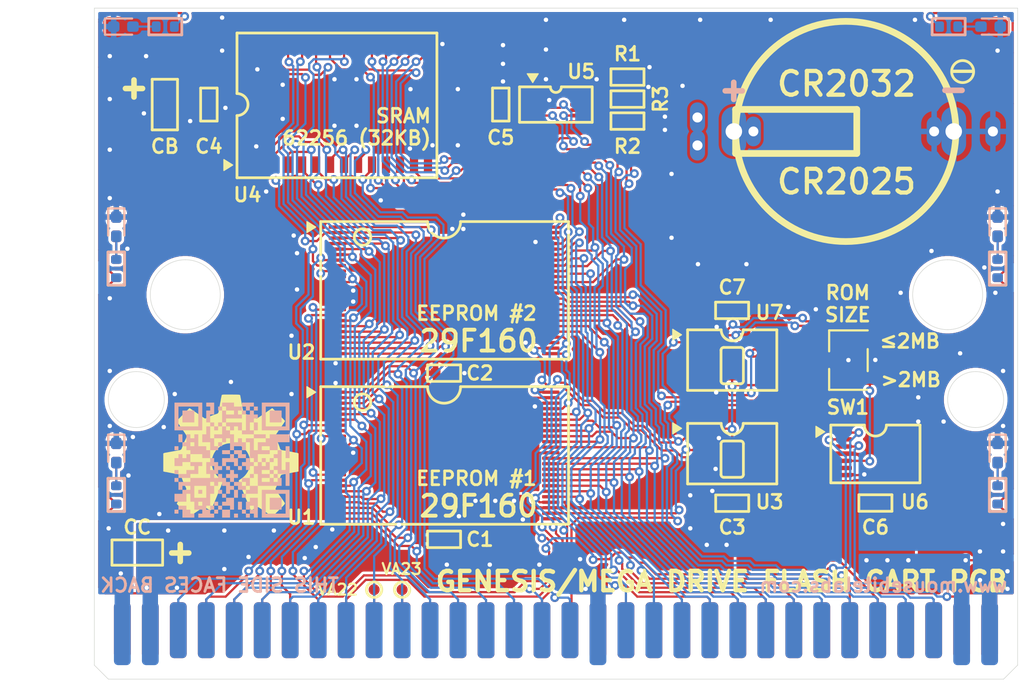
<source format=kicad_pcb>
(kicad_pcb (version 20240108) (generator "pcbnew") (generator_version "8.0")
  (layers (0 "F.Cu" signal) (31 "B.Cu" signal) (34 "B.Paste" user) (35 "F.Paste" user) (36 "B.SilkS" user "B.Silkscreen") (37 "F.SilkS" user "F.Silkscreen") (38 "B.Mask" user) (39 "F.Mask" user) (44 "Edge.Cuts" user))
  (net 0 "")
  (net 1 "GND")
  (net 2 "Net-(B1-+)")
  (net 3 "+5V")
  (net 4 "+VSW")
  (net 5 "+BATT")
  (net 6 "/~{VRES}")
  (net 7 "Net-(D10-A)")
  (net 8 "Net-(D11-A)")
  (net 9 "Net-(D12-A)")
  (net 10 "Net-(D13-A)")
  (net 11 "Net-(D14-A)")
  (net 12 "Net-(D15-A)")
  (net 13 "Net-(D16-A)")
  (net 14 "Net-(D17-A)")
  (net 15 "Net-(D18-A)")
  (net 16 "Net-(D19-A)")
  (net 17 "/A_{13}")
  (net 18 "/A_{16}")
  (net 19 "/A_{0}")
  (net 21 "/A_{7}")
  (net 24 "/D_{1}")
  (net 25 "/~{OE}")
  (net 26 "/D_{2}")
  (net 27 "/D_{15}")
  (net 29 "/A_{12}")
  (net 31 "/D_{10}")
  (net 33 "/A_{15}")
  (net 34 "/D_{14}")
  (net 35 "/A_{1}")
  (net 36 "/A_{2}")
  (net 37 "/~{TIME}")
  (net 38 "/A_{22}")
  (net 39 "/A_{14}")
  (net 41 "/D_{9}")
  (net 42 "/A_{18}")
  (net 44 "/A_{4}")
  (net 45 "/D_{0}")
  (net 46 "/A_{3}")
  (net 47 "/A_{10}")
  (net 48 "/A_{5}")
  (net 49 "/D_{4}")
  (net 50 "/D_{12}")
  (net 51 "/A_{6}")
  (net 52 "/A_{17}")
  (net 53 "/D_{7}")
  (net 54 "/D_{11}")
  (net 55 "/D_{8}")
  (net 56 "/D_{5}")
  (net 58 "/A_{19}")
  (net 60 "/A_{9}")
  (net 61 "/A_{20}")
  (net 64 "/A_{11}")
  (net 65 "/~{CE}")
  (net 66 "/D_{6}")
  (net 68 "/D_{13}")
  (net 69 "/~{LWR}")
  (net 71 "/A_{21}")
  (net 72 "/D_{3}")
  (net 73 "/A_{8}")
  (net 74 "/~{CE}_{RAM}")
  (net 75 "/~{CE}_{SRAM}")
  (net 76 "/SEL")
  (net 77 "/~{CE}_{ROM}")
  (net 81 "/~{CE_{1}}")
  (net 82 "Net-(U5-SENSE)")
  (net 89 "/~{CE_{2}}")
  (net 104 "Net-(U7A-O3)")
  (net 108 "Net-(SW1-B)")
  (footprint "Bucketmouse:TSOP-I-48_18.4x12mm_P0.5mm" (layer "F.Cu") (at 133.35 104.38)
    (property "Reference" "U2")
    (property "Value" "29F160")
  )
  (footprint "Bucketmouse:C_0603_1608Metric_Boxed" (layer "F.Cu") (at 133.35 127)
    (property "Reference" "C1")
    (property "Value" "0.1u")
  )
  (footprint "LED_SMD:LED_0603_1608Metric_Pad1.05x0.95mm_HandSolder" (layer "F.Cu") (at 183.6039 119.1514 -90)
    (property "Reference" "D13" (hide yes))
    (property "Value" "LED")
  )
  (footprint "Bucketmouse:C_0603_1608Metric_Boxed" (layer "F.Cu") (at 159.5089 123.7164 180)
    (property "Reference" "C3")
    (property "Value" "0.1uF")
  )
  (footprint "Bucketmouse:C_0603_1608Metric_Boxed" (layer "F.Cu") (at 133.35 111.9)
    (property "Reference" "C2")
    (property "Value" "0.1uF")
  )
  (footprint "Bucketmouse:GENESIS_CART" (layer "F.Cu") (at 101.6 139.7)
    (property "Reference" "P1" (hide yes))
    (property "Value" "Genesis Cartridge")
    (fp_line (start 0 -60.96) (end 0 -1.27) (stroke (width 0.05)) (layer "Edge.Cuts"))
    (fp_line (start 0 -60.96) (end 83.82 -60.96) (stroke (width 0.05)) (layer "Edge.Cuts"))
    (fp_line (start 0 -1.27) (end 1.27 0) (stroke (width 0.05)) (layer "Edge.Cuts"))
    (fp_line (start 1.27 0) (end 82.55 0) (stroke (width 0.05)) (layer "Edge.Cuts"))
    (fp_line (start 83.82 -1.27) (end 82.55 0) (stroke (width 0.05)) (layer "Edge.Cuts"))
    (fp_line (start 83.82 -1.27) (end 83.82 -60.96) (stroke (width 0.05)) (layer "Edge.Cuts"))
    (fp_arc (start 3.81 -27.94) (mid 6.35 -25.4) (end 3.81 -22.86) (stroke (width 0.05)) (layer "Edge.Cuts"))
    (fp_arc (start 3.81 -22.86) (mid 1.27 -25.4) (end 3.81 -27.94) (stroke (width 0.05)) (layer "Edge.Cuts"))
    (fp_arc (start 8.255 -38.1) (mid 11.43 -34.925) (end 8.255 -31.75) (stroke (width 0.05)) (layer "Edge.Cuts"))
    (fp_arc (start 8.255 -31.75) (mid 5.08 -34.925) (end 8.255 -38.1) (stroke (width 0.05)) (layer "Edge.Cuts"))
    (fp_arc (start 77.47 -38.1) (mid 80.645 -34.925) (end 77.47 -31.75) (stroke (width 0.05)) (layer "Edge.Cuts"))
    (fp_arc (start 77.47 -31.75) (mid 74.295 -34.925) (end 77.47 -38.1) (stroke (width 0.05)) (layer "Edge.Cuts"))
    (fp_arc (start 80.01 -27.94) (mid 82.55 -25.4) (end 80.01 -22.86) (stroke (width 0.05)) (layer "Edge.Cuts"))
    (fp_arc (start 80.01 -22.86) (mid 77.47 -25.4) (end 80.01 -27.94) (stroke (width 0.05)) (layer "Edge.Cuts"))
  )
  (footprint "Bucketmouse:MSOP-10_3x3mm_P0.5mm" (layer "F.Cu") (at 143.5 87.5)
    (property "Reference" "U5")
    (property "Value" "TPS3613")
  )
  (footprint "Bucketmouse:R_0603_1608Metric_Boxed" (layer "F.Cu") (at 183.6039 122.9614 90)
    (property "Reference" "R13" (hide yes))
    (property "Value" "10k")
  )
  (footprint "Bucketmouse:TestPoint_Pad_D1.0mm" (layer "F.Cu") (at 127 131.572)
    (property "Reference" "TP1" (hide yes))
    (property "Value" "TPB1,27")
  )
  (footprint "Bucketmouse:TestPoint_Pad_D1.0mm" (layer "F.Cu") (at 129.54 131.572)
    (property "Reference" "TP2" (hide yes))
    (property "Value" "TPB1,27")
  )
  (footprint "Bucketmouse:TSSOP-14_4.4x5mm_P0.65mm" (layer "F.Cu") (at 172.5089 119.2164)
    (property "Reference" "U6")
    (property "Value" "74HC74")
  )
  (footprint "LOGO" (layer "F.Cu") (at 114 119.38)
    (property "Reference" "G***" (hide yes))
    (property "Value" "LOGO" (hide yes))
  )
  (footprint "Bucketmouse:C_1206_3216Metric_Boxed" (layer "F.Cu") (at 108 87.5 -90)
    (property "Reference" "CB")
    (property "Value" "22u")
  )
  (footprint "Bucketmouse:COIN_CELL" (layer "F.Cu") (at 169.8174 89.9414 180)
    (property "Reference" "B1" (hide yes))
    (property "Value" "CR2025")
  )
  (footprint "Bucketmouse:R_0603_1608Metric_Boxed" (layer "F.Cu") (at 150 89)
    (property "Reference" "R2")
    (property "Value" "130k")
  )
  (footprint "LED_SMD:LED_0603_1608Metric_Pad1.05x0.95mm_HandSolder" (layer "F.Cu") (at 103.5939 119.1514 -90)
    (property "Reference" "D10" (hide yes))
    (property "Value" "LED")
  )
  (footprint "Bucketmouse:R_0603_1608Metric_Boxed" (layer "F.Cu") (at 103.5939 122.9614 90)
    (property "Reference" "R10" (hide yes))
    (property "Value" "10k")
  )
  (footprint "Bucketmouse:C_0603_1608Metric_Boxed" (layer "F.Cu") (at 172.5089 123.7 180)
    (property "Reference" "C6")
    (property "Value" "0.1u")
  )
  (footprint "Bucketmouse:R_0603_1608Metric_Boxed" (layer "F.Cu") (at 150 87)
    (property "Reference" "R3")
    (property "Value" "49.9k")
  )
  (footprint "Bucketmouse:TSSOP-16_4.4x5mm_P0.65mm" (layer "F.Cu") (at 159.5089 110.7164)
    (property "Reference" "U7")
    (property "Value" "74LS139")
  )
  (footprint "Bucketmouse:TSOP-I-48_18.4x12mm_P0.5mm" (layer "F.Cu") (at 133.35 119.38)
    (property "Reference" "U1")
    (property "Value" "29F160")
  )
  (footprint "LED_SMD:LED_0603_1608Metric_Pad1.05x0.95mm_HandSolder" (layer "F.Cu") (at 103.5939 98.5914 -90)
    (property "Reference" "D11" (hide yes))
    (property "Value" "LED")
  )
  (footprint "Bucketmouse:TSSOP-16_4.4x5mm_P0.65mm" (layer "F.Cu") (at 159.5089 119.2164)
    (property "Reference" "U3")
    (property "Value" "74LS139")
  )
  (footprint "Bucketmouse:C_0603_1608Metric_Boxed" (layer "F.Cu") (at 159.5 106.2 180)
    (property "Reference" "C7")
    (property "Value" "0.1u")
  )
  (footprint "Bucketmouse:SO28" (layer "F.Cu") (at 123 87.5)
    (property "Reference" "U4" (hide yes))
    (property "Value" "AS6C62256")
  )
  (footprint "Bucketmouse:C_0603_1608Metric_Boxed" (layer "F.Cu") (at 138.5 87.5 -90)
    (property "Reference" "C5")
    (property "Value" "0.1uF")
  )
  (footprint "Bucketmouse:C_0603_1608Metric_Boxed" (layer "F.Cu") (at 112 87.5 -90)
    (property "Reference" "C4")
    (property "Value" "0.1u")
  )
  (footprint "Bucketmouse:C_1206_3216Metric_Boxed" (layer "F.Cu") (at 105.5 128.2 180)
    (property "Reference" "CC")
    (property "Value" "22u")
  )
  (footprint "LED_SMD:LED_0603_1608Metric_Pad1.05x0.95mm_HandSolder" (layer "F.Cu") (at 183.6039 98.5914 -90)
    (property "Reference" "D12" (hide yes))
    (property "Value" "LED")
  )
  (footprint "Bucketmouse:CAS120B" (layer "F.Cu") (at 170.0589 110.7164 90)
    (property "Reference" "SW1")
    (property "Value" "SW_SPDT")
  )
  (footprint "Bucketmouse:R_0603_1608Metric_Boxed" (layer "F.Cu") (at 103.5939 102.4014 90)
    (property "Reference" "R11" (hide yes))
    (property "Value" "10k")
  )
  (footprint "Bucketmouse:SJ" (layer "F.Cu") (at 159.5089 111.2164 -90)
    (property "Reference" "JP7" (hide yes))
    (property "Value" "Jumper_2_Open")
  )
  (footprint "Bucketmouse:R_0603_1608Metric_Boxed" (layer "F.Cu") (at 183.6039 102.4014 90)
    (property "Reference" "R12" (hide yes))
    (property "Value" "10k")
  )
  (footprint "Bucketmouse:SJ" (layer "F.Cu") (at 159.5089 119.7164 -90)
    (property "Reference" "JP3" (hide yes))
    (property "Value" "Jumper_2_Open")
  )
  (footprint "Bucketmouse:R_0603_1608Metric_Boxed" (layer "F.Cu") (at 150 85)
    (property "Reference" "R1")
    (property "Value" "1k")
  )
  (footprint "LED_SMD:LED_0603_1608Metric_Pad1.05x0.95mm_HandSolder" (layer "B.Cu") (at 183.6039 119.1514 -90)
    (property "Reference" "D19" (hide yes))
    (property "Value" "LED")
  )
  (footprint "Bucketmouse:R_0603_1608Metric_Boxed" (layer "B.Cu") (at 103.5939 122.9614 90)
    (property "Reference" "R14" (hide yes))
    (property "Value" "10k")
  )
  (footprint "Bucketmouse:R_0603_1608Metric_Boxed" (layer "B.Cu") (at 179.1589 80.4164)
    (property "Reference" "R17" (hide yes))
    (property "Value" "10k")
  )
  (footprint "LED_SMD:LED_0603_1608Metric_Pad1.05x0.95mm_HandSolder" (layer "B.Cu") (at 103.5939 98.5914 -90)
    (property "Reference" "D15" (hide yes))
    (property "Value" "LED")
  )
  (footprint "LOGO" (layer "B.Cu") (at 169.3799 89.9414 180)
    (property "Reference" "G***" (hide yes))
    (property "Value" "LOGO" (hide yes))
  )
  (footprint "LED_SMD:LED_0603_1608Metric_Pad1.05x0.95mm_HandSolder" (layer "B.Cu") (at 183.6039 98.5914 -90)
    (property "Reference" "D18" (hide yes))
    (property "Value" "LED")
  )
  (footprint "Bucketmouse:R_0603_1608Metric_Boxed" (layer "B.Cu") (at 183.6039 102.4014 90)
    (property "Reference" "R18" (hide yes))
    (property "Value" "10k")
  )
  (footprint "LED_SMD:LED_0603_1608Metric_Pad1.05x0.95mm_HandSolder" (layer "B.Cu") (at 104.2289 80.4164)
    (property "Reference" "D16" (hide yes))
    (property "Value" "LED")
  )
  (footprint "LED_SMD:LED_0603_1608Metric_Pad1.05x0.95mm_HandSolder" (layer "B.Cu") (at 182.9689 80.4164 180)
    (property "Reference" "D17" (hide yes))
    (property "Value" "LED")
  )
  (footprint "Bucketmouse:R_0603_1608Metric_Boxed" (layer "B.Cu") (at 103.5939 102.4014 90)
    (property "Reference" "R15" (hide yes))
    (property "Value" "10k")
  )
  (footprint "LOGO" (layer "B.Cu") (at 114.1 119.8 180)
    (property "Reference" "G***" (hide yes))
    (property "Value" "LOGO" (hide yes))
  )
  (footprint "Bucketmouse:R_0603_1608Metric_Boxed" (layer "B.Cu") (at 108.0389 80.4164 180)
    (property "Reference" "R16" (hide yes))
    (property "Value" "10k")
  )
  (footprint "LED_SMD:LED_0603_1608Metric_Pad1.05x0.95mm_HandSolder" (layer "B.Cu") (at 103.5939 119.1514 -90)
    (property "Reference" "D14" (hide yes))
    (property "Value" "LED")
  )
  (footprint "Bucketmouse:R_0603_1608Metric_Boxed" (layer "B.Cu") (at 183.6039 122.9614 90)
    (property "Reference" "R19" (hide yes))
    (property "Value" "10k")
  )
  (gr_circle (center 180.4289 84.5034) (end 181.4289 84.5034) (stroke (width 0.25)) (fill none) (layer "F.SilkS"))
  (gr_circle (center 125.95 114.535) (end 125.2 114.535) (stroke (width 0.25)) (fill none) (layer "F.SilkS"))
  (gr_circle (center 125.95 99.535) (end 125.2 99.535) (stroke (width 0.25)) (fill none) (layer "F.SilkS"))
  (gr_text "+" (at 159.65 86.116 0) (layer "B.SilkS") (effects (font (size 2.032 2.032) (thickness 0.508)) (justify mirror)))
  (gr_text "_" (at 179.6 85.1 0) (layer "B.SilkS") (effects (font (size 2.032 2.032) (thickness 0.508)) (justify mirror)))
  (gr_text "www.mousebitelabs.com" (at 184.6 131.9 0) (layer "B.SilkS") (effects (font (size 1.25 1.25) (thickness 0.25) (bold yes)) (justify left bottom mirror)))
  (gr_text "THIS SIDE FACES BACK" (at 102 131.9 0) (layer "B.SilkS") (effects (font (size 1.25 1.25) (thickness 0.25) (bold yes)) (justify right bottom mirror)))
  (gr_text "+" (at 109.4 128.1 0) (layer "F.SilkS") (effects (font (size 2.032 2.032) (thickness 0.508))))
  (gr_text "VA23" (at 129.5 129.7 0) (layer "F.SilkS") (effects (font (size 1 1) (thickness 0.2) (bold yes))))
  (gr_text "CR2032" (at 169.8879 85.6234 0) (layer "F.SilkS") (effects (font (size 2.159 2.159) (thickness 0.381))))
  (gr_text "GENESIS/MEGA DRIVE FLASH CART PCB" (at 184.7469 131.8514 0) (layer "F.SilkS") (effects (font (size 1.75 1.75) (thickness 0.4) (bold yes)) (justify right bottom)))
  (gr_text "29F160" (at 142.05 125.1 0) (layer "F.SilkS") (effects (font (size 1.9 1.9) (thickness 0.35) (bold yes)) (justify right bottom)))
  (gr_text "_" (at 180.4289 83.2104 0) (layer "F.SilkS") (effects (font (size 2.3 2.3) (thickness 0.3))))
  (gr_text ">2MB" (at 172.85 112.5 0) (layer "F.SilkS") (effects (font (size 1.25 1.25) (thickness 0.25)) (justify left)))
  (gr_text "VA22" (at 123.7 131.572 0) (layer "F.SilkS") (effects (font (size 1 1) (thickness 0.2) (bold yes))))
  (gr_text "U4" (at 115.5 95.7 0) (layer "F.SilkS") (effects (font (size 1.25 1.25) (thickness 0.25) (bold yes))))
  (gr_text "SRAM\n62256 (32KB)" (at 132.3 91.275 0) (layer "F.SilkS") (effects (font (size 1.25 1.25) (thickness 0.25) (bold yes)) (justify right bottom)))
  (gr_text "29F160" (at 142.05 110.1 0) (layer "F.SilkS") (effects (font (size 1.9 1.9) (thickness 0.35) (bold yes)) (justify right bottom)))
  (gr_text "+" (at 105.2 85.9 0) (layer "F.SilkS") (effects (font (size 2.032 2.032) (thickness 0.508))))
  (gr_text "≤2MB" (at 178.5089 109 0) (layer "F.SilkS") (effects (font (size 1.25 1.25) (thickness 0.25)) (justify right)))
  (gr_text "EEPROM #1" (at 141.9 122.2 0) (layer "F.SilkS") (effects (font (size 1.25 1.25) (thickness 0.25) (bold yes)) (justify right bottom)))
  (gr_text "CR2025" (at 169.8879 94.5134 0) (layer "F.SilkS") (effects (font (size 2.159 2.159) (thickness 0.381))))
  (gr_text "EEPROM #2" (at 141.9 107.2 0) (layer "F.SilkS") (effects (font (size 1.25 1.25) (thickness 0.25) (bold yes)) (justify right bottom)))
  (gr_text "ROM\nSIZE" (at 170 105.6 0) (layer "F.SilkS") (effects (font (size 1.25 1.25) (thickness 0.25))))
  (segment (start 139.275 87.5) (end 138.5 88.275) (width 0.2032) (layer "F.Cu") (net 1))
  (segment (start 171.4336 121.1664) (end 169.6464 121.1664) (width 0.2032) (layer "F.Cu") (net 1))
  (segment (start 131.89 91.19) (end 131.9 91.2) (width 0.2032) (layer "F.Cu") (net 1))
  (segment (start 157.8586 118.2414) (end 156.6464 118.2414) (width 0.2032) (layer "F.Cu") (net 1))
  (segment (start 141.650148 99.984144) (end 142.004292 99.63) (width 0.2032) (layer "F.Cu") (net 1))
  (segment (start 144.6 124.13) (end 140.33 124.13) (width 0.2032) (layer "F.Cu") (net 1))
  (segment (start 142.4936 87.5) (end 141.3875 87.5) (width 0.2032) (layer "F.Cu") (net 1))
  (segment (start 158.1 107.6) (end 158.1 107.7) (width 0.2) (layer "F.Cu") (net 1))
  (segment (start 157.5586 108.4414) (end 156.6464 108.4414) (width 0.2032) (layer "F.Cu") (net 1))
  (segment (start 171.5 121.1) (end 171.4336 121.1664) (width 0.2032) (layer "F.Cu") (net 1))
  (segment (start 141.890738 114.63) (end 141.595369 114.925369) (width 0.2032) (layer "F.Cu") (net 1))
  (segment (start 143.0375 114.63) (end 141.890738 114.63) (width 0.2032) (layer "F.Cu") (net 1))
  (segment (start 182.88 135.255) (end 182.88 130.92) (width 1.4) (layer "F.Cu") (net 1))
  (segment (start 141.3875 87.5) (end 139.275 87.5) (width 0.2032) (layer "F.Cu") (net 1))
  (segment (start 143.0375 109.13) (end 140.753 109.13) (width 0.2032) (layer "F.Cu") (net 1))
  (segment (start 142.004292 99.63) (end 143.0375 99.63) (width 0.2032) (layer "F.Cu") (net 1))
  (segment (start 158.1 107.9) (end 157.5586 108.4414) (width 0.2032) (layer "F.Cu") (net 1))
  (segment (start 142.9 87.0936) (end 142.4936 87.5) (width 0.2032) (layer "F.Cu") (net 1))
  (segment (start 157.394662 112.9914) (end 158.051631 113.648369) (width 0.2032) (layer "F.Cu") (net 1))
  (segment (start 158.3 117.8) (end 157.8586 118.2414) (width 0.2032) (layer "F.Cu") (net 1))
  (segment (start 156.6464 112.9914) (end 157.394662 112.9914) (width 0.2032) (layer "F.Cu") (net 1))
  (segment (start 171.7339 121.3339) (end 171.7339 123.7) (width 0.2032) (layer "F.Cu") (net 1))
  (segment (start 158.725 106.975) (end 158.1 107.6) (width 0.2) (layer "F.Cu") (net 1))
  (segment (start 158.1 107.7) (end 158.1 107.9) (width 0.2032) (layer "F.Cu") (net 1))
  (segment (start 171.5 121.1) (end 171.7339 121.3339) (width 0.2032) (layer "F.Cu") (net 1))
  (segment (start 131.9 91.2) (end 132.3 91.2) (width 0.2032) (layer "F.Cu") (net 1))
  (segment (start 158.725 106.2) (end 158.725 106.975) (width 0.2) (layer "F.Cu") (net 1))
  (via (at 130.25 91.5) (size 0.8) (drill 0.4) (layers "F.Cu" "B.Cu") (net 1))
  (via (at 158.3 117.8) (size 0.8) (drill 0.4) (layers "F.Cu" "B.Cu") (net 1))
  (via (at 125.4 89.425) (size 0.8) (drill 0.4) (layers "F.Cu" "B.Cu") (net 1))
  (via (at 140.5 125.2) (size 0.8) (drill 0.4) (layers "F.Cu" "B.Cu") (net 1))
  (via (at 177.6 100.8) (size 0.8) (drill 0.4) (layers "F.Cu" "B.Cu") (net 1))
  (via (at 183.6 95.4) (size 0.8) (drill 0.4) (layers "F.Cu" "B.Cu") (net 1))
  (via (at 145.7 128.8) (size 0.8) (drill 0.4) (layers "F.Cu" "B.Cu") (net 1))
  (via (at 130.3 86.1) (size 0.8) (drill 0.4) (layers "F.Cu" "B.Cu") (net 1))
  (via (at 167.1 106.1) (size 0.8) (drill 0.4) (layers "F.Cu" "B.Cu") (net 1))
  (via (at 103 111.7) (size 0.8) (drill 0.4) (layers "F.Cu" "B.Cu") (net 1))
  (via (at 103 96) (size 0.8) (drill 0.4) (layers "F.Cu" "B.Cu") (net 1))
  (via (at 138.7 82.1) (size 0.8) (drill 0.4) (layers "F.Cu" "B.Cu") (net 1))
  (via (at 104.6 100.6) (size 0.8) (drill 0.4) (layers "F.Cu" "B.Cu") (net 1))
  (via (at 116.3 91.3) (size 0.8) (drill 0.4) (layers "F.Cu" "B.Cu") (net 1))
  (via (at 158.051631 113.648369) (size 0.8) (drill 0.4) (layers "F.Cu" "B.Cu") (net 1))
  (via (at 184.1 125.6) (size 0.8) (drill 0.4) (layers "F.Cu" "B.Cu") (net 1))
  (via (at 134.7 124.9) (size 0.8) (drill 0.4) (layers "F.Cu" "B.Cu") (net 1))
  (via (at 184.1 116.7) (size 0.8) (drill 0.4) (layers "F.Cu" "B.Cu") (net 1))
  (via (at 174.8 104.6) (size 0.8) (drill 0.4) (layers "F.Cu" "B.Cu") (net 1))
  (via (at 172.5 110.7) (size 0.8) (drill 0.4) (layers "F.Cu" "B.Cu") (net 1))
  (via (at 132.3 91.2) (size 0.8) (drill 0.4) (layers "F.Cu" "B.Cu") (net 1))
  (via (at 110.3 89) (size 0.8) (drill 0.4) (layers "F.Cu" "B.Cu") (net 1))
  (via (at 151.9 85.9) (size 0.8) (drill 0.4) (layers "F.Cu" "B.Cu") (net 1))
  (via (at 184.5 129.9) (size 0.8) (drill 0.4) (layers "F.Cu" "B.Cu") (net 1))
  (via (at 154 93.8) (size 0.8) (drill 0.4) (layers "F.Cu" "B.Cu") (net 1))
  (via (at 108.9 113.8) (size 0.8) (drill 0.4) (layers "F.Cu" "B.Cu") (net 1))
  (via (at 141.595369 114.925369) (size 0.8) (drill 0.4) (layers "F.Cu" "B.Cu") (net 1))
  (via (at 138.7 85.4) (size 0.8) (drill 0.4) (layers "F.Cu" "B.Cu") (net 1))
  (via (at 117.2 95.4) (size 0.8) (drill 0.4) (layers "F.Cu" "B.Cu") (net 1))
  (via (at 138 123.5) (size 0.8) (drill 0.4) (layers "F.Cu" "B.Cu") (net 1))
  (via (at 104.7 121.2) (size 0.8) (drill 0.4) (layers "F.Cu" "B.Cu") (net 1))
  (via (at 119.5 108.5) (size 0.8) (drill 0.4) (layers "F.Cu" "B.Cu") (net 1))
  (via (at 107.9 116.8) (size 0.8) (drill 0.4) (layers "F.Cu" "B.Cu") (net 1))
  (via (at 180.2 110.1) (size 0.8) (drill 0.4) (layers "F.Cu" "B.Cu") (net 1))
  (via (at 171.5 121.1) (size 0.8) (drill 0.4) (layers "F.Cu" "B.Cu") (net 1))
  (via (at 170.0589 110.7164) (size 0.8) (drill 0.4) (layers "F.Cu" "B.Cu") (net 1))
  (via (at 119.5 113.8) (size 0.8) (drill 0.4) (layers "F.Cu" "B.Cu") (net 1))
  (via (at 176.4 114.1) (size 0.8) (drill 0.4) (layers "F.Cu" "B.Cu") (net 1))
  (via (at 183.6 82.6) (size 0.8) (drill 0.4) (layers "F.Cu" "B.Cu") (net 1))
  (via (at 142.6 82.5) (size 0.8) (drill 0.4) (layers "F.Cu" "B.Cu") (net 1))
  (via (at 107.5 124.7) (size 0.8) (drill 0.4) (layers "F.Cu" "B.Cu") (net 1))
  (via (at 156.6 79.8) (size 0.8) (drill 0.4) (layers "F.Cu" "B.Cu") (net 1))
  (via (at 114 112.7) (size 0.8) (drill 0.4) (layers "F.Cu" "B.Cu") (net 1))
  (via (at 142.9 87.0936) (size 0.8) (drill 0.4) (layers "F.Cu" "B.Cu") (net 1))
  (via (at 135.1 97.5) (size 0.8) (drill 0.4) (layers "F.Cu" "B.Cu") (net 1))
  (via (at 123.4 85.2) (size 0.8) (drill 0.4) (layers "F.Cu" "B.Cu") (net 1))
  (via (at 134.1 98.8) (size 0.8) (drill 0.4) (layers "F.Cu" "B.Cu") (net 1))
  (via (at 102.9 126) (size 0.8) (drill 0.4) (layers "F.Cu" "B.Cu") (net 1))
  (via (at 123.4 89.425) (size 0.8) (drill 0.4) (layers "F.Cu" "B.Cu") (net 1))
  (via (at 184.1 128.1) (size 0.8) (drill 0.4) (layers "F.Cu" "B.Cu") (net 1))
  (via (at 104 130.1) (size 0.8) (drill 0.4) (layers "F.Cu" "B.Cu") (net 1))
  (via (at 103 87) (size 0.8) (drill 0.4) (layers "F.Cu" "B.Cu") (net 1))
  (via (at 184.1 111.7) (size 0.8) (drill 0.4) (layers "F.Cu" "B.Cu") (net 1))
  (via (at 160.8 102) (size 0.8) (drill 0.4) (layers "F.Cu" "B.Cu") (net 1))
  (via (at 159 127.5) (size 0.8) (drill 0.4) (layers "F.Cu" "B.Cu") (net 1))
  (via (at 158 120.6) (size 0.8) (drill 0.4) (layers "F.Cu" "B.Cu") (net 1))
  (via (at 152 84.1) (size 0.8) (drill 0.4) (layers "F.Cu" "B.Cu") (net 1))
  (via (at 125.4 85.2) (size 0.8) (drill 0.4) (layers "F.Cu" "B.Cu") (net 1))
  (via (at 146.2 131.5) (size 0.8) (drill 0.4) (layers "F.Cu" "B.Cu") (net 1))
  (via (at 119.7 99.4) (size 0.8) (drill 0.4) (layers "F.Cu" "B.Cu") (net 1))
  (via (at 178.7 116.3) (size 0.8) (drill 0.4) (layers "F.Cu" "B.Cu") (net 1))
  (via (at 182 128.1) (size 0.8) (drill 0.4) (layers "F.Cu" "B.Cu") (net 1))
  (via (at 133.2 82) (size 0.8) (drill 0.4) (layers "F.Cu" "B.Cu") (net 1))
  (via (at 154 99.6) (size 0.8) (drill 0.4) (layers "F.Cu" "B.Cu") (net 1))
  (via (at 155.7 123) (size 0.8) (drill 0.4) (layers "F.Cu" "B.Cu") (net 1))
  (via (at 142 129.3) (size 0.8) (drill 0.4) (layers "F.Cu" "B.Cu") (net 1))
  (via (at 133.6 129.3) (size 0.8) (drill 0.4) (layers "F.Cu" "B.Cu") (net 1))
  (via (at 135.2 111.9) (size 0.8) (drill 0.4) (layers "F.Cu" "B.Cu") (net 1))
  (via (at 149.7 79.8) (size 0.8) (drill 0.4) (layers "F.Cu" "B.Cu") (net 1))
  (via (at 155 85.8) (size 0.8) (drill 0.4) (layers "F.Cu" "B.Cu") (net 1))
  (via (at 136.2 123.5) (size 0.8) (drill 0.4) (layers "F.Cu" "B.Cu") (net 1))
  (via (at 153.4 88.6) (size 0.8) (drill 0.4) (layers "F.Cu" "B.Cu") (net 1))
  (via (at 158.1 107.7) (size 0.8) (drill 0.4) (layers "F.Cu" "B.Cu") (net 1))
  (via (at 163 79.8) (size 0.8) (drill 0.4) (layers "F.Cu" "B.Cu") (net 1))
  (via (at 135.1 98.8) (size 0.8) (drill 0.4) (layers "F.Cu" "B.Cu") (net 1))
  (via (at 157.2 127.5) (size 0.8) (drill 0.4) (layers "F.Cu" "B.Cu") (net 1))
  (via (at 134.6 86.1) (size 0.8) (drill 0.4) (layers "F.Cu" "B.Cu") (net 1))
  (via (at 138.7 83.8) (size 0.8) (drill 0.4) (layers "F.Cu" "B.Cu") (net 1))
  (via (at 103 105.1) (size 0.8) (drill 0.4) (layers "F.Cu" "B.Cu") (net 1))
  (via (at 118.7 88.8) (size 0.8) (drill 0.4) (layers "F.Cu" "B.Cu") (net 1))
  (via (at 106.3 83.1) (size 0.8) (drill 0.4) (layers "F.Cu" "B.Cu") (net 1))
  (via (at 182.4 102.3) (size 0.8) (drill 0.4) (layers "F.Cu" "B.Cu") (net 1))
  (via (at 140.753 109.13) (size 0.8) (drill 0.4) (layers "F.Cu" "B.Cu") (net 1))
  (via (at 164.6 105.9) (size 0.8) (drill 0.4) (layers "F.Cu" "B.Cu") (net 1))
  (via (at 120 101) (size 0.8) (drill 0.4) (layers "F.Cu" "B.Cu") (net 1))
  (via (at 176.4 116.3) (size 0.8) (drill 0.4) (layers "F.Cu" "B.Cu") (net 1))
  (via (at 113.2 79.6) (size 0.8) (drill 0.4) (layers "F.Cu" "B.Cu") (net 1))
  (via (at 184.5 131.5) (size 0.8) (drill 0.4) (layers "F.Cu" "B.Cu") (net 1))
  (via (at 118.7 85.7) (size 0.8) (drill 0.4) (layers "F.Cu" "B.Cu") (net 1))
  (via (at 127.6 96.2) (size 0.8) (drill 0.4) (layers "F.Cu" "B.Cu") (net 1))
  (via (at 113.5 87.8) (size 0.8) (drill 0.4) (layers "F.Cu" "B.Cu") (net 1))
  (via (at 105.1 117.7) (size 0.8) (drill 0.4) (layers "F.Cu" "B.Cu") (net 1))
  (via (at 182 130.7) (size 0.8) (drill 0.4) (layers "F.Cu" "B.Cu") (net 1))
  (via (at 103 91.6) (size 0.8) (drill 0.4) (layers "F.Cu" "B.Cu") (net 1))
  (via (at 147.2 85.2) (size 0.8) (drill 0.4) (layers "F.Cu" "B.Cu") (net 1))
  (via (at 176.1 79.8) (size 0.8) (drill 0.4) (layers "F.Cu" "B.Cu") (net 1))
  (via (at 103 116.7) (size 0.8) (drill 0.4) (layers "F.Cu" "B.Cu") (net 1))
  (via (at 139.7 123.5) (size 0.8) (drill 0.4) (layers "F.Cu" "B.Cu") (net 1))
  (via (at 156.4 102) (size 0.8) (drill 0.4) (layers "F.Cu" "B.Cu") (net 1))
  (via (at 113.2 82.6) (size 0.8) (drill 0.4) (layers "F.Cu" "B.Cu") (net 1))
  (via (at 120 104.3) (size 0.8) (drill 0.4) (layers "F.Cu" "B.Cu") (net 1))
  (via (at 137.5 129.3) (size 0.8) (drill 0.4) (layers "F.Cu" "B.Cu") (net 1))
  (via (at 116.4 84.3) (size 0.8) (drill 0.4) (layers "F.Cu" "B.Cu") (net 1))
  (via (at 155.7 126) (size 0.8) (drill 0.4) (layers "F.Cu" "B.Cu") (net 1))
  (via (at 153.4 89.8) (size 0.8) (drill 0.4) (layers "F.Cu" "B.Cu") (net 1))
  (via (at 142.6 79.8) (size 0.8) (drill 0.4) (layers "F.Cu" "B.Cu") (net 1))
  (via (at 157.7 122.6) (size 0.8) (drill 0.4) (layers "F.Cu" "B.Cu") (net 1))
  (via (at 183.4 104.6) (size 0.8) (drill 0.4) (layers "F.Cu" "B.Cu") (net 1))
  (via (at 142.6 85.2) (size 0.8) (drill 0.4) (layers "F.Cu" "B.Cu") (net 1))
  (via (at 134.6 91.2) (size 0.8) (drill 0.4) (layers "F.Cu" "B.Cu") (net 1))
  (via (at 141.650148 99.984144) (size 0.8) (drill 0.4) (layers "F.Cu" "B.Cu") (net 1))
  (via (at 103 83.1) (size 0.8) (drill 0.4) (layers "F.Cu" "B.Cu") (net 1))
  (via (at 106.1 88.3) (size 0.8) (drill 0.4) (layers "F.Cu" "B.Cu") (net 1))
  (segment (start 141.595369 114.925369) (end 141.425369 114.925369) (width 0.2032) (layer "B.Cu") (net 1))
  (segment (start 147.32 132.02) (end 147.32 131.52) (width 1.4) (layer "B.Cu") (net 1))
  (segment (start 182.88 135.5725) (end 182.88 130.72) (width 1.4) (layer "B.Cu") (net 1))
  (segment (start 104.14 135.5725) (end 104.14 130.34) (width 1.4) (layer "B.Cu") (net 1))
  (segment (start 147.32 135.5725) (end 147.32 132.02) (width 1.4) (layer "B.Cu") (net 1))
  (segment (start 150.825 85) (end 152.683982 85) (width 0.3) (layer "F.Cu") (net 2))
  (segment (start 152.683982 85) (end 156.355382 88.6714) (width 0.3) (layer "F.Cu") (net 2))
  (segment (start 184.4 128.9) (end 184.9684 128.3316) (width 0.2032) (layer "F.Cu") (net 3))
  (segment (start 184.9684 125.1509) (end 183.6039 123.7864) (width 0.2032) (layer "F.Cu") (net 3))
  (segment (start 143.0375 104.13) (end 141.63 104.13) (width 0.2032) (layer "F.Cu") (net 3))
  (segment (start 184.9684 79.8684) (end 184.2916 79.1916) (width 0.2032) (layer "F.Cu") (net 3))
  (segment (start 184.9684 101.2316) (end 184.9684 96.7) (width 0.2032) (layer "F.Cu") (net 3))
  (segment (start 183.6039 123.7864) (end 184.9684 122.4219) (width 0.2032) (layer "F.Cu") (net 3))
  (segment (start 179.3 79.1916) (end 177.8 79.1916) (width 0.2032) (layer "F.Cu") (net 3))
  (segment (start 143.0375 104.13) (end 144.27 104.13) (width 0.2032) (layer "F.Cu") (net 3))
  (segment (start 184.9684 96.7) (end 184.9684 87.4) (width 0.2032) (layer "F.Cu") (net 3))
  (segment (start 184.9684 101.8619) (end 184.9684 101.2316) (width 0.2032) (layer "F.Cu") (net 3))
  (segment (start 102.6 131.9) (end 102.0516 131.3516) (width 0.2032) (layer "F.Cu") (net 3))
  (segment (start 138.775 87) (end 138.5 86.725) (width 0.2032) (layer "F.Cu") (net 3))
  (segment (start 102.0516 100.7) (end 102.0516 84.1) (width 0.2032) (layer "F.Cu") (net 3))
  (segment (start 183.6039 103.2264) (end 184.9684 101.8619) (width 0.2032) (layer "F.Cu") (net 3))
  (segment (start 184.9684 128.3316) (end 184.9684 125.1509) (width 0.2032) (layer "F.Cu") (net 3))
  (segment (start 169.6464 119.2164) (end 169.6676 119.1952) (width 0.2032) (layer "F.Cu") (net 3))
  (segment (start 141.3875 87) (end 138.775 87) (width 0.2032) (layer "F.Cu") (net 3))
  (segment (start 177.7984 79.1916) (end 177.5 79.49) (width 0.2032) (layer "F.Cu") (net 3))
  (segment (start 105.85 131.9) (end 102.6 131.9) (width 0.2032) (layer "F.Cu") (net 3))
  (segment (start 143.0375 114.13) (end 131.441108 114.13) (width 0.2032) (layer "F.Cu") (net 3))
  (segment (start 184.9684 104.5909) (end 183.6039 103.2264) (width 0.2032) (layer "F.Cu") (net 3))
  (segment (start 102.0516 101.6841) (end 102.0516 100.7) (width 0.2032) (layer "F.Cu") (net 3))
  (segment (start 125.1 104.4) (end 124.83 104.13) (width 0.2032) (layer "F.Cu") (net 3))
  (segment (start 102.0516 80) (end 102.0516 79.7484) (width 0.2032) (layer "F.Cu") (net 3))
  (segment (start 103.5939 123.7864) (end 102.0516 122.2441) (width 0.2032) (layer "F.Cu") (net 3))
  (segment (start 177.8 79.1916) (end 177.7984 79.1916) (width 0.2032) (layer "F.Cu") (net 3))
  (segment (start 184.9684 82.8) (end 184.9684 80.1) (width 0.2032) (layer "F.Cu") (net 3))
  (segment (start 180.7 128.9) (end 184.4 128.9) (width 0.2032) (layer "F.Cu") (net 3))
  (segment (start 102.0516 125.3287) (end 103.5939 123.7864) (width 0.2032) (layer "F.Cu") (net 3))
  (segment (start 102.0516 79.7484) (end 102.6084 79.1916) (width 0.2032) (layer "F.Cu") (net 3))
  (segment (start 105.6 79.1916) (end 109.4 79.1916) (width 0.2032) (layer "F.Cu") (net 3))
  (segment (start 143.0375 99.13) (end 141.33 99.13) (width 0.2032) (layer "F.Cu") (net 3))
  (segment (start 106.35 131.4) (end 105.85 131.9) (width 0.2032) (layer "F.Cu") (net 3))
  (segment (start 124.83 104.13) (end 123.6625 104.13) (width 0.2032) (layer "F.Cu") (net 3))
  (segment (start 103.5939 103.2264) (end 102.0516 101.6841) (width 0.2032) (layer "F.Cu") (net 3))
  (segment (start 184 79.1916) (end 179.3 79.1916) (width 0.2032) (layer "F.Cu") (net 3))
  (segment (start 103.2 79.1916) (end 105.6 79.1916) (width 0.2032) (layer "F.Cu") (net 3))
  (segment (start 184.9684 87.4) (end 184.9684 82.8) (width 0.2032) (layer "F.Cu") (net 3))
  (segment (start 109.5016 79.1916) (end 109.8 79.49) (width 0.2032) (layer "F.Cu") (net 3))
  (segment (start 102.0516 122.2441) (end 102.0516 104.7687) (width 0.2032) (layer "F.Cu") (net 3))
  (segment (start 102.0516 131.3516) (end 102.0516 125.3287) (width 0.2032) (layer "F.Cu") (net 3))
  (segment (start 184.9684 80.1) (end 184.9684 79.8684) (width 0.2032) (layer "F.Cu") (net 3))
  (segment (start 102.6084 79.1916) (end 103.2 79.1916) (width 0.2032) (layer "F.Cu") (net 3))
  (segment (start 184.9684 122.4219) (end 184.9684 104.5909) (width 0.2032) (layer "F.Cu") (net 3))
  (segment (start 102.0516 84.1) (end 102.0516 80) (width 0.2032) (layer "F.Cu") (net 3))
  (segment (start 109.4 79.1916) (end 109.5016 79.1916) (width 0.2032) (layer "F.Cu") (net 3))
  (segment (start 184.2916 79.1916) (end 184 79.1916) (width 0.2032) (layer "F.Cu") (net 3))
  (segment (start 140.7 119.13) (end 143.0375 119.13) (width 0.2032) (layer "F.Cu") (net 3))
  (segment (start 123.6625 119.13) (end 125.1 119.13) (width 0.2032) (layer "F.Cu") (net 3))
  (segment (start 102.0516 104.7687) (end 103.5939 103.2264) (width 0.2032) (layer "F.Cu") (net 3))
  (via (at 113.4 129.7) (size 0.8) (drill 0.4) (layers "F.Cu" "B.Cu") (net 3))
  (via (at 123.5 111) (size 0.8) (drill 0.4) (layers "F.Cu" "B.Cu") (net 3))
  (via (at 117.9 126.2) (size 0.8) (drill 0.4) (layers "F.Cu" "B.Cu") (net 3))
  (via (at 180.7 128.9) (size 0.8) (drill 0.4) (layers "F.Cu" "B.Cu") (net 3))
  (via (at 125.1 104.4) (size 0.8) (drill 0.4) (layers "F.Cu" "B.Cu") (net 3))
  (via (at 171.7 128.9) (size 0.8) (drill 0.4) (layers "F.Cu" "B.Cu") (net 3))
  (via (at 106.35 131.4) (size 0.8) (drill 0.4) (layers "F.Cu" "B.Cu") (net 3))
  (via (at 113.4 126.2) (size 0.8) (drill 0.4) (layers "F.Cu" "B.Cu") (net 3))
  (via (at 123.5 112.8) (size 0.8) (drill 0.4) (layers "F.Cu" "B.Cu") (net 3))
  (via (at 125.1 119.13) (size 0.8) (drill 0.4) (layers "F.Cu" "B.Cu") (net 3))
  (via (at 125.1 105.4) (size 0.8) (drill 0.4) (layers "F.Cu" "B.Cu") (net 3))
  (via (at 177.5 79.49) (size 0.8) (drill 0.4) (layers "F.Cu" "B.Cu") (net 3))
  (via (at 175.5 128.9) (size 0.8) (drill 0.4) (layers "F.Cu" "B.Cu") (net 3))
  (via (at 120.7 128.7) (size 0.8) (drill 0.4) (layers "F.Cu" "B.Cu") (net 3))
  (via (at 173.6 128.9) (size 0.8) (drill 0.4) (layers "F.Cu" "B.Cu") (net 3))
  (via (at 108.3 126.2) (size 0.8) (drill 0.4) (layers "F.Cu" "B.Cu") (net 3))
  (via (at 109.8 79.49) (size 0.8) (drill 0.4) (layers "F.Cu" "B.Cu") (net 3))
  (via (at 121.7 127.7) (size 0.8) (drill 0.4) (layers "F.Cu" "B.Cu") (net 3))
  (via (at 115.6 128.6) (size 0.8) (drill 0.4) (layers "F.Cu" "B.Cu") (net 3))
  (via (at 109.1 131.4) (size 0.8) (drill 0.4) (layers "F.Cu" "B.Cu") (net 3))
  (via (at 123.2 126.1) (size 0.8) (drill 0.4) (layers "F.Cu" "B.Cu") (net 3))
  (segment (start 180.34 135.5725) (end 180.34 130.7) (width 1.4) (layer "B.Cu") (net 3))
  (segment (start 177.5 79.5825) (end 178.3339 80.4164) (width 0.2032) (layer "B.Cu") (net 3))
  (segment (start 123.5 106) (end 123.5 117.900429) (width 0.2032) (layer "B.Cu") (net 3))
  (segment (start 108.8639 80.4164) (end 108.8736 80.4164) (width 0.2032) (layer "B.Cu") (net 3))
  (segment (start 125.1 105.4) (end 124.1 105.4) (width 0.2032) (layer "B.Cu") (net 3))
  (segment (start 106.68 135.5725) (end 106.68 131.58) (width 1.4) (layer "B.Cu") (net 3))
  (segment (start 125.1 105.4) (end 125.1 104.4) (width 0.2032) (layer "B.Cu") (net 3))
  (segment (start 108.8736 80.4164) (end 109.8 79.49) (width 0.2032) (layer "B.Cu") (net 3))
  (segment (start 177.5 79.49) (end 177.5 79.5825) (width 0.2032) (layer "B.Cu") (net 3))
  (segment (start 124.1 105.4) (end 123.5 106) (width 0.2032) (layer "B.Cu") (net 3))
  (segment (start 149.175 85) (end 149 85) (width 0.3) (layer "F.Cu") (net 5))
  (segment (start 147.5282 86.4718) (end 145.6125 86.4718) (width 0.3) (layer "F.Cu") (net 5))
  (segment (start 149 85) (end 147.5282 86.4718) (width 0.3) (layer "F.Cu") (net 5))
  (segment (start 142.574736 88) (end 141.3875 88) (width 0.2032) (layer "F.Cu") (net 6))
  (segment (start 150.324742 92.7982) (end 150.324742 93.524742) (width 0.2032) (layer "F.Cu") (net 6))
  (segment (start 146.149137 91.149137) (end 148.675679 91.149137) (width 0.2032) (layer "F.Cu") (net 6))
  (segment (start 150.324742 93.524742) (end 150.575181 93.775181) (width 0.2032) (layer "F.Cu") (net 6))
  (segment (start 146.105061 91.105061) (end 146.149137 91.149137) (width 0.2032) (layer "F.Cu") (net 6))
  (segment (start 142.779536 87.7952) (end 142.574736 88) (width 0.2032) (layer "F.Cu") (net 6))
  (segment (start 150.575181 93.775181) (end 150.623142 93.775181) (width 0.2032) (layer "F.Cu") (net 6))
  (segment (start 171 117.3) (end 169.68 117.3) (width 0.2032) (layer "F.Cu") (net 6))
  (segment (start 144.196795 87.496803) (end 143.898398 87.7952) (width 0.2032) (layer "F.Cu") (net 6))
  (segment (start 170.18 131.041173) (end 170.18 135.255) (width 0.2032) (layer "F.Cu") (net 6))
  (segment (start 146.105061 90.848479) (end 146.105061 91.105061) (width 0.2032) (layer "F.Cu") (net 6))
  (segment (start 143.898398 87.7952) (end 142.779536 87.7952) (width 0.2032) (layer "F.Cu") (net 6))
  (segment (start 148.675679 91.149137) (end 150.324742 92.7982) (width 0.2032) (layer "F.Cu") (net 6))
  (segment (start 169.425027 130.2862) (end 170.18 131.041173) (width 0.2032) (layer "F.Cu") (net 6))
  (segment (start 169.68 117.3) (end 169.6464 117.2664) (width 0.2032) (layer "F.Cu") (net 6))
  (via (at 146.105061 90.848479) (size 0.8) (drill 0.4) (layers "F.Cu" "B.Cu") (net 6))
  (via (at 169.425027 130.2862) (size 0.8) (drill 0.4) (layers "F.Cu" "B.Cu") (net 6))
  (via (at 150.623142 93.775181) (size 0.8) (drill 0.4) (layers "F.Cu" "B.Cu") (net 6))
  (via (at 171 117.3) (size 0.8) (drill 0.4) (layers "F.Cu" "B.Cu") (net 6))
  (via (at 144.196795 87.496803) (size 0.8) (drill 0.4) (layers "F.Cu" "B.Cu") (net 6))
  (segment (start 152.983461 116.371026) (end 152.983461 114.999344) (width 0.2032) (layer "B.Cu") (net 6))
  (segment (start 149.918342 93.912517) (end 150.485806 93.912517) (width 0.2032) (layer "B.Cu") (net 6))
  (segment (start 153.281861 118.069736) (end 153.281861 116.669426) (width 0.2032) (layer "B.Cu") (net 6))
  (segment (start 153.581 120.446453) (end 154.105515 119.921938) (width 0.2032) (layer "B.Cu") (net 6))
  (segment (start 169.425027 130.2862) (end 169.129827 130.5814) (width 0.2032) (layer "B.Cu") (net 6))
  (segment (start 163.484352 129.3622) (end 161.519088 129.3622) (width 0.2032) (layer "B.Cu") (net 6))
  (segment (start 144.9048 89.648218) (end 146.105061 90.848479) (width 0.2032) (layer "B.Cu") (net 6))
  (segment (start 144.196795 87.496803) (end 144.491938 87.791946) (width 0.2032) (layer "B.Cu") (net 6))
  (segment (start 150.7934 100.361456) (end 149.321542 98.889598) (width 0.2032) (layer "B.Cu") (net 6))
  (segment (start 161.112688 128.9558) (end 159.147424 128.9558) (width 0.2032) (layer "B.Cu") (net 6))
  (segment (start 154.105515 119.921938) (end 154.105515 119.338062) (width 0.2032) (layer "B.Cu") (net 6))
  (segment (start 153.581 125.35464) (end 153.581 120.446453) (width 0.2032) (layer "B.Cu") (net 6))
  (segment (start 153.508715 118.741262) (end 153.508715 118.29659) (width 0.2032) (layer "B.Cu") (net 6))
  (segment (start 168.22768 130.175) (end 166.262416 130.175) (width 0.2032) (layer "B.Cu") (net 6))
  (segment (start 144.491938 87.791946) (end 144.491938 87.7952) (width 0.2032) (layer "B.Cu") (net 6))
  (segment (start 144.491938 87.7952) (end 144.9048 88.208062) (width 0.2032) (layer "B.Cu") (net 6))
  (segment (start 153.281861 116.669426) (end 152.983461 116.371026) (width 0.2032) (layer "B.Cu") (net 6))
  (segment (start 158.741024 128.5494) (end 156.77576 128.5494) (width 0.2032) (layer "B.Cu") (net 6))
  (segment (start 170.223006 118.076994) (end 171 117.3) (width 0.2032) (layer "B.Cu") (net 6))
  (segment (start 168.63408 130.5814) (end 168.22768 130.175) (width 0.2032) (layer "B.Cu") (net 6))
  (segment (start 152.983461 114.999344) (end 152.386661 114.402544) (width 0.2032) (layer "B.Cu") (net 6))
  (segment (start 159.147424 128.9558) (end 158.741024 128.5494) (width 0.2032) (layer "B.Cu") (net 6))
  (segment (start 154.105515 119.338062) (end 153.508715 118.741262) (width 0.2032) (layer "B.Cu") (net 6))
  (segment (start 170.223006 129.488221) (end 170.223006 118.076994) (width 0.2032) (layer "B.Cu") (net 6))
  (segment (start 163.890752 129.7686) (end 163.484352 129.3622) (width 0.2032) (layer "B.Cu") (net 6))
  (segment (start 153.0604 106.344117) (end 150.7934 104.077117) (width 0.2032) (layer "B.Cu") (net 6))
  (segment (start 150.485806 93.912517) (end 150.623142 93.775181) (width 0.2032) (layer "B.Cu") (net 6))
  (segment (start 156.77576 128.5494) (end 153.581 125.35464) (width 0.2032) (layer "B.Cu") (net 6))
  (segment (start 169.425027 130.2862) (end 170.223006 129.488221) (width 0.2032) (layer "B.Cu") (net 6))
  (segment (start 169.129827 130.5814) (end 168.63408 130.5814) (width 0.2032) (layer "B.Cu") (net 6))
  (segment (start 153.508715 118.29659) (end 153.281861 118.069736) (width 0.2032) (layer "B.Cu") (net 6))
  (segment (start 152.386661 114.402544) (end 152.386661 109.804046) (width 0.2032) (layer "B.Cu") (net 6))
  (segment (start 152.386661 109.804046) (end 153.0604 109.130307) (width 0.2032) (layer "B.Cu") (net 6))
  (segment (start 165.856016 129.7686) (end 163.890752 129.7686) (width 0.2032) (layer "B.Cu") (net 6))
  (segment (start 149.321542 98.889598) (end 149.321542 94.509317) (width 0.2032) (layer "B.Cu") (net 6))
  (segment (start 144.9048 88.208062) (end 144.9048 89.648218) (width 0.2032) (layer "B.Cu") (net 6))
  (segment (start 161.519088 129.3622) (end 161.112688 128.9558) (width 0.2032) (layer "B.Cu") (net 6))
  (segment (start 153.0604 109.130307) (end 153.0604 106.344117) (width 0.2032) (layer "B.Cu") (net 6))
  (segment (start 149.321542 94.509317) (end 149.918342 93.912517) (width 0.2032) (layer "B.Cu") (net 6))
  (segment (start 150.7934 104.077117) (end 150.7934 100.361456) (width 0.2032) (layer "B.Cu") (net 6))
  (segment (start 166.262416 130.175) (end 165.856016 129.7686) (width 0.2032) (layer "B.Cu") (net 6))
  (segment (start 103.5939 122.1364) (end 103.5939 120.0264) (width 0.2032) (layer "F.Cu") (net 7))
  (segment (start 103.5939 101.5764) (end 103.5939 99.4664) (width 0.2032) (layer "F.Cu") (net 8))
  (segment (start 183.6039 101.5764) (end 183.6039 99.4664) (width 0.2032) (layer "F.Cu") (net 9))
  (segment (start 183.6039 122.1364) (end 183.6039 120.0264) (width 0.2032) (layer "F.Cu") (net 10))
  (segment (start 103.5939 122.1364) (end 103.5939 120.0264) (width 0.2032) (layer "B.Cu") (net 11))
  (segment (start 103.5939 101.5764) (end 103.5939 99.4664) (width 0.2032) (layer "B.Cu") (net 12))
  (segment (start 105.1039 80.4164) (end 107.2139 80.4164) (width 0.2032) (layer "B.Cu") (net 13))
  (segment (start 182.0939 80.4164) (end 179.9839 80.4164) (width 0.2032) (layer "B.Cu") (net 14))
  (segment (start 183.6039 99.4664) (end 183.6039 101.5764) (width 0.2032) (layer "B.Cu") (net 15))
  (segment (start 183.6039 120.0264) (end 183.6039 122.1364) (width 0.2032) (layer "B.Cu") (net 16))
  (segment (start 128.141792 112.9752) (end 127.71979 112.9752) (width 0.2032) (layer "F.Cu") (net 17))
  (segment (start 121.058318 84.329856) (end 118.979471 84.329856) (width 0.2032) (layer "F.Cu") (net 17))
  (segment (start 117.92 83.270385) (end 117.92 82.17) (width 0.2032) (layer "F.Cu") (net 17))
  (segment (start 129.401708 99.83) (end 129.201708 99.63) (width 0.2032) (layer "F.Cu") (net 17))
  (segment (start 127.71979 112.9752) (end 126.06499 114.63) (width 0.2032) (layer "F.Cu") (net 17))
  (segment (start 126.06499 114.63) (end 123.6625 114.63) (width 0.2032) (layer "F.Cu") (net 17))
  (segment (start 118.979471 84.329856) (end 117.92 83.270385) (width 0.2032) (layer "F.Cu") (net 17))
  (segment (start 122.813861 84.1106) (end 122.124461 84.8) (width 0.2032) (layer "F.Cu") (net 17))
  (segment (start 128.159103 112.957889) (end 128.141792 112.9752) (width 0.2032) (layer "F.Cu") (net 17))
  (segment (start 122.124461 84.8) (end 121.528462 84.8) (width 0.2032) (layer "F.Cu") (net 17))
  (segment (start 121.528462 84.8) (end 121.058318 84.329856) (width 0.2032) (layer "F.Cu") (net 17))
  (segment (start 129.201708 99.63) (end 123.6625 99.63) (width 0.2032) (layer "F.Cu") (net 17))
  (via (at 122.813861 84.1106) (size 0.8) (drill 0.4) (layers "F.Cu" "B.Cu") (net 17))
  (via (at 129.401708 99.83) (size 0.8) (drill 0.4) (layers "F.Cu" "B.Cu") (net 17))
  (via (at 128.159103 112.957889) (size 0.8) (drill 0.4) (layers "F.Cu" "B.Cu") (net 17))
  (segment (start 128.052372 125.876864) (end 128.052372 126.707612) (width 0.2032) (layer "B.Cu") (net 17))
  (segment (start 126.906488 98.910799) (end 128.482507 98.910799) (width 0.2032) (layer "B.Cu") (net 17))
  (segment (start 127.889 112.687786) (end 128.159103 112.957889) (width 0.2032) (layer "B.Cu") (net 17))
  (segment (start 127 128.530472) (end 127 135.255) (width 0.2032) (layer "B.Cu") (net 17))
  (segment (start 129.13622 100.095488) (end 129.13622 106.982831) (width 0.2032) (layer "B.Cu") (net 17))
  (segment (start 128.052372 126.707612) (end 128.059 126.71424) (width 0.2032) (layer "B.Cu") (net 17))
  (segment (start 122.5 84.424461) (end 122.5 90.4) (width 0.2032) (layer "B.Cu") (net 17))
  (segment (start 130.0203 107.866911) (end 130.0203 108.717138) (width 0.2032) (layer "B.Cu") (net 17))
  (segment (start 124.041601 96.045912) (end 126.906488 98.910799) (width 0.2032) (layer "B.Cu") (net 17))
  (segment (start 128.159103 112.957889) (end 129.1384 113.937186) (width 0.2032) (layer "B.Cu") (net 17))
  (segment (start 123.473872 91.373872) (end 123.473872 91.898736) (width 0.2032) (layer "B.Cu") (net 17))
  (segment (start 129.401708 99.83) (end 129.13622 100.095488) (width 0.2032) (layer "B.Cu") (net 17))
  (segment (start 127.889 110.848438) (end 127.889 112.687786) (width 0.2032) (layer "B.Cu") (net 17))
  (segment (start 130.0203 108.717138) (end 127.889 110.848438) (width 0.2032) (layer "B.Cu") (net 17))
  (segment (start 129.1384 113.937186) (end 129.1384 124.790836) (width 0.2032) (layer "B.Cu") (net 17))
  (segment (start 128.482507 98.910799) (end 129.401708 99.83) (width 0.2032) (layer "B.Cu") (net 17))
  (segment (start 122.813861 84.1106) (end 122.5 84.424461) (width 0.2032) (layer "B.Cu") (net 17))
  (segment (start 128.059 127.471472) (end 127 128.530472) (width 0.2032) (layer "B.Cu") (net 17))
  (segment (start 129.1384 124.790836) (end 128.052372 125.876864) (width 0.2032) (layer "B.Cu") (net 17))
  (segment (start 129.13622 106.982831) (end 130.0203 107.866911) (width 0.2032) (layer "B.Cu") (net 17))
  (segment (start 128.059 126.71424) (end 128.059 127.471472) (width 0.2032) (layer "B.Cu") (net 17))
  (segment (start 122.5 90.4) (end 123.473872 91.373872) (width 0.2032) (layer "B.Cu") (net 17))
  (segment (start 123.473872 91.898736) (end 124.041601 92.466465) (width 0.2032) (layer "B.Cu") (net 17))
  (segment (start 124.041601 92.466465) (end 124.041601 96.045912) (width 0.2032) (layer "B.Cu") (net 17))
  (segment (start 143.293999 127.497141) (end 142.681932 126.885074) (width 0.2032) (layer "F.Cu") (net 18))
  (segment (start 144.2 98.063923) (end 144.2 98.389262) (width 0.2032) (layer "F.Cu") (net 18))
  (segment (start 142.053128 131.4984) (end 143.293999 130.257529) (width 0.2032) (layer "F.Cu") (net 18))
  (segment (start 142.681932 126.885074) (end 142.237056 126.885074) (width 0.2032) (layer "F.Cu") (net 18))
  (segment (start 143.959262 98.63) (end 143.0375 98.63) (width 0.2032) (layer "F.Cu") (net 18))
  (segment (start 144.2 98.389262) (end 143.959262 98.63) (width 0.2032) (layer "F.Cu") (net 18))
  (segment (start 141.605 113.63) (end 141.605 113.4252) (width 0.2032) (layer "F.Cu") (net 18))
  (segment (start 143.293999 130.257529) (end 143.293999 127.497141) (width 0.2032) (layer "F.Cu") (net 18))
  (segment (start 141.605 113.63) (end 143.0375 113.63) (width 0.2032) (layer "F.Cu") (net 18))
  (segment (start 141.1 131.4984) (end 142.053128 131.4984) (width 0.2032) (layer "F.Cu") (net 18))
  (segment (start 143.918615 97.782538) (end 144.2 98.063923) (width 0.2032) (layer "F.Cu") (net 18))
  (via (at 141.1 131.4984) (size 0.8) (drill 0.4) (layers "F.Cu" "B.Cu") (net 18))
  (via (at 141.605 113.4252) (size 0.8) (drill 0.4) (layers "F.Cu" "B.Cu") (net 18))
  (via (at 142.237056 126.885074) (size 0.8) (drill 0.4) (layers "F.Cu" "B.Cu") (net 18))
  (via (at 143.870684 97.782538) (size 0.8) (drill 0.4) (layers "F.Cu" "B.Cu") (net 18))
  (segment (start 144.179215 104.912786) (end 144.179215 108.420785) (width 0.2032) (layer "B.Cu") (net 18))
  (segment (start 141.548802 126.19682) (end 141.548802 124.817162) (width 0.2032) (layer "B.Cu") (net 18))
  (segment (start 142.237056 126.8622) (end 142.237056 126.885074) (width 0.3) (layer "B.Cu") (net 18))
  (segment (start 143.870684 98.252472) (end 143.512668 98.610488) (width 0.2032) (layer "B.Cu") (net 18))
  (segment (start 143.713199 104.44677) (end 144.179215 104.912786) (width 0.2032) (layer "B.Cu") (net 18))
  (segment (start 142.932794 109.667206) (end 142.932794 112.813938) (width 0.2032) (layer "B.Cu") (net 18))
  (segment (start 143.918615 97.782538) (end 143.870684 97.782538) (width 0.2032) (layer "B.Cu") (net 18))
  (segment (start 143.512668 99.618144) (end 143.713199 99.818675) (width 0.2032) (layer "B.Cu") (net 18))
  (segment (start 142.932794 112.813938) (end 142.321532 113.4252) (width 0.2032) (layer "B.Cu") (net 18))
  (segment (start 141.6558 121.67566) (end 141.6558 119.171907) (width 0.2032) (layer "B.Cu") (net 18))
  (segment (start 143.713199 99.818675) (end 143.713199 104.44677) (width 0.2032) (layer "B.Cu") (net 18))
  (segment (start 144.179215 108.420785) (end 142.932794 109.667206) (width 0.2032) (layer "B.Cu") (net 18))
  (segment (start 142.6972 114.4972) (end 141.6252 113.4252) (width 0.2032) (layer "B.Cu") (net 18))
  (segment (start 141.548802 124.817162) (end 140.537083 123.805443) (width 0.2032) (layer "B.Cu") (net 18))
  (segment (start 142.6972 118.130507) (end 142.6972 114.4972) (width 0.2032) (layer "B.Cu") (net 18))
  (segment (start 141.1 131.4984) (end 141.2774 131.4984) (width 0.2032) (layer "B.Cu") (net 18))
  (segment (start 142.24 132.461) (end 142.24 135.255) (width 0.2032) (layer "B.Cu") (net 18))
  (segment (start 142.321532 113.4252) (end 141.605 113.4252) (width 0.2032) (layer "B.Cu") (net 18))
  (segment (start 140.537083 122.794377) (end 141.6558 121.67566) (width 0.2032) (layer "B.Cu") (net 18))
  (segment (start 141.2774 131.4984) (end 142.24 132.461) (width 0.2032) (layer "B.Cu") (net 18))
  (segment (start 140.537083 123.805443) (end 140.537083 122.794377) (width 0.2032) (layer "B.Cu") (net 18))
  (segment (start 141.6252 113.4252) (end 141.605 113.4252) (width 0.2032) (layer "B.Cu") (net 18))
  (segment (start 143.512668 98.610488) (end 143.512668 99.618144) (width 0.2032) (layer "B.Cu") (net 18))
  (segment (start 142.237056 126.885074) (end 141.548802 126.19682) (width 0.2032) (layer "B.Cu") (net 18))
  (segment (start 143.870684 97.782538) (end 143.870684 98.252472) (width 0.2032) (layer "B.Cu") (net 18))
  (segment (start 141.6558 119.171907) (end 142.6972 118.130507) (width 0.2032) (layer "B.Cu") (net 18))
  (segment (start 125.965601 94.254399) (end 126.81 93.41) (width 0.2032) (layer "F.Cu") (net 19))
  (segment (start 144.365029 110.13) (end 143.0375 110.13) (width 0.2032) (layer "F.Cu") (net 19))
  (segment (start 125.965601 94.311075) (end 125.965601 94.254399) (width 0.2032) (layer "F.Cu") (net 19))
  (segment (start 144.450394 110.215365) (end 144.365029 110.13) (width 0.2032) (layer "F.Cu") (net 19))
  (segment (start 143.396607 132.296607) (end 144.513199 131.180015) (width 0.2032) (layer "F.Cu") (net 19))
  (segment (start 144.214799 126.180954) (end 144.495753 125.9) (width 0.2032) (layer "F.Cu") (net 19))
  (segment (start 144.513199 131.180015) (end 144.513199 125.526699) (width 0.2032) (layer "F.Cu") (net 19))
  (segment (start 144.513199 125.526699) (end 144.1165 125.13) (width 0.2032) (layer "F.Cu") (net 19))
  (segment (start 126.81 93.41) (end 126.81 92.96) (width 0.2032) (layer "F.Cu") (net 19))
  (segment (start 144.495753 125.9) (end 144.513199 125.9) (width 0.2032) (layer "F.Cu") (net 19))
  (segment (start 144.1165 125.13) (end 143.0375 125.13) (width 0.2032) (layer "F.Cu") (net 19))
  (via (at 125.965601 94.311075) (size 0.8) (drill 0.4) (layers "F.Cu" "B.Cu") (net 19))
  (via (at 144.214799 126.180954) (size 0.8) (drill 0.4) (layers "F.Cu" "B.Cu") (net 19))
  (via (at 143.396607 132.296607) (size 0.8) (drill 0.4) (layers "F.Cu" "B.Cu") (net 19))
  (via (at 144.450394 110.215365) (size 0.8) (drill 0.4) (layers "F.Cu" "B.Cu") (net 19))
  (segment (start 127.579832 97.285199) (end 125.965601 95.670968) (width 0.2032) (layer "B.Cu") (net 19))
  (segment (start 133.293021 98.417646) (end 132.642095 97.76672) (width 0.2032) (layer "B.Cu") (net 19))
  (segment (start 134.2 108.598195) (end 131.57462 105.972815) (width 0.2032) (layer "B.Cu") (net 19))
  (segment (start 144.450394 111.617658) (end 144.748794 111.916058) (width 0.2032) (layer "B.Cu") (net 19))
  (segment (start 144.78 132.461) (end 144.78 135.255) (width 0.2032) (layer "B.Cu") (net 19))
  (segment (start 132.499344 130.5814) (end 131.5768 129.658856) (width 0.2032) (layer "B.Cu") (net 19))
  (segment (start 134.2 110.279948) (end 134.2 108.598195) (width 0.2032) (layer "B.Cu") (net 19))
  (segment (start 144.615607 132.296607) (end 144.78 132.461) (width 0.2032) (layer "B.Cu") (net 19))
  (segment (start 131.5768 112.903148) (end 134.2 110.279948) (width 0.2032) (layer "B.Cu") (net 19))
  (segment (start 143.9164 118.635515) (end 142.875 119.676915) (width 0.2032) (layer "B.Cu") (net 19))
  (segment (start 144.748794 111.916058) (end 144.748794 113.442206) (width 0.2032) (layer "B.Cu") (net 19))
  (segment (start 143.9164 114.2746) (end 143.9164 118.635515) (width 0.2032) (layer "B.Cu") (net 19))
  (segment (start 143.396607 132.296607) (end 144.615607 132.296607) (width 0.2032) (layer "B.Cu") (net 19))
  (segment (start 142.875 124.419152) (end 144.214799 125.758951) (width 0.2032) (layer "B.Cu") (net 19))
  (segment (start 130.059374 97.76672) (end 129.577853 97.285199) (width 0.2032) (layer "B.Cu") (net 19))
  (segment (start 142.875 119.676915) (end 142.875 124.419152) (width 0.2032) (layer "B.Cu") (net 19))
  (segment (start 143.396607 132.296607) (end 143.396607 132.073542) (width 0.2032) (layer "B.Cu") (net 19))
  (segment (start 131.57462 101.527506) (end 133.293021 99.809105) (width 0.2032) (layer "B.Cu") (net 19))
  (segment (start 132.642095 97.76672) (end 130.059374 97.76672) (width 0.2032) (layer "B.Cu") (net 19))
  (segment (start 144.450394 110.215365) (end 144.450394 111.617658) (width 0.2032) (layer "B.Cu") (net 19))
  (segment (start 125.965601 95.670968) (end 125.965601 94.311075) (width 0.2032) (layer "B.Cu") (net 19))
  (segment (start 141.904465 130.5814) (end 132.499344 130.5814) (width 0.2032) (layer "B.Cu") (net 19))
  (segment (start 144.748794 113.442206) (end 143.9164 114.2746) (width 0.2032) (layer "B.Cu") (net 19))
  (segment (start 143.396607 132.073542) (end 141.904465 130.5814) (width 0.2032) (layer "B.Cu") (net 19))
  (segment (start 131.5768 129.658856) (end 131.5768 112.903148) (width 0.2032) (layer "B.Cu") (net 19))
  (segment (start 133.293021 99.809105) (end 133.293021 98.417646) (width 0.2032) (layer "B.Cu") (net 19))
  (segment (start 131.57462 105.972815) (end 131.57462 101.527506) (width 0.2032) (layer "B.Cu") (net 19))
  (segment (start 144.214799 125.758951) (end 144.214799 126.180954) (width 0.2032) (layer "B.Cu") (net 19))
  (segment (start 129.577853 97.285199) (end 127.579832 97.285199) (width 0.2032) (layer "B.Cu") (net 19))
  (segment (start 125.146236 121.796796) (end 124.813032 122.13) (width 0.2032) (layer "F.Cu") (net 21))
  (segment (start 117.92 92.08) (end 117.92 92.96) (width 0.2032) (layer "F.Cu") (net 21))
  (segment (start 118.9048 91.0952) (end 117.92 92.08) (width 0.2032) (layer "F.Cu") (net 21))
  (segment (start 125.118799 106.867115) (end 124.855914 107.13) (width 0.2032) (layer "F.Cu") (net 21))
  (segment (start 124.855914 107.13) (end 123.6625 107.13) (width 0.2032) (layer "F.Cu") (net 21))
  (segment (start 119.8856 91.0952) (end 118.9048 91.0952) (width 0.2032) (layer "F.Cu") (net 21))
  (segment (start 124.813032 122.13) (end 123.6625 122.13) (width 0.2032) (layer "F.Cu") (net 21))
  (via (at 125.118799 106.867115) (size 0.8) (drill 0.4) (layers "F.Cu" "B.Cu") (net 21))
  (via (at 119.8856 91.0952) (size 0.8) (drill 0.4) (layers "F.Cu" "B.Cu") (net 21))
  (via (at 125.146236 121.796796) (size 0.8) (drill 0.4) (layers "F.Cu" "B.Cu") (net 21))
  (segment (start 125.190408 126.316912) (end 120.92592 130.5814) (width 0.2032) (layer "B.Cu") (net 21))
  (segment (start 124.841 107.144914) (end 125.118799 106.867115) (width 0.2032) (layer "B.Cu") (net 21))
  (segment (start 125.190408 121.840968) (end 125.190408 126.316912) (width 0.2032) (layer "B.Cu") (net 21))
  (segment (start 120 96.027463) (end 124.333269 100.360732) (width 0.2032) (layer "B.Cu") (net 21))
  (segment (start 119.8856 91.0952) (end 120 91.2096) (width 0.2032) (layer "B.Cu") (net 21))
  (segment (start 125.146236 121.796796) (end 125.190408 121.840968) (width 0.2032) (layer "B.Cu") (net 21))
  (segment (start 125.210832 106.867115) (end 125.118799 106.867115) (width 0.2032) (layer "B.Cu") (net 21))
  (segment (start 124.841 116.694) (end 124.841 107.144914) (width 0.2032) (layer "B.Cu") (net 21))
  (segment (start 109.22 132.461) (end 109.22 135.255) (width 0.2032) (layer "B.Cu") (net 21))
  (segment (start 124.333269 101.626737) (end 124.746131 102.0396) (width 0.2032) (layer "B.Cu") (net 21))
  (segment (start 120 91.2096) (end 120 96.027463) (width 0.2032) (layer "B.Cu") (net 21))
  (segment (start 125.146236 121.796796) (end 126.285978 120.657054) (width 0.2032) (layer "B.Cu") (net 21))
  (segment (start 120.92592 130.5814) (end 111.0996 130.5814) (width 0.2032) (layer "B.Cu") (net 21))
  (segment (start 124.333269 100.360732) (end 124.333269 101.626737) (width 0.2032) (layer "B.Cu") (net 21))
  (segment (start 111.0996 130.5814) (end 109.22 132.461) (width 0.2032) (layer "B.Cu") (net 21))
  (segment (start 126.29142 103.584889) (end 126.29142 105.786527) (width 0.2032) (layer "B.Cu") (net 21))
  (segment (start 126.29142 105.786527) (end 125.210832 106.867115) (width 0.2032) (layer "B.Cu") (net 21))
  (segment (start 126.285978 120.657054) (end 126.285978 118.138978) (width 0.2032) (layer "B.Cu") (net 21))
  (segment (start 124.746131 102.0396) (end 126.29142 103.584889) (width 0.2032) (layer "B.Cu") (net 21))
  (segment (start 126.285978 118.138978) (end 124.841 116.694) (width 0.2032) (layer "B.Cu") (net 21))
  (segment (start 148.076471 122.7) (end 147.506471 122.13) (width 0.2032) (layer "F.Cu") (net 24))
  (segment (start 129.35 93.65) (end 129.35 92.96) (width 0.2032) (layer "F.Cu") (net 24))
  (segment (start 147.930415 107.13) (end 143.0375 107.13) (width 0.2032) (layer "F.Cu") (net 24))
  (segment (start 148.135215 107.3348) (end 147.930415 107.13) (width 0.2032) (layer "F.Cu") (net 24))
  (segment (start 145.912007 93.587537) (end 136.508406 93.587537) (width 0.2032) (layer "F.Cu") (net 24))
  (segment (start 135.036173 95.05977) (end 130.112862 95.05977) (width 0.2032) (layer "F.Cu") (net 24))
  (segment (start 129.7 94) (end 129.35 93.65) (width 0.2032) (layer "F.Cu") (net 24))
  (segment (start 129.7 94.646908) (end 129.7 94) (width 0.2032) (layer "F.Cu") (net 24))
  (segment (start 130.112862 95.05977) (end 129.7 94.646908) (width 0.2032) (layer "F.Cu") (net 24))
  (segment (start 146.394345 94.069875) (end 145.912007 93.587537) (width 0.2032) (layer "F.Cu") (net 24))
  (segment (start 147.506471 122.13) (end 143.0375 122.13) (width 0.2032) (layer "F.Cu") (net 24))
  (segment (start 136.508406 93.587537) (end 135.036173 95.05977) (width 0.2032) (layer "F.Cu") (net 24))
  (via (at 148.135215 107.3348) (size 0.8) (drill 0.4) (layers "F.Cu" "B.Cu") (net 24))
  (via (at 146.394345 94.069875) (size 0.8) (drill 0.4) (layers "F.Cu" "B.Cu") (net 24))
  (via (at 148.076471 122.7) (size 0.8) (drill 0.4) (layers "F.Cu" "B.Cu") (net 24))
  (segment (start 149.732261 116.346032) (end 149.135461 115.749232) (width 0.2032) (layer "B.Cu") (net 24))
  (segment (start 148.076471 120.093737) (end 149.4282 118.742008) (width 0.2032) (layer "B.Cu") (net 24))
  (segment (start 157.394336 131.8006) (end 157.800736 132.207) (width 0.2032) (layer "B.Cu") (net 24))
  (segment (start 147.751599 100.193335) (end 147.751599 101.396599) (width 0.2032) (layer "B.Cu") (net 24))
  (segment (start 146.394345 94.069875) (end 147.289542 94.965072) (width 0.2032) (layer "B.Cu") (net 24))
  (segment (start 155.429072 131.8006) (end 157.394336 131.8006) (width 0.2032) (layer "B.Cu") (net 24))
  (segment (start 148.135215 107.587677) (end 148.135215 107.3348) (width 0.2032) (layer "B.Cu") (net 24))
  (segment (start 147.289542 99.731278) (end 147.751599 100.193335) (width 0.2032) (layer "B.Cu") (net 24))
  (segment (start 147.751599 101.396599) (end 148.1646 101.8096) (width 0.2032) (layer "B.Cu") (net 24))
  (segment (start 149.4282 118.742008) (end 149.4282 117.233969) (width 0.2032) (layer "B.Cu") (net 24))
  (segment (start 159.766 132.207) (end 160.02 132.461) (width 0.2032) (layer "B.Cu") (net 24))
  (segment (start 148.1646 107.305415) (end 148.135215 107.3348) (width 0.2032) (layer "B.Cu") (net 24))
  (segment (start 149.135461 108.587923) (end 148.135215 107.587677) (width 0.2032) (layer "B.Cu") (net 24))
  (segment (start 157.800736 132.207) (end 159.766 132.207) (width 0.2032) (layer "B.Cu") (net 24))
  (segment (start 148.076471 124.447999) (end 155.429072 131.8006) (width 0.2032) (layer "B.Cu") (net 24))
  (segment (start 149.4282 117.233969) (end 149.732261 116.929908) (width 0.2032) (layer "B.Cu") (net 24))
  (segment (start 160.02 132.461) (end 160.02 135.255) (width 0.2032) (layer "B.Cu") (net 24))
  (segment (start 149.732261 116.929908) (end 149.732261 116.346032) (width 0.2032) (layer "B.Cu") (net 24))
  (segment (start 148.076471 122.7) (end 148.076471 124.447999) (width 0.2032) (layer "B.Cu") (net 24))
  (segment (start 147.289542 94.965072) (end 147.289542 99.731278) (width 0.2032) (layer "B.Cu") (net 24))
  (segment (start 149.135461 115.749232) (end 149.135461 108.587923) (width 0.2032) (layer "B.Cu") (net 24))
  (segment (start 148.1646 101.8096) (end 148.1646 107.305415) (width 0.2032) (layer "B.Cu") (net 24))
  (segment (start 148.076471 122.7) (end 148.076471 120.093737) (width 0.2032) (layer "B.Cu") (net 24))
  (segment (start 143.572284 95.213137) (end 143.870684 95.511537) (width 0.2032) (layer "F.Cu") (net 25))
  (segment (start 124.0048 84.3048) (end 122.9952 83.2952) (width 0.2032) (layer "F.Cu") (net 25))
  (segment (start 125.930064 84.3048) (end 124.0048 84.3048) (width 0.2032) (layer "F.Cu") (net 25))
  (segment (start 144.450394 108.890394) (end 144.19 108.63) (width 0.2032) (layer "F.Cu") (net 25))
  (segment (start 144.106799 130.594201) (end 142.24 132.461) (width 0.2032) (layer "F.Cu") (net 25))
  (segment (start 144.106799 127.069692) (end 144.106799 130.594201) (width 0.2032) (layer "F.Cu") (net 25))
  (segment (start 137.18175 95.213137) (end 143.572284 95.213137) (width 0.2032) (layer "F.Cu") (net 25))
  (segment (start 122.9952 82.1748) (end 123 82.17) (width 0.2032) (layer "F.Cu") (net 25))
  (segment (start 127.534038 95.089395) (end 129.130013 96.68537) (width 0.2032) (layer "F.Cu") (net 25))
  (segment (start 126.6696 85.0096) (end 126.634864 85.0096) (width 0.2032) (layer "F.Cu") (net 25))
  (segment (start 143.509999 126.472892) (end 144.106799 127.069692) (width 0.2032) (layer "F.Cu") (net 25))
  (segment (start 126.634864 85.0096) (end 125.930064 84.3048) (width 0.2032) (layer "F.Cu") (net 25))
  (segment (start 144.450394 109.212162) (end 144.450394 108.890394) (width 0.2032) (layer "F.Cu") (net 25))
  (segment (start 126.670401 95.089395) (end 127.534038 95.089395) (width 0.2032) (layer "F.Cu") (net 25))
  (segment (start 143.509999 126.136394) (end 143.509999 126.472892) (width 0.2032) (layer "F.Cu") (net 25))
  (segment (start 144.19 108.63) (end 143.0375 108.63) (width 0.2032) (layer "F.Cu") (net 25))
  (segment (start 142.24 132.461) (end 142.24 135.255) (width 0.2032) (layer "F.Cu") (net 25))
  (segment (start 129.130013 96.68537) (end 135.709517 96.68537) (width 0.2032) (layer "F.Cu") (net 25))
  (segment (start 143.256804 125.883199) (end 143.509999 126.136394) (width 0.2032) (layer "F.Cu") (net 25))
  (segment (start 122.9952 83.2952) (end 122.9952 82.1748) (width 0.2032) (layer "F.Cu") (net 25))
  (segment (start 142.023632 123.63) (end 143.0375 123.63) (width 0.2032) (layer "F.Cu") (net 25))
  (segment (start 135.709517 96.68537) (end 137.18175 95.213137) (width 0.2032) (layer "F.Cu") (net 25))
  (segment (start 141.648283 123.254651) (end 142.023632 123.63) (width 0.2032) (layer "F.Cu") (net 25))
  (via (at 143.870684 95.511537) (size 0.8) (drill 0.4) (layers "F.Cu" "B.Cu") (net 25))
  (via (at 126.670401 95.089395) (size 0.8) (drill 0.4) (layers "F.Cu" "B.Cu") (net 25))
  (via (at 144.450394 109.212162) (size 0.8) (drill 0.4) (layers "F.Cu" "B.Cu") (net 25))
  (via (at 141.648283 123.254651) (size 0.8) (drill 0.4) (layers "F.Cu" "B.Cu") (net 25))
  (via (at 126.6696 85.0096) (size 0.8) (drill 0.4) (layers "F.Cu" "B.Cu") (net 25))
  (via (at 143.256804 125.883199) (size 0.8) (drill 0.4) (layers "F.Cu" "B.Cu") (net 25))
  (segment (start 144.450394 109.212162) (end 143.745594 109.916962) (width 0.2032) (layer "B.Cu") (net 25))
  (segment (start 143.256804 125.375692) (end 143.256804 125.883199) (width 0.2032) (layer "B.Cu") (net 25))
  (segment (start 142.4686 122.434334) (end 141.648283 123.254651) (width 0.2032) (layer "B.Cu") (net 25))
  (segment (start 144.043994 111.785994) (end 144.342394 112.084394) (width 0.2032) (layer "B.Cu") (net 25))
  (segment (start 143.919068 99.449808) (end 144.119599 99.650339) (width 0.2032) (layer "B.Cu") (net 25))
  (segment (start 143.745594 109.916962) (end 143.745594 110.507303) (width 0.2032) (layer "B.Cu") (net 25))
  (segment (start 141.648283 123.254651) (end 141.648283 123.767171) (width 0.2032) (layer "B.Cu") (net 25))
  (segment (start 143.51 118.467179) (end 142.4686 119.508579) (width 0.2032) (layer "B.Cu") (net 25))
  (segment (start 144.211537 95.511537) (end 144.6 95.9) (width 0.2032) (layer "B.Cu") (net 25))
  (segment (start 126.6696 85.0096) (end 126.968 85.308) (width 0.2032) (layer "B.Cu") (net 25))
  (segment (start 144.342394 112.084394) (end 144.342394 113.27387) (width 0.2032) (layer "B.Cu") (net 25))
  (segment (start 126.968 85.308) (end 126.968 93.785948) (width 0.2032) (layer "B.Cu") (net 25))
  (segment (start 126.670401 94.083547) (end 126.670401 95.089395) (width 0.2032) (layer "B.Cu") (net 25))
  (segment (start 144.342394 113.27387) (end 143.51 114.106264) (width 0.2032) (layer "B.Cu") (net 25))
  (segment (start 126.968 93.785948) (end 126.670401 94.083547) (width 0.2032) (layer "B.Cu") (net 25))
  (segment (start 144.043994 110.805703) (end 144.043994 111.785994) (width 0.2032) (layer "B.Cu") (net 25))
  (segment (start 126.670401 95.089395) (end 126.702208 95.121202) (width 0.2032) (layer "B.Cu") (net 25))
  (segment (start 144.6 95.9) (end 144.6 98.097892) (width 0.2032) (layer "B.Cu") (net 25))
  (segment (start 144.585615 109.076941) (end 144.450394 109.212162) (width 0.2032) (layer "B.Cu") (net 25))
  (segment (start 144.119599 99.650339) (end 144.119599 104.278434) (width 0.2032) (layer "B.Cu") (net 25))
  (segment (start 142.4686 119.508579) (end 142.4686 122.434334) (width 0.2032) (layer "B.Cu") (net 25))
  (segment (start 141.648283 123.767171) (end 143.256804 125.375692) (width 0.2032) (layer "B.Cu") (net 25))
  (segment (start 143.745594 110.507303) (end 144.043994 110.805703) (width 0.2032) (layer "B.Cu") (net 25))
  (segment (start 143.919068 98.778824) (end 143.919068 99.449808) (width 0.2032) (layer "B.Cu") (net 25))
  (segment (start 144.119599 104.278434) (end 144.585615 104.74445) (width 0.2032) (layer "B.Cu") (net 25))
  (segment (start 144.6 98.097892) (end 143.919068 98.778824) (width 0.2032) (layer "B.Cu") (net 25))
  (segment (start 143.51 114.106264) (end 143.51 118.467179) (width 0.2032) (layer "B.Cu") (net 25))
  (segment (start 143.870684 95.511537) (end 144.211537 95.511537) (width 0.2032) (layer "B.Cu") (net 25))
  (segment (start 144.585615 104.74445) (end 144.585615 109.076941) (width 0.2032) (layer "B.Cu") (net 25))
  (segment (start 150.187671 121.3348) (end 149.982871 121.13) (width 0.2032) (layer "F.Cu") (net 26))
  (segment (start 130.84 93.3) (end 130.62 93.52) (width 0.2032) (layer "F.Cu") (net 26))
  (segment (start 130.84 93.74) (end 130.84 93.3) (width 0.2032) (layer "F.Cu") (net 26))
  (segment (start 149.982871 121.13) (end 143.0375 121.13) (width 0.2032) (layer "F.Cu") (net 26))
  (segment (start 147.092684 92.774737) (end 136.171734 92.774737) (width 0.2032) (layer "F.Cu") (net 26))
  (segment (start 130.62 93.52) (end 130.62 92.96) (width 0.2032) (layer "F.Cu") (net 26))
  (segment (start 150.73 108.14846) (end 150.73 108.108691) (width 0.2032) (layer "F.Cu") (net 26))
  (segment (start 131.3048 94.2048) (end 130.84 93.74) (width 0.2032) (layer "F.Cu") (net 26))
  (segment (start 134.741671 94.2048) (end 131.3048 94.2048) (width 0.2032) (layer "F.Cu") (net 26))
  (segment (start 144.103 106.13) (end 143.0375 106.13) (width 0.2032) (layer "F.Cu") (net 26))
  (segment (start 148.844909 106.2236) (end 144.1966 106.2236) (width 0.2032) (layer "F.Cu") (net 26))
  (segment (start 150.73 108.108691) (end 148.844909 106.2236) (width 0.2032) (layer "F.Cu") (net 26))
  (segment (start 136.171734 92.774737) (end 134.741671 94.2048) (width 0.2032) (layer "F.Cu") (net 26))
  (segment (start 144.1966 106.2236) (end 144.103 106.13) (width 0.2032) (layer "F.Cu") (net 26))
  (segment (start 147.391083 93.073136) (end 147.092684 92.774737) (width 0.2032) (layer "F.Cu") (net 26))
  (via (at 150.187671 121.3348) (size 0.8) (drill 0.4) (layers "F.Cu" "B.Cu") (net 26))
  (via (at 147.391083 93.073136) (size 0.8) (drill 0.4) (layers "F.Cu" "B.Cu") (net 26))
  (via (at 150.73 108.14846) (size 0.8) (drill 0.4) (layers "F.Cu" "B.Cu") (net 26))
  (segment (start 150.187671 121.3348) (end 150.187671 124.834991) (width 0.2032) (layer "B.Cu") (net 26))
  (segment (start 150.368 107.78646) (end 150.368 107.248264) (width 0.2032) (layer "B.Cu") (net 26))
  (segment (start 167.386 132.207) (end 167.64 132.461) (width 0.2032) (layer "B.Cu") (net 26))
  (segment (start 155.93408 130.5814) (end 157.899344 130.5814) (width 0.2032) (layer "B.Cu") (net 26))
  (segment (start 157.899344 130.5814) (end 158.305744 130.9878) (width 0.2032) (layer "B.Cu") (net 26))
  (segment (start 163.049072 131.8006) (end 165.014336 131.8006) (width 0.2032) (layer "B.Cu") (net 26))
  (segment (start 167.64 132.461) (end 167.64 135.255) (width 0.2032) (layer "B.Cu") (net 26))
  (segment (start 150.354661 115.244224) (end 150.951461 115.841024) (width 0.2032) (layer "B.Cu") (net 26))
  (segment (start 150.6728 118.672043) (end 150.6728 119.221616) (width 0.2032) (layer "B.Cu") (net 26))
  (segment (start 150.368 107.248264) (end 148.9774 105.857664) (width 0.2032) (layer "B.Cu") (net 26))
  (segment (start 160.677408 131.3942) (end 162.642672 131.3942) (width 0.2032) (layer "B.Cu") (net 26))
  (segment (start 150.354661 108.523799) (end 150.354661 115.244224) (width 0.2032) (layer "B.Cu") (net 26))
  (segment (start 148.102342 93.784395) (end 147.391083 93.073136) (width 0.2032) (layer "B.Cu") (net 26))
  (segment (start 158.305744 130.9878) (end 160.271008 130.9878) (width 0.2032) (layer "B.Cu") (net 26))
  (segment (start 148.9774 101.270738) (end 149.161199 101.086939) (width 0.2032) (layer "B.Cu") (net 26))
  (segment (start 165.420736 132.207) (end 167.386 132.207) (width 0.2032) (layer "B.Cu") (net 26))
  (segment (start 160.271008 130.9878) (end 160.677408 131.3942) (width 0.2032) (layer "B.Cu") (net 26))
  (segment (start 151.249861 118.094982) (end 150.6728 118.672043) (width 0.2032) (layer "B.Cu") (net 26))
  (segment (start 150.187671 119.706745) (end 150.187671 121.3348) (width 0.2032) (layer "B.Cu") (net 26))
  (segment (start 151.249861 117.511106) (end 151.249861 118.094982) (width 0.2032) (layer "B.Cu") (net 26))
  (segment (start 149.161199 101.086939) (end 149.161199 100.453463) (width 0.2032) (layer "B.Cu") (net 26))
  (segment (start 150.73 108.14846) (end 150.368 107.78646) (width 0.2032) (layer "B.Cu") (net 26))
  (segment (start 148.102342 99.394606) (end 148.102342 93.784395) (width 0.2032) (layer "B.Cu") (net 26))
  (segment (start 149.161199 100.453463) (end 148.102342 99.394606) (width 0.2032) (layer "B.Cu") (net 26))
  (segment (start 150.6728 119.221616) (end 150.187671 119.706745) (width 0.2032) (layer "B.Cu") (net 26))
  (segment (start 150.73 108.14846) (end 150.354661 108.523799) (width 0.2032) (layer "B.Cu") (net 26))
  (segment (start 162.642672 131.3942) (end 163.049072 131.8006) (width 0.2032) (layer "B.Cu") (net 26))
  (segment (start 150.951461 117.212706) (end 151.249861 117.511106) (width 0.2032) (layer "B.Cu") (net 26))
  (segment (start 150.951461 115.841024) (end 150.951461 117.212706) (width 0.2032) (layer "B.Cu") (net 26))
  (segment (start 150.187671 124.834991) (end 155.93408 130.5814) (width 0.2032) (layer "B.Cu") (net 26))
  (segment (start 148.9774 105.857664) (end 148.9774 101.270738) (width 0.2032) (layer "B.Cu") (net 26))
  (segment (start 165.014336 131.8006) (end 165.420736 132.207) (width 0.2032) (layer "B.Cu") (net 26))
  (segment (start 157.48 132.461) (end 157.48 135.255) (width 0.2032) (layer "F.Cu") (net 27))
  (segment (start 144.623868 99.492763) (end 143.986631 100.13) (width 0.2032) (layer "F.Cu") (net 27))
  (segment (start 144.623868 99.070762) (end 144.623868 99.492763) (width 0.2032) (layer "F.Cu") (net 27))
  (segment (start 150.89158 132.207) (end 157.226 132.207) (width 0.2032) (layer "F.Cu") (net 27))
  (segment (start 149.871968 131.187388) (end 150.89158 132.207) (width 0.2032) (layer "F.Cu") (net 27))
  (segment (start 144.095736 115.13) (end 143.0375 115.13) (width 0.2032) (layer "F.Cu") (net 27))
  (segment (start 157.226 132.207) (end 157.48 132.461) (width 0.2032) (layer "F.Cu") (net 27))
  (segment (start 143.986631 100.13) (end 143.0375 100.13) (width 0.2032) (layer "F.Cu") (net 27))
  (segment (start 144.621199 114.604537) (end 144.095736 115.13) (width 0.2032) (layer "F.Cu") (net 27))
  (segment (start 148.869618 131.187388) (end 149.871968 131.187388) (width 0.2032) (layer "F.Cu") (net 27))
  (via (at 148.869618 131.187388) (size 0.8) (drill 0.4) (layers "F.Cu" "B.Cu") (net 27))
  (via (at 144.623868 99.070762) (size 0.8) (drill 0.4) (layers "F.Cu" "B.Cu") (net 27))
  (via (at 144.621199 114.604537) (size 0.8) (drill 0.4) (layers "F.Cu" "B.Cu") (net 27))
  (segment (start 144.653 114.636338) (end 144.621199 114.604537) (width 0.2032) (layer "B.Cu") (net 27))
  (segment (start 144.623868 99.070762) (end 144.525999 99.168631) (width 0.2032) (layer "B.Cu") (net 27))
  (segment (start 148.577852 131.187388) (end 147.628526 130.238062) (width 0.2032) (layer "B.Cu") (net 27))
  (segment (start 145.155194 114.070542) (end 144.621199 114.604537) (width 0.2032) (layer "B.Cu") (net 27))
  (segment (start 144.653 118.473651) (end 144.653 114.636338) (width 0.2032) (layer "B.Cu") (net 27))
  (segment (start 147.628526 130.238062) (end 147.628526 128.597942) (width 0.2032) (layer "B.Cu") (net 27))
  (segment (start 143.2814 124.250816) (end 143.2814 119.845251) (width 0.2032) (layer "B.Cu") (net 27))
  (segment (start 144.992015 104.576114) (end 144.992015 108.636754) (width 0.2032) (layer "B.Cu") (net 27))
  (segment (start 144.992015 108.636754) (end 145.155194 108.799933) (width 0.2032) (layer "B.Cu") (net 27))
  (segment (start 144.525999 99.168631) (end 144.525999 104.110098) (width 0.2032) (layer "B.Cu") (net 27))
  (segment (start 147.628526 128.597942) (end 143.2814 124.250816) (width 0.2032) (layer "B.Cu") (net 27))
  (segment (start 148.869618 131.187388) (end 148.577852 131.187388) (width 0.2032) (layer "B.Cu") (net 27))
  (segment (start 145.155194 108.799933) (end 145.155194 114.070542) (width 0.2032) (layer "B.Cu") (net 27))
  (segment (start 144.525999 104.110098) (end 144.992015 104.576114) (width 0.2032) (layer "B.Cu") (net 27))
  (segment (start 143.2814 119.845251) (end 144.653 118.473651) (width 0.2032) (layer "B.Cu") (net 27))
  (segment (start 122 90.901998) (end 120.689136 90.901998) (width 0.2032) (layer "F.Cu") (net 29))
  (segment (start 116.65 92.45) (end 116.65 92.96) (width 0.2032) (layer "F.Cu") (net 29))
  (segment (start 122.7048 91.606798) (end 122 90.901998) (width 0.2032) (layer "F.Cu") (net 29))
  (segment (start 127.431869 114.259861) (end 127.009865 114.259861) (width 0.2032) (layer "F.Cu") (net 29))
  (segment (start 127.009865 114.259861) (end 126.139726 115.13) (width 0.2032) (layer "F.Cu") (net 29))
  (segment (start 127.820221 100.13) (end 123.6625 100.13) (width 0.2032) (layer "F.Cu") (net 29))
  (segment (start 120.689136 90.901998) (end 120.177538 90.3904) (width 0.2032) (layer "F.Cu") (net 29))
  (segment (start 127.449734 114.241996) (end 127.431869 114.259861) (width 0.2032) (layer "F.Cu") (net 29))
  (segment (start 118.7096 90.3904) (end 116.65 92.45) (width 0.2032) (layer "F.Cu") (net 29))
  (segment (start 120.177538 90.3904) (end 118.7096 90.3904) (width 0.2032) (layer "F.Cu") (net 29))
  (segment (start 126.139726 115.13) (end 123.6625 115.13) (width 0.2032) (layer "F.Cu") (net 29))
  (segment (start 128.02502 100.334799) (end 127.820221 100.13) (width 0.2032) (layer "F.Cu") (net 29))
  (via (at 122.7048 91.606798) (size 0.8) (drill 0.4) (layers "F.Cu" "B.Cu") (net 29))
  (via (at 128.02502 100.334799) (size 0.8) (drill 0.4) (layers "F.Cu" "B.Cu") (net 29))
  (via (at 127.449734 114.241996) (size 0.8) (drill 0.4) (layers "F.Cu" "B.Cu") (net 29))
  (segment (start 122.632001 91.679597) (end 122.632001 95.785784) (width 0.2032) (layer "B.Cu") (net 29))
  (segment (start 127.41382 99.723599) (end 128.02502 100.334799) (width 0.2032) (layer "B.Cu") (net 29))
  (segment (start 128.63718 108.23382) (end 126.873 109.998) (width 0.2032) (layer "B.Cu") (net 29))
  (segment (start 127.239572 124.68712) (end 127.239572 127.141428) (width 0.2032) (layer "B.Cu") (net 29))
  (segment (start 127.449734 114.241996) (end 128.3256 115.117862) (width 0.2032) (layer "B.Cu") (net 29))
  (segment (start 128.02502 100.334799) (end 128.32342 100.633199) (width 0.2032) (layer "B.Cu") (net 29))
  (segment (start 122.7048 91.606798) (end 122.632001 91.679597) (width 0.2032) (layer "B.Cu") (net 29))
  (segment (start 127.239572 127.141428) (end 121.92 132.461) (width 0.2032) (layer "B.Cu") (net 29))
  (segment (start 122.632001 95.785784) (end 126.569816 99.723599) (width 0.2032) (layer "B.Cu") (net 29))
  (segment (start 126.873 113.665262) (end 127.449734 114.241996) (width 0.2032) (layer "B.Cu") (net 29))
  (segment (start 128.32342 100.633199) (end 128.32342 107.319503) (width 0.2032) (layer "B.Cu") (net 29))
  (segment (start 121.92 132.461) (end 121.92 135.255) (width 0.2032) (layer "B.Cu") (net 29))
  (segment (start 126.569816 99.723599) (end 127.41382 99.723599) (width 0.2032) (layer "B.Cu") (net 29))
  (segment (start 128.32342 107.319503) (end 128.63718 107.633263) (width 0.2032) (layer "B.Cu") (net 29))
  (segment (start 128.63718 107.633263) (end 128.63718 108.23382) (width 0.2032) (layer "B.Cu") (net 29))
  (segment (start 128.3256 123.601092) (end 127.239572 124.68712) (width 0.2032) (layer "B.Cu") (net 29))
  (segment (start 126.873 109.998) (end 126.873 113.665262) (width 0.2032) (layer "B.Cu") (net 29))
  (segment (start 128.3256 115.117862) (end 128.3256 123.601092) (width 0.2032) (layer "B.Cu") (net 29))
  (segment (start 150.852589 120.63) (end 143.0375 120.63) (width 0.2032) (layer "F.Cu") (net 31))
  (segment (start 144.177736 105.63) (end 143.0375 105.63) (width 0.2032) (layer "F.Cu") (net 31))
  (segment (start 151.057389 120.8348) (end 150.852589 120.63) (width 0.2032) (layer "F.Cu") (net 31))
  (segment (start 150.8928 107.2048) (end 149.5052 105.8172) (width 0.2032) (layer "F.Cu") (net 31))
  (segment (start 144.364936 105.8172) (end 144.177736 105.63) (width 0.2032) (layer "F.Cu") (net 31))
  (segment (start 151.1364 107.2048) (end 150.8928 107.2048) (width 0.2032) (layer "F.Cu") (net 31))
  (segment (start 149.5052 105.8172) (end 144.364936 105.8172) (width 0.2032) (layer "F.Cu") (net 31))
  (via (at 151.1364 107.2048) (size 0.8) (drill 0.4) (layers "F.Cu" "B.Cu") (net 31))
  (via (at 151.057389 120.8348) (size 0.8) (drill 0.4) (layers "F.Cu" "B.Cu") (net 31))
  (segment (start 151.4348 108.456963) (end 150.761061 109.130702) (width 0.2032) (layer "B.Cu") (net 31))
  (segment (start 151.057389 120.8348) (end 151.057389 125.129973) (width 0.2032) (layer "B.Cu") (net 31))
  (segment (start 167.960736 132.207) (end 169.926 132.207) (width 0.2032) (layer "B.Cu") (net 31))
  (segment (start 151.1364 107.2048) (end 151.1364 107.518354) (width 0.2032) (layer "B.Cu") (net 31))
  (segment (start 160.439344 130.5814) (end 160.845744 130.9878) (width 0.2032) (layer "B.Cu") (net 31))
  (segment (start 158.06768 130.175) (end 158.47408 130.5814) (width 0.2032) (layer "B.Cu") (net 31))
  (segment (start 151.13 120.533315) (end 151.057389 120.605926) (width 0.2032) (layer "B.Cu") (net 31))
  (segment (start 165.182672 131.3942) (end 165.589072 131.8006) (width 0.2032) (layer "B.Cu") (net 31))
  (segment (start 151.057389 120.605926) (end 151.057389 120.8348) (width 0.2032) (layer "B.Cu") (net 31))
  (segment (start 162.811008 130.9878) (end 163.217408 131.3942) (width 0.2032) (layer "B.Cu") (net 31))
  (segment (start 156.102416 130.175) (end 158.06768 130.175) (width 0.2032) (layer "B.Cu") (net 31))
  (segment (start 170.18 132.461) (end 170.18 135.255) (width 0.2032) (layer "B.Cu") (net 31))
  (segment (start 151.656261 117.34277) (end 151.656261 118.263318) (width 0.2032) (layer "B.Cu") (net 31))
  (segment (start 151.057389 125.129973) (end 156.102416 130.175) (width 0.2032) (layer "B.Cu") (net 31))
  (segment (start 169.926 132.207) (end 170.18 132.461) (width 0.2032) (layer "B.Cu") (net 31))
  (segment (start 163.217408 131.3942) (end 165.182672 131.3942) (width 0.2032) (layer "B.Cu") (net 31))
  (segment (start 151.13 118.789579) (end 151.13 120.533315) (width 0.2032) (layer "B.Cu") (net 31))
  (segment (start 160.845744 130.9878) (end 162.811008 130.9878) (width 0.2032) (layer "B.Cu") (net 31))
  (segment (start 158.47408 130.5814) (end 160.439344 130.5814) (width 0.2032) (layer "B.Cu") (net 31))
  (segment (start 150.761061 115.075888) (end 151.357861 115.672688) (width 0.2032) (layer "B.Cu") (net 31))
  (segment (start 165.589072 131.8006) (end 167.554336 131.8006) (width 0.2032) (layer "B.Cu") (net 31))
  (segment (start 151.656261 118.263318) (end 151.13 118.789579) (width 0.2032) (layer "B.Cu") (net 31))
  (segment (start 151.4348 107.816754) (end 151.4348 108.456963) (width 0.2032) (layer "B.Cu") (net 31))
  (segment (start 151.357861 117.04437) (end 151.656261 117.34277) (width 0.2032) (layer "B.Cu") (net 31))
  (segment (start 151.357861 115.672688) (end 151.357861 117.04437) (width 0.2032) (layer "B.Cu") (net 31))
  (segment (start 151.1364 107.518354) (end 151.4348 107.816754) (width 0.2032) (layer "B.Cu") (net 31))
  (segment (start 150.761061 109.130702) (end 150.761061 115.075888) (width 0.2032) (layer "B.Cu") (net 31))
  (segment (start 167.554336 131.8006) (end 167.960736 132.207) (width 0.2032) (layer "B.Cu") (net 31))
  (segment (start 131.933901 98.63) (end 123.6625 98.63) (width 0.2032) (layer "F.Cu") (net 33))
  (segment (start 128.274807 111.270711) (end 125.915518 113.63) (width 0.2032) (layer "F.Cu") (net 33))
  (segment (start 125.915518 113.63) (end 123.6625 113.63) (width 0.2032) (layer "F.Cu") (net 33))
  (segment (start 132.181821 98.87792) (end 131.933901 98.63) (width 0.2032) (layer "F.Cu") (net 33))
  (segment (start 129.958713 111.270711) (end 128.274807 111.270711) (width 0.2032) (layer "F.Cu") (net 33))
  (segment (start 130.584252 111.89625) (end 129.958713 111.270711) (width 0.2032) (layer "F.Cu") (net 33))
  (via (at 132.181821 98.87792) (size 0.8) (drill 0.4) (layers "F.Cu" "B.Cu") (net 33))
  (via (at 130.584252 111.89625) (size 0.8) (drill 0.4) (layers "F.Cu" "B.Cu") (net 33))
  (segment (start 130.764 112.075998) (end 130.584252 111.89625) (width 0.2032) (layer "B.Cu") (net 33))
  (segment (start 130.764 127.192921) (end 130.764 112.075998) (width 0.2032) (layer "B.Cu") (net 33))
  (segment (start 136.0437 131.3942) (end 132.162672 131.3942) (width 0.2032) (layer "B.Cu") (net 33))
  (segment (start 137.16 135.255) (end 137.16 132.5105) (width 0.2032) (layer "B.Cu") (net 33))
  (segment (start 132.181821 98.87792) (end 132.181821 99.770833) (width 0.2032) (layer "B.Cu") (net 33))
  (segment (start 130.1672 127.789721) (end 130.764 127.192921) (width 0.2032) (layer "B.Cu") (net 33))
  (segment (start 130.76182 106.309487) (end 132.776642 108.324309) (width 0.2032) (layer "B.Cu") (net 33))
  (segment (start 132.162672 131.3942) (end 130.1672 129.398728) (width 0.2032) (layer "B.Cu") (net 33))
  (segment (start 130.1672 129.398728) (end 130.1672 127.789721) (width 0.2032) (layer "B.Cu") (net 33))
  (segment (start 137.16 132.5105) (end 136.0437 131.3942) (width 0.2032) (layer "B.Cu") (net 33))
  (segment (start 132.181821 99.770833) (end 130.76182 101.190834) (width 0.2032) (layer "B.Cu") (net 33))
  (segment (start 130.597531 111.89625) (end 130.584252 111.89625) (width 0.2032) (layer "B.Cu") (net 33))
  (segment (start 132.776642 108.324309) (end 132.776642 109.717139) (width 0.2032) (layer "B.Cu") (net 33))
  (segment (start 132.776642 109.717139) (end 130.597531 111.89625) (width 0.2032) (layer "B.Cu") (net 33))
  (segment (start 130.76182 101.190834) (end 130.76182 106.309487) (width 0.2032) (layer "B.Cu") (net 33))
  (segment (start 144.136103 101.13) (end 143.0375 101.13) (width 0.2032) (layer "F.Cu") (net 34))
  (segment (start 145.649737 116.13) (end 143.0375 116.13) (width 0.2032) (layer "F.Cu") (net 34))
  (segment (start 145.637199 100.057371) (end 145.208732 100.057371) (width 0.2032) (layer "F.Cu") (net 34))
  (segment (start 160.02 132.461) (end 160.02 135.255) (width 0.2032) (layer "F.Cu") (net 34))
  (segment (start 151.059916 131.8006) (end 159.3596 131.8006) (width 0.2032) (layer "F.Cu") (net 34))
  (segment (start 146.264136 115.515601) (end 145.649737 116.13) (width 0.2032) (layer "F.Cu") (net 34))
  (segment (start 159.3596 131.8006) (end 160.02 132.461) (width 0.2032) (layer "F.Cu") (net 34))
  (segment (start 148.739726 129.777788) (end 149.037104 129.777788) (width 0.2032) (layer "F.Cu") (net 34))
  (segment (start 145.208732 100.057371) (end 144.136103 101.13) (width 0.2032) (layer "F.Cu") (net 34))
  (segment (start 149.037104 129.777788) (end 151.059916 131.8006) (width 0.2032) (layer "F.Cu") (net 34))
  (segment (start 146.398661 115.515601) (end 146.264136 115.515601) (width 0.2032) (layer "F.Cu") (net 34))
  (via (at 146.398661 115.515601) (size 0.8) (drill 0.4) (layers "F.Cu" "B.Cu") (net 34))
  (via (at 148.739726 129.777788) (size 0.8) (drill 0.4) (layers "F.Cu" "B.Cu") (net 34))
  (via (at 145.637199 100.057371) (size 0.8) (drill 0.4) (layers "F.Cu" "B.Cu") (net 34))
  (segment (start 145.967994 115.038657) (end 146.062599 115.133262) (width 0.2032) (layer "B.Cu") (net 34))
  (segment (start 145.637199 100.057371) (end 145.3388 100.35577) (width 0.2032) (layer "B.Cu") (net 34))
  (segment (start 144.0942 120.181923) (end 144.0942 123.914144) (width 0.2032) (layer "B.Cu") (net 34))
  (segment (start 146.398661 115.515601) (end 146.398661 116.03672) (width 0.2032) (layer "B.Cu") (net 34))
  (segment (start 146.062599 115.133262) (end 146.062599 115.179539) (width 0.2032) (layer "B.Cu") (net 34))
  (segment (start 145.3388 100.35577) (end 145.3388 103.773427) (width 0.2032) (layer "B.Cu") (net 34))
  (segment (start 145.804815 108.300082) (end 145.967994 108.463261) (width 0.2032) (layer "B.Cu") (net 34))
  (segment (start 145.967994 110.761318) (end 145.967994 115.038657) (width 0.2032) (layer "B.Cu") (net 34))
  (segment (start 146.062599 115.179539) (end 146.398661 115.515601) (width 0.2032) (layer "B.Cu") (net 34))
  (segment (start 145.804815 104.239442) (end 145.804815 108.300082) (width 0.2032) (layer "B.Cu") (net 34))
  (segment (start 144.0942 123.914144) (end 148.537597 128.357541) (width 0.2032) (layer "B.Cu") (net 34))
  (segment (start 148.537597 128.357541) (end 148.537597 129.575659) (width 0.2032) (layer "B.Cu") (net 34))
  (segment (start 145.796 118.480123) (end 144.0942 120.181923) (width 0.2032) (layer "B.Cu") (net 34))
  (segment (start 146.398661 116.03672) (end 145.796 116.639381) (width 0.2032) (layer "B.Cu") (net 34))
  (segment (start 148.537597 129.575659) (end 148.739726 129.777788) (width 0.2032) (layer "B.Cu") (net 34))
  (segment (start 145.967994 108.463261) (end 145.967994 109.766849) (width 0.2032) (layer "B.Cu") (net 34))
  (segment (start 145.796 116.639381) (end 145.796 118.480123) (width 0.2032) (layer "B.Cu") (net 34))
  (segment (start 145.3388 103.773427) (end 145.804815 104.239442) (width 0.2032) (layer "B.Cu") (net 34))
  (segment (start 145.968536 109.767391) (end 145.968536 110.760776) (width 0.2032) (layer "B.Cu") (net 34))
  (segment (start 145.968536 110.760776) (end 145.967994 110.761318) (width 0.2032) (layer "B.Cu") (net 34))
  (segment (start 145.967994 109.766849) (end 145.968536 109.767391) (width 0.2032) (layer "B.Cu") (net 34))
  (segment (start 126.242436 91.638361) (end 126.242436 91.857564) (width 0.2032) (layer "F.Cu") (net 35))
  (segment (start 125.54 92.56) (end 125.54 92.96) (width 0.2032) (layer "F.Cu") (net 35))
  (segment (start 132.37 110.13) (end 123.6625 110.13) (width 0.2032) (layer "F.Cu") (net 35))
  (segment (start 126.242436 91.857564) (end 125.54 92.56) (width 0.2032) (layer "F.Cu") (net 35))
  (segment (start 126.705792 125.13) (end 123.6625 125.13) (width 0.2032) (layer "F.Cu") (net 35))
  (segment (start 129.175792 127.6) (end 126.705792 125.13) (width 0.2032) (layer "F.Cu") (net 35))
  (segment (start 133.039671 109.460329) (end 132.37 110.13) (width 0.2032) (layer "F.Cu") (net 35))
  (segment (start 133.481442 109.460329) (end 133.039671 109.460329) (width 0.2032) (layer "F.Cu") (net 35))
  (segment (start 130.872 128.081658) (end 130.390342 127.6) (width 0.2032) (layer "F.Cu") (net 35))
  (segment (start 130.390342 127.6) (end 129.175792 127.6) (width 0.2032) (layer "F.Cu") (net 35))
  (via (at 133.481442 109.460329) (size 0.8) (drill 0.4) (layers "F.Cu" "B.Cu") (net 35))
  (via (at 130.872 128.081658) (size 0.8) (drill 0.4) (layers "F.Cu" "B.Cu") (net 35))
  (via (at 126.242436 91.6) (size 0.8) (drill 0.4) (layers "F.Cu" "B.Cu") (net 35))
  (segment (start 129.409517 97.691599) (end 127.411496 97.691599) (width 0.2032) (layer "B.Cu") (net 35))
  (segment (start 138.2268 130.9878) (end 139.7 132.461) (width 0.2032) (layer "B.Cu") (net 35))
  (segment (start 139.7 132.461) (end 139.7 135.255) (width 0.2032) (layer "B.Cu") (net 35))
  (segment (start 132.473759 98.17312) (end 129.891038 98.17312) (width 0.2032) (layer "B.Cu") (net 35))
  (segment (start 129.891038 98.17312) (end 129.409517 97.691599) (width 0.2032) (layer "B.Cu") (net 35))
  (segment (start 131.1704 127.783258) (end 130.872 128.081658) (width 0.2032) (layer "B.Cu") (net 35))
  (segment (start 127.411496 97.691599) (end 125.260801 95.540904) (width 0.2032) (layer "B.Cu") (net 35))
  (segment (start 132.886621 99.640769) (end 132.886621 98.585982) (width 0.2032) (layer "B.Cu") (net 35))
  (segment (start 125.260801 92.619996) (end 126.242436 91.638361) (width 0.2032) (layer "B.Cu") (net 35))
  (segment (start 133.481442 109.460329) (end 133.481442 110.001768) (width 0.2032) (layer "B.Cu") (net 35))
  (segment (start 125.260801 95.540904) (end 125.260801 92.619996) (width 0.2032) (layer "B.Cu") (net 35))
  (segment (start 133.481442 108.454373) (end 131.16822 106.141151) (width 0.2032) (layer "B.Cu") (net 35))
  (segment (start 130.872 129.528792) (end 132.331008 130.9878) (width 0.2032) (layer "B.Cu") (net 35))
  (segment (start 130.872 128.081658) (end 130.872 129.528792) (width 0.2032) (layer "B.Cu") (net 35))
  (segment (start 131.1704 112.31281) (end 131.1704 127.783258) (width 0.2032) (layer "B.Cu") (net 35))
  (segment (start 133.481442 110.001768) (end 131.1704 112.31281) (width 0.2032) (layer "B.Cu") (net 35))
  (segment (start 133.481442 109.460329) (end 133.481442 108.454373) (width 0.2032) (layer "B.Cu") (net 35))
  (segment (start 131.16822 101.35917) (end 132.886621 99.640769) (width 0.2032) (layer "B.Cu") (net 35))
  (segment (start 132.886621 98.585982) (end 132.473759 98.17312) (width 0.2032) (layer "B.Cu") (net 35))
  (segment (start 131.16822 106.141151) (end 131.16822 101.35917) (width 0.2032) (layer "B.Cu") (net 35))
  (segment (start 132.331008 130.9878) (end 138.2268 130.9878) (width 0.2032) (layer "B.Cu") (net 35))
  (segment (start 129.010777 126.860249) (end 126.780528 124.63) (width 0.2032) (layer "F.Cu") (net 36))
  (segment (start 126.780528 124.63) (end 123.6625 124.63) (width 0.2032) (layer "F.Cu") (net 36))
  (segment (start 123.6673 124.6348) (end 123.6625 124.63) (width 0.2032) (layer "F.Cu") (net 36))
  (segment (start 130.059201 126.860249) (end 129.010777 126.860249) (width 0.2032) (layer "F.Cu") (net 36))
  (segment (start 123.6673 109.6348) (end 123.6625 109.63) (width 0.2032) (layer "F.Cu") (net 36))
  (segment (start 132.071842 109.425201) (end 131.862243 109.6348) (width 0.2032) (layer "F.Cu") (net 36))
  (segment (start 125.239732 91.606749) (end 124.27 92.576481) (width 0.2032) (layer "F.Cu") (net 36))
  (segment (start 131.862243 109.6348) (end 123.6673 109.6348) (width 0.2032) (layer "F.Cu") (net 36))
  (segment (start 124.27 92.576481) (end 124.27 92.96) (width 0.2032) (layer "F.Cu") (net 36))
  (via (at 130.059201 126.860249) (size 0.8) (drill 0.4) (layers "F.Cu" "B.Cu") (net 36))
  (via (at 132.071842 109.425201) (size 0.8) (drill 0.4) (layers "F.Cu" "B.Cu") (net 36))
  (via (at 125.239732 91.606749) (size 0.8) (drill 0.4) (layers "F.Cu" "B.Cu") (net 36))
  (segment (start 129.773182 98.63) (end 131.083731 98.63) (width 0.2032) (layer "B.Cu") (net 36))
  (segment (start 130.35542 101.022498) (end 130.35542 106.477823) (width 0.2032) (layer "B.Cu") (net 36))
  (segment (start 131.496593 99.042862) (end 131.496593 99.881325) (width 0.2032) (layer "B.Cu") (net 36))
  (segment (start 132.071842 108.194245) (end 132.071842 109.425201) (width 0.2032) (layer "B.Cu") (net 36))
  (segment (start 124.854401 95.70924) (end 127.24316 98.097999) (width 0.2032) (layer "B.Cu") (net 36))
  (segment (start 130.059201 126.860249) (end 130.3576 126.56185) (width 0.2032) (layer "B.Cu") (net 36))
  (segment (start 130.3576 126.56185) (end 130.3576 112.666336) (width 0.2032) (layer "B.Cu") (net 36))
  (segment (start 130.059201 126.860249) (end 129.2782 127.64125) (width 0.2032) (layer "B.Cu") (net 36))
  (segment (start 131.994336 131.8006) (end 133.9596 131.8006) (width 0.2032) (layer "B.Cu") (net 36))
  (segment (start 127.24316 98.097999) (end 129.241181 98.097999) (width 0.2032) (layer "B.Cu") (net 36))
  (segment (start 124.854401 91.99208) (end 124.854401 95.70924) (width 0.2032) (layer "B.Cu") (net 36))
  (segment (start 125.239732 91.606749) (end 124.854401 91.99208) (width 0.2032) (layer "B.Cu") (net 36))
  (segment (start 129.241181 98.097999) (end 129.773182 98.63) (width 0.2032) (layer "B.Cu") (net 36))
  (segment (start 130.3576 112.666336) (end 129.879452 112.188188) (width 0.2032) (layer "B.Cu") (net 36))
  (segment (start 129.879452 112.188188) (end 129.879452 111.604311) (width 0.2032) (layer "B.Cu") (net 36))
  (segment (start 134.62 132.461) (end 134.62 135.255) (width 0.2032) (layer "B.Cu") (net 36))
  (segment (start 131.496593 99.881325) (end 130.35542 101.022498) (width 0.2032) (layer "B.Cu") (net 36))
  (segment (start 132.058562 109.425201) (end 132.071842 109.425201) (width 0.2032) (layer "B.Cu") (net 36))
  (segment (start 129.2782 129.084464) (end 131.994336 131.8006) (width 0.2032) (layer "B.Cu") (net 36))
  (segment (start 129.879452 111.604311) (end 132.058562 109.425201) (width 0.2032) (layer "B.Cu") (net 36))
  (segment (start 130.35542 106.477823) (end 132.071842 108.194245) (width 0.2032) (layer "B.Cu") (net 36))
  (segment (start 133.9596 131.8006) (end 134.62 132.461) (width 0.2032) (layer "B.Cu") (net 36))
  (segment (start 129.2782 127.64125) (end 129.2782 129.084464) (width 0.2032) (layer "B.Cu") (net 36))
  (segment (start 131.083731 98.63) (end 131.496593 99.042862) (width 0.2032) (layer "B.Cu") (net 36))
  (segment (start 179 132.2) (end 180.1 132.2) (width 0.2032) (layer "F.Cu") (net 37))
  (segment (start 180.34 132.44) (end 180.34 135.255) (width 0.2032) (layer "F.Cu") (net 37))
  (segment (start 171 118.4904) (end 170.924 118.5664) (width 0.2032) (layer "F.Cu") (net 37))
  (segment (start 170.924 118.5664) (end 169.6464 118.5664) (width 0.2032) (layer "F.Cu") (net 37))
  (segment (start 180.1 132.2) (end 180.34 132.44) (width 0.2032) (layer "F.Cu") (net 37))
  (via (at 179 132.2) (size 0.8) (drill 0.4) (layers "F.Cu" "B.Cu") (net 37))
  (via (at 171 118.4904) (size 0.8) (drill 0.4) (layers "F.Cu" "B.Cu") (net 37))
  (segment (start 170.629406 130.611462) (end 171.005744 130.9878) (width 0.2032) (layer "B.Cu") (net 37))
  (segment (start 175.342672 131.3942) (end 175.749072 131.8006) (width 0.2032) (layer "B.Cu") (net 37))
  (segment (start 173.377408 131.3942) (end 175.342672 131.3942) (width 0.2032) (layer "B.Cu") (net 37))
  (segment (start 177.714336 131.8006) (end 178.113736 132.2) (width 0.2032) (layer "B.Cu") (net 37))
  (segment (start 175.749072 131.8006) (end 177.714336 131.8006) (width 0.2032) (layer "B.Cu") (net 37))
  (segment (start 172.971008 130.9878) (end 173.377408 131.3942) (width 0.2032) (layer "B.Cu") (net 37))
  (segment (start 170.629406 118.860994) (end 170.629406 130.611462) (width 0.2032) (layer "B.Cu") (net 37))
  (segment (start 171.005744 130.9878) (end 172.971008 130.9878) (width 0.2032) (layer "B.Cu") (net 37))
  (segment (start 178.113736 132.2) (end 179 132.2) (width 0.2032) (layer "B.Cu") (net 37))
  (segment (start 171 118.4904) (end 170.629406 118.860994) (width 0.2032) (layer "B.Cu") (net 37))
  (segment (start 129.54 135.255) (end 129.54 131.572) (width 0.2032) (layer "F.Cu") (net 38))
  (segment (start 118.076 94.4) (end 117.876 94.2) (width 0.2032) (layer "F.Cu") (net 39))
  (segment (start 130.582193 99.1252) (end 123.6673 99.1252) (width 0.2032) (layer "F.Cu") (net 39))
  (segment (start 128.957238 111.762548) (end 128.357706 111.762548) (width 0.2032) (layer "F.Cu") (net 39))
  (segment (start 121.8 99.9) (end 122.57 99.13) (width 0.2032) (layer "F.Cu") (net 39))
  (segment (start 123.6673 99.1252) (end 123.6625 99.13) (width 0.2032) (layer "F.Cu") (net 39))
  (segment (start 122.57 99.13) (end 123.6625 99.13) (width 0.2032) (layer "F.Cu") (net 39))
  (segment (start 115.7 94.2) (end 115.38 93.88) (width 0.2032) (layer "F.Cu") (net 39))
  (segment (start 130.791793 99.3348) (end 130.582193 99.1252) (width 0.2032) (layer "F.Cu") (net 39))
  (segment (start 125.990254 114.13) (end 123.6625 114.13) (width 0.2032) (layer "F.Cu") (net 39))
  (segment (start 120.7404 99.9) (end 121.8 99.9) (width 0.2032) (layer "F.Cu") (net 39))
  (segment (start 129.170201 111.975511) (end 128.957238 111.762548) (width 0.2032) (layer "F.Cu") (net 39))
  (segment (start 115.38 93.88) (end 115.38 92.96) (width 0.2032) (layer "F.Cu") (net 39))
  (segment (start 128.357706 111.762548) (end 125.990254 114.13) (width 0.2032) (layer "F.Cu") (net 39))
  (segment (start 117.876 94.2) (end 115.7 94.2) (width 0.2032) (layer "F.Cu") (net 39))
  (via (at 130.791793 99.3348) (size 0.8) (drill 0.4) (layers "F.Cu" "B.Cu") (net 39))
  (via (at 129.170201 111.975511) (size 0.8) (drill 0.4) (layers "F.Cu" "B.Cu") (net 39))
  (via (at 118.076 94.4) (size 0.8) (drill 0.4) (layers "F.Cu" "B.Cu") (net 39))
  (via (at 120.7404 99.9) (size 0.8) (drill 0.4) (layers "F.Cu" "B.Cu") (net 39))
  (segment (start 120.7404 99.066807) (end 120.7404 99.9) (width 0.2032) (layer "B.Cu") (net 39))
  (segment (start 131.396988 108.094127) (end 131.396988 109.221938) (width 0.2032) (layer "B.Cu") (net 39))
  (segment (start 118.3744 96.700807) (end 120.7404 99.066807) (width 0.2032) (layer "B.Cu") (net 39))
  (segment (start 128.8718 129.2528) (end 128.8718 127.050912) (width 0.2032) (layer "B.Cu") (net 39))
  (segment (start 131.396988 109.221938) (end 129.170201 111.448725) (width 0.2032) (layer "B.Cu") (net 39))
  (segment (start 132.08 132.461) (end 128.8718 129.2528) (width 0.2032) (layer "B.Cu") (net 39))
  (segment (start 128.8718 127.050912) (end 129.9512 125.971512) (width 0.2032) (layer "B.Cu") (net 39))
  (segment (start 129.170201 111.448725) (end 129.170201 111.975511) (width 0.2032) (layer "B.Cu") (net 39))
  (segment (start 129.170201 112.053673) (end 129.170201 111.975511) (width 0.2032) (layer "B.Cu") (net 39))
  (segment (start 130.791793 99.3348) (end 130.791793 100.011389) (width 0.2032) (layer "B.Cu") (net 39))
  (segment (start 129.9512 125.971512) (end 129.9512 112.834672) (width 0.2032) (layer "B.Cu") (net 39))
  (segment (start 118.076 94.4) (end 118.3744 94.6984) (width 0.2032) (layer "B.Cu") (net 39))
  (segment (start 132.08 135.255) (end 132.08 132.461) (width 0.2032) (layer "B.Cu") (net 39))
  (segment (start 129.94902 100.854162) (end 129.94902 106.646159) (width 0.2032) (layer "B.Cu") (net 39))
  (segment (start 118.3744 94.6984) (end 118.3744 96.700807) (width 0.2032) (layer "B.Cu") (net 39))
  (segment (start 130.791793 99.3348) (end 130.9688 99.157793) (width 0.2032) (layer "B.Cu") (net 39))
  (segment (start 130.791793 100.011389) (end 129.94902 100.854162) (width 0.2032) (layer "B.Cu") (net 39))
  (segment (start 129.9512 112.834672) (end 129.170201 112.053673) (width 0.2032) (layer "B.Cu") (net 39))
  (segment (start 129.94902 106.646159) (end 131.396988 108.094127) (width 0.2032) (layer "B.Cu") (net 39))
  (segment (start 148.778071 121.8348) (end 148.573271 121.63) (width 0.2032) (layer "F.Cu") (net 41))
  (segment (start 148.676573 106.63) (end 143.0375 106.63) (width 0.2032) (layer "F.Cu") (net 41))
  (segment (start 149.111193 107.06462) (end 148.676573 106.63) (width 0.2032) (layer "F.Cu") (net 41))
  (segment (start 148.573271 121.63) (end 143.0375 121.63) (width 0.2032) (layer "F.Cu") (net 41))
  (segment (start 149.111193 107.566917) (end 149.111193 107.06462) (width 0.2032) (layer "F.Cu") (net 41))
  (via (at 149.111193 107.566917) (size 0.8) (drill 0.4) (layers "F.Cu" "B.Cu") (net 41))
  (via (at 148.778071 121.8348) (size 0.8) (drill 0.4) (layers "F.Cu" "B.Cu") (net 41))
  (segment (start 159.934336 131.8006) (end 160.340736 132.207) (width 0.2032) (layer "B.Cu") (net 41))
  (segment (start 149.541861 107.997585) (end 149.541861 115.580896) (width 0.2032) (layer "B.Cu") (net 41))
  (segment (start 155.597408 131.3942) (end 157.562672 131.3942) (width 0.2032) (layer "B.Cu") (net 41))
  (segment (start 148.778071 124.574863) (end 155.597408 131.3942) (width 0.2032) (layer "B.Cu") (net 41))
  (segment (start 162.306 132.207) (end 162.56 132.461) (width 0.2032) (layer "B.Cu") (net 41))
  (segment (start 149.541861 115.580896) (end 150.138661 116.177696) (width 0.2032) (layer "B.Cu") (net 41))
  (segment (start 148.778071 119.966873) (end 148.778071 121.8348) (width 0.2032) (layer "B.Cu") (net 41))
  (segment (start 149.111193 107.566917) (end 149.541861 107.997585) (width 0.2032) (layer "B.Cu") (net 41))
  (segment (start 162.56 132.461) (end 162.56 135.255) (width 0.2032) (layer "B.Cu") (net 41))
  (segment (start 148.778071 121.8348) (end 148.778071 124.574863) (width 0.2032) (layer "B.Cu") (net 41))
  (segment (start 150.138661 117.098244) (end 149.8346 117.402305) (width 0.2032) (layer "B.Cu") (net 41))
  (segment (start 149.8346 117.402305) (end 149.8346 118.910344) (width 0.2032) (layer "B.Cu") (net 41))
  (segment (start 160.340736 132.207) (end 162.306 132.207) (width 0.2032) (layer "B.Cu") (net 41))
  (segment (start 150.138661 116.177696) (end 150.138661 117.098244) (width 0.2032) (layer "B.Cu") (net 41))
  (segment (start 149.8346 118.910344) (end 148.778071 119.966873) (width 0.2032) (layer "B.Cu") (net 41))
  (segment (start 157.562672 131.3942) (end 157.969072 131.8006) (width 0.2032) (layer "B.Cu") (net 41))
  (segment (start 157.969072 131.8006) (end 159.934336 131.8006) (width 0.2032) (layer "B.Cu") (net 41))
  (segment (start 118.621463 131.219863) (end 119.38 131.9784) (width 0.2032) (layer "F.Cu") (net 42))
  (segment (start 123.6625 106.13) (end 121.65 106.13) (width 0.2032) (layer "F.Cu") (net 42))
  (segment (start 121.666 121.13) (end 123.6625 121.13) (width 0.2032) (layer "F.Cu") (net 42))
  (segment (start 119.38 131.9784) (end 119.38 135.255) (width 0.2032) (layer "F.Cu") (net 42))
  (segment (start 121.65 106.13) (end 121.4452 105.9252) (width 0.2032) (layer "F.Cu") (net 42))
  (segment (start 121.4612 120.9252) (end 121.666 121.13) (width 0.2032) (layer "F.Cu") (net 42))
  (segment (start 118.621463 129.8766) (end 118.621463 131.219863) (width 0.2032) (layer "F.Cu") (net 42))
  (via (at 121.4452 105.9252) (size 0.8) (drill 0.4) (layers "F.Cu" "B.Cu") (net 42))
  (via (at 118.621463 129.8766) (size 0.8) (drill 0.4) (layers "F.Cu" "B.Cu") (net 42))
  (via (at 121.4612 120.9252) (size 0.8) (drill 0.4) (layers "F.Cu" "B.Cu") (net 42))
  (segment (start 121.7436 106.2236) (end 121.4452 105.9252) (width 0.2032) (layer "B.Cu") (net 42))
  (segment (start 118.621463 129.8766) (end 118.621463 128.591199) (width 0.2032) (layer "B.Cu") (net 42))
  (segment (start 121.4952 117.542862) (end 121.7436 117.294462) (width 0.2032) (layer "B.Cu") (net 42))
  (segment (start 121.7596 121.2236) (end 121.4612 120.9252) (width 0.2032) (layer "B.Cu") (net 42))
  (segment (start 121.4952 120.714) (end 121.4952 117.542862) (width 0.2032) (layer "B.Cu") (net 42))
  (segment (start 121.7436 117.294462) (end 121.7436 106.2236) (width 0.2032) (layer "B.Cu") (net 42))
  (segment (start 121.4612 120.9252) (end 121.25 120.714) (width 0.2032) (layer "B.Cu") (net 42))
  (segment (start 121.7596 125.453062) (end 121.7596 121.2236) (width 0.2032) (layer "B.Cu") (net 42))
  (segment (start 121.25 120.714) (end 121.4952 120.714) (width 0.2032) (layer "B.Cu") (net 42))
  (segment (start 118.621463 128.591199) (end 121.7596 125.453062) (width 0.2032) (layer "B.Cu") (net 42))
  (segment (start 129.1107 108.63) (end 123.6625 108.63) (width 0.2032) (layer "F.Cu") (net 44))
  (segment (start 125.725264 123.63) (end 123.6625 123.63) (width 0.2032) (layer "F.Cu") (net 44))
  (segment (start 127.060388 123.745477) (end 125.840742 123.745477) (width 0.2032) (layer "F.Cu") (net 44))
  (segment (start 129.3155 108.4252) (end 129.1107 108.63) (width 0.2032) (layer "F.Cu") (net 44))
  (segment (start 125.840742 123.745477) (end 125.725264 123.63) (width 0.2032) (layer "F.Cu") (net 44))
  (segment (start 127.80474 124.489829) (end 127.060388 123.745477) (width 0.2032) (layer "F.Cu") (net 44))
  (segment (start 128.433601 124.489829) (end 127.80474 124.489829) (width 0.2032) (layer "F.Cu") (net 44))
  (segment (start 123.336801 94.313202) (end 122.614834 94.313202) (width 0.2032) (layer "F.Cu") (net 44))
  (segment (start 121.73 93.428368) (end 121.73 92.96) (width 0.2032) (layer "F.Cu") (net 44))
  (segment (start 122.614834 94.313202) (end 121.73 93.428368) (width 0.2032) (layer "F.Cu") (net 44))
  (via (at 129.3155 108.4252) (size 0.8) (drill 0.4) (layers "F.Cu" "B.Cu") (net 44))
  (via (at 123.336801 94.313202) (size 0.8) (drill 0.4) (layers "F.Cu" "B.Cu") (net 44))
  (via (at 128.433601 124.489829) (size 0.8) (drill 0.4) (layers "F.Cu" "B.Cu") (net 44))
  (segment (start 124.46 130.495736) (end 124.46 135.255) (width 0.2032) (layer "B.Cu") (net 44))
  (segment (start 123.336801 95.915848) (end 126.738152 99.317199) (width 0.2032) (layer "B.Cu") (net 44))
  (segment (start 127.381 113.176524) (end 127.381 110.3597) (width 0.2032) (layer "B.Cu") (net 44))
  (segment (start 128.732 114.527524) (end 127.381 113.176524) (width 0.2032) (layer "B.Cu") (net 44))
  (segment (start 128.72982 100.042861) (end 128.72982 107.151167) (width 0.2032) (layer "B.Cu") (net 44))
  (segment (start 127.381 110.3597) (end 129.3155 108.4252) (width 0.2032) (layer "B.Cu") (net 44))
  (segment (start 127.645972 125.277458) (end 127.645972 127.309764) (width 0.2032) (layer "B.Cu") (net 44))
  (segment (start 128.433601 124.489829) (end 128.732 124.19143) (width 0.2032) (layer "B.Cu") (net 44))
  (segment (start 128.732 124.19143) (end 128.732 114.527524) (width 0.2032) (layer "B.Cu") (net 44))
  (segment (start 127.645972 127.309764) (end 124.46 130.495736) (width 0.2032) (layer "B.Cu") (net 44))
  (segment (start 129.3155 107.736847) (end 129.3155 108.4252) (width 0.2032) (layer "B.Cu") (net 44))
  (segment (start 128.72982 107.151167) (end 129.3155 107.736847) (width 0.2032) (layer "B.Cu") (net 44))
  (segment (start 128.433601 124.489829) (end 127.645972 125.277458) (width 0.2032) (layer "B.Cu") (net 44))
  (segment (start 128.004158 99.317199) (end 128.72982 100.042861) (width 0.2032) (layer "B.Cu") (net 44))
  (segment (start 123.336801 94.313202) (end 123.336801 95.915848) (width 0.2032) (layer "B.Cu") (net 44))
  (segment (start 126.738152 99.317199) (end 128.004158 99.317199) (width 0.2032) (layer "B.Cu") (net 44))
  (segment (start 168.3548 117.9164) (end 169.6464 117.9164) (width 0.2032) (layer "F.Cu") (net 45))
  (segment (start 129.466685 95.87257) (end 128.08 94.485885) (width 0.2032) (layer "F.Cu") (net 45))
  (segment (start 145.153333 94.400337) (end 136.845078 94.400337) (width 0.2032) (layer "F.Cu") (net 45))
  (segment (start 145.7112 95.814098) (end 145.7 95.802898) (width 0.2032) (layer "F.Cu") (net 45))
  (segment (start 167.28881 130.5814) (end 151.986926 130.5814) (width 0.2032) (layer "F.Cu") (net 45))
  (segment (start 145.613645 108.13) (end 143.0375 108.13) (width 0.2032) (layer "F.Cu") (net 45))
  (segment (start 145.661065 123.3316) (end 145.459465 123.13) (width 0.2032) (layer "F.Cu") (net 45))
  (segment (start 145.459465 123.13) (end 143.0375 123.13) (width 0.2032) (layer "F.Cu") (net 45))
  (segment (start 147.486136 110.002491) (end 145.613645 108.13) (width 0.2032) (layer "F.Cu") (net 45))
  (segment (start 168.665469 129.626744) (end 168.243466 129.626744) (width 0.2032) (layer "F.Cu") (net 45))
  (segment (start 145.7 95.802898) (end 145.7 94.947004) (width 0.2032) (layer "F.Cu") (net 45))
  (segment (start 136.845078 94.400337) (end 135.372845 95.87257) (width 0.2032) (layer "F.Cu") (net 45))
  (segment (start 151.986926 130.5814) (end 151.228263 129.822737) (width 0.2032) (layer "F.Cu") (net 45))
  (segment (start 168.3 117.9712) (end 168.3548 117.9164) (width 0.2032) (layer "F.Cu") (net 45))
  (segment (start 168.243466 129.626744) (end 167.28881 130.5814) (width 0.2032) (layer "F.Cu") (net 45))
  (segment (start 135.372845 95.87257) (end 129.466685 95.87257) (width 0.2032) (layer "F.Cu") (net 45))
  (segment (start 128.08 94.485885) (end 128.08 92.96) (width 0.2032) (layer "F.Cu") (net 45))
  (segment (start 145.7 94.947004) (end 145.153333 94.400337) (width 0.2032) (layer "F.Cu") (net 45))
  (via (at 168.665469 129.626744) (size 0.8) (drill 0.4) (layers "F.Cu" "B.Cu") (net 45))
  (via (at 147.486136 110.002491) (size 0.8) (drill 0.4) (layers "F.Cu" "B.Cu") (net 45))
  (via (at 145.7112 95.814098) (size 0.8) (drill 0.4) (layers "F.Cu" "B.Cu") (net 45))
  (via (at 168.3 117.9712) (size 0.8) (drill 0.4) (layers "F.Cu" "B.Cu") (net 45))
  (via (at 145.661065 123.3316) (size 0.8) (drill 0.4) (layers "F.Cu" "B.Cu") (net 45))
  (via (at 151.228263 129.822737) (size 0.8) (drill 0.4) (layers "F.Cu" "B.Cu") (net 45))
  (segment (start 145.661065 123.3316) (end 145.661065 123.756801) (width 0.2032) (layer "B.Cu") (net 45))
  (segment (start 168.707613 129.5846) (end 169.556417 129.5846) (width 0.2032) (layer "B.Cu") (net 45))
  (segment (start 146.341999 100.777211) (end 146.748399 101.183611) (width 0.2032) (layer "B.Cu") (net 45))
  (segment (start 147.3518 102.146272) (end 147.3518 103.802091) (width 0.2032) (layer "B.Cu") (net 45))
  (segment (start 147.187736 109.262383) (end 147.187736 109.704091) (width 0.2032) (layer "B.Cu") (net 45))
  (segment (start 145.7112 95.814098) (end 145.7112 98.1112) (width 0.2032) (layer "B.Cu") (net 45))
  (segment (start 147.574 114.54473) (end 147.574 110.090355) (width 0.2032) (layer "B.Cu") (net 45))
  (segment (start 145.661065 120.784935) (end 148.205194 118.240806) (width 0.2032) (layer "B.Cu") (net 45))
  (segment (start 147.187194 107.958253) (end 147.187194 109.261841) (width 0.2032) (layer "B.Cu") (net 45))
  (segment (start 145.661065 123.3316) (end 145.661065 120.784935) (width 0.2032) (layer "B.Cu") (net 45))
  (segment (start 147.187736 109.704091) (end 147.486136 110.002491) (width 0.2032) (layer "B.Cu") (net 45))
  (segment (start 168.665469 129.626744) (end 168.707613 129.5846) (width 0.2032) (layer "B.Cu") (net 45))
  (segment (start 147.187194 109.261841) (end 147.187736 109.262383) (width 0.2032) (layer "B.Cu") (net 45))
  (segment (start 169.556417 129.5846) (end 169.816606 129.324411) (width 0.2032) (layer "B.Cu") (net 45))
  (segment (start 146.341999 98.741999) (end 146.341999 100.777211) (width 0.2032) (layer "B.Cu") (net 45))
  (segment (start 147.916261 117.34433) (end 147.916261 114.886991) (width 0.2032) (layer "B.Cu") (net 45))
  (segment (start 152.4 130.495736) (end 152.4 135.255) (width 0.2032) (layer "B.Cu") (net 45))
  (segment (start 151.477632 129.573368) (end 152.4 130.495736) (width 0.2032) (layer "B.Cu") (net 45))
  (segment (start 169.816606 119.487806) (end 168.3 117.9712) (width 0.2032) (layer "B.Cu") (net 45))
  (segment (start 148.205194 117.633263) (end 147.916261 117.34433) (width 0.2032) (layer "B.Cu") (net 45))
  (segment (start 147.916261 114.886991) (end 147.574 114.54473) (width 0.2032) (layer "B.Cu") (net 45))
  (segment (start 151.228263 129.822737) (end 151.477632 129.573368) (width 0.2032) (layer "B.Cu") (net 45))
  (segment (start 147.574 110.090355) (end 147.486136 110.002491) (width 0.2032) (layer "B.Cu") (net 45))
  (segment (start 146.748399 101.542871) (end 147.3518 102.146272) (width 0.2032) (layer "B.Cu") (net 45))
  (segment (start 145.7112 98.1112) (end 146.341999 98.741999) (width 0.2032) (layer "B.Cu") (net 45))
  (segment (start 148.205194 118.240806) (end 148.205194 117.633263) (width 0.2032) (layer "B.Cu") (net 45))
  (segment (start 145.661065 123.756801) (end 151.477632 129.573368) (width 0.2032) (layer "B.Cu") (net 45))
  (segment (start 146.748399 101.183611) (end 146.748399 101.542871) (width 0.2032) (layer "B.Cu") (net 45))
  (segment (start 147.024015 107.795074) (end 147.187194 107.958253) (width 0.2032) (layer "B.Cu") (net 45))
  (segment (start 147.3518 103.802091) (end 147.024015 104.129876) (width 0.2032) (layer "B.Cu") (net 45))
  (segment (start 147.024015 104.129876) (end 147.024015 107.795074) (width 0.2032) (layer "B.Cu") (net 45))
  (segment (start 169.816606 129.324411) (end 169.816606 119.487806) (width 0.2032) (layer "B.Cu") (net 45))
  (segment (start 123 92.4954) (end 123 92.96) (width 0.2032) (layer "F.Cu") (net 46))
  (segment (start 130.692188 108.930001) (end 130.492189 109.13) (width 0.2032) (layer "F.Cu") (net 46))
  (segment (start 129.246401 125.679573) (end 128.404837 125.679573) (width 0.2032) (layer "F.Cu") (net 46))
  (segment (start 125.650529 124.13) (end 123.6625 124.13) (width 0.2032) (layer "F.Cu") (net 46))
  (segment (start 130.492189 109.13) (end 123.6625 109.13) (width 0.2032) (layer "F.Cu") (net 46))
  (segment (start 128.404837 125.679573) (end 126.877141 124.151877) (width 0.2032) (layer "F.Cu") (net 46))
  (segment (start 123.888602 91.606798) (end 123 92.4954) (width 0.2032) (layer "F.Cu") (net 46))
  (segment (start 125.672406 124.151877) (end 125.650529 124.13) (width 0.2032) (layer "F.Cu") (net 46))
  (segment (start 126.877141 124.151877) (end 125.672406 124.151877) (width 0.2032) (layer "F.Cu") (net 46))
  (segment (start 124.178672 91.606798) (end 123.888602 91.606798) (width 0.2032) (layer "F.Cu") (net 46))
  (via (at 129.246401 125.679573) (size 0.8) (drill 0.4) (layers "F.Cu" "B.Cu") (net 46))
  (via (at 124.178672 91.606798) (size 0.8) (drill 0.4) (layers "F.Cu" "B.Cu") (net 46))
  (via (at 130.692188 108.930001) (size 0.8) (drill 0.4) (layers "F.Cu" "B.Cu") (net 46))
  (segment (start 129.072845 98.504399) (end 130.106508 99.538062) (width 0.2032) (layer "B.Cu") (net 46))
  (segment (start 124.448001 95.877576) (end 127.074824 98.504399) (width 0.2032) (layer "B.Cu") (net 46))
  (segment (start 129.54 130.702416) (end 129.54 135.255) (width 0.2032) (layer "B.Cu") (net 46))
  (segment (start 129.54262 106.814495) (end 130.692188 107.964063) (width 0.2032) (layer "B.Cu") (net 46))
  (segment (start 129.246401 125.679573) (end 128.4654 126.460574) (width 0.2032) (layer "B.Cu") (net 46))
  (segment (start 130.106508 99.538062) (end 130.106508 100.121938) (width 0.2032) (layer "B.Cu") (net 46))
  (segment (start 128.397 112.199048) (end 128.397 111.225189) (width 0.2032) (layer "B.Cu") (net 46))
  (segment (start 129.5448 113.346848) (end 128.397 112.199048) (width 0.2032) (layer "B.Cu") (net 46))
  (segment (start 130.692188 107.964063) (end 130.692188 108.930001) (width 0.2032) (layer "B.Cu") (net 46))
  (segment (start 129.5448 125.381174) (end 129.5448 113.346848) (width 0.2032) (layer "B.Cu") (net 46))
  (segment (start 129.54262 100.685826) (end 129.54262 106.814495) (width 0.2032) (layer "B.Cu") (net 46))
  (segment (start 128.4654 129.627816) (end 129.54 130.702416) (width 0.2032) (layer "B.Cu") (net 46))
  (segment (start 130.106508 100.121938) (end 129.54262 100.685826) (width 0.2032) (layer "B.Cu") (net 46))
  (segment (start 128.397 111.225189) (end 130.692188 108.930001) (width 0.2032) (layer "B.Cu") (net 46))
  (segment (start 129.246401 125.679573) (end 129.5448 125.381174) (width 0.2032) (layer "B.Cu") (net 46))
  (segment (start 124.178672 91.606798) (end 124.448001 91.876127) (width 0.2032) (layer "B.Cu") (net 46))
  (segment (start 127.074824 98.504399) (end 129.072845 98.504399) (width 0.2032) (layer "B.Cu") (net 46))
  (segment (start 128.4654 126.460574) (end 128.4654 129.627816) (width 0.2032) (layer "B.Cu") (net 46))
  (segment (start 124.448001 91.876127) (end 124.448001 95.877576) (width 0.2032) (layer "B.Cu") (net 46))
  (segment (start 125.038069 101.3348) (end 124.833269 101.13) (width 0.2032) (layer "F.Cu") (net 47))
  (segment (start 125.320399 116.13) (end 123.6625 116.13) (width 0.2032) (layer "F.Cu") (net 47))
  (segment (start 124.27 83.57) (end 124.27 82.17) (width 0.2032) (layer "F.Cu") (net 47))
  (segment (start 125.891081 116.700682) (end 125.320399 116.13) (width 0.2032) (layer "F.Cu") (net 47))
  (segment (start 124.833269 101.13) (end 123.6625 101.13) (width 0.2032) (layer "F.Cu") (net 47))
  (segment (start 124.3 83.6) (end 124.27 83.57) (width 0.2032) (layer "F.Cu") (net 47))
  (via (at 125.891081 116.700682) (size 0.8) (drill 0.4) (layers "F.Cu" "B.Cu") (net 47))
  (via (at 124.3 83.6) (size 0.8) (drill 0.4) (layers "F.Cu" "B.Cu") (net 47))
  (via (at 125.038069 101.3348) (size 0.8) (drill 0.4) (layers "F.Cu" "B.Cu") (net 47))
  (segment (start 126.69782 102.994551) (end 126.69782 106.284832) (width 0.2032) (layer "B.Cu") (net 47))
  (segment (start 121.106169 83.793831) (end 121.106169 84.377707) (width 0.2032) (layer "B.Cu") (net 47))
  (segment (start 120.5904 90.4096) (end 120.5904 93.960128) (width 0.2032) (layer "B.Cu") (net 47))
  (segment (start 125.891081 116.700682) (end 126.7 117.509601) (width 0.2032) (layer "B.Cu") (net 47))
  (segment (start 111.76 132.461) (end 111.76 135.255) (width 0.2032) (layer "B.Cu") (net 47))
  (segment (start 125.596808 126.485248) (end 121.094256 130.9878) (width 0.2032) (layer "B.Cu") (net 47))
  (segment (start 113.2332 130.9878) (end 111.76 132.461) (width 0.2032) (layer "B.Cu") (net 47))
  (segment (start 120.409601 95.862328) (end 125.038069 100.490796) (width 0.2032) (layer "B.Cu") (net 47))
  (segment (start 124.3 83.6) (end 124.080969 83.380969) (width 0.2032) (layer "B.Cu") (net 47))
  (segment (start 121.5 89.5) (end 120.5904 90.4096) (width 0.2032) (layer "B.Cu") (net 47))
  (segment (start 121.094256 130.9878) (end 113.2332 130.9878) (width 0.2032) (layer "B.Cu") (net 47))
  (segment (start 125.596808 122.342931) (end 125.596808 126.485248) (width 0.2032) (layer "B.Cu") (net 47))
  (segment (start 121.106169 84.377707) (end 121.5 84.771538) (width 0.2032) (layer "B.Cu") (net 47))
  (segment (start 125.038069 101.3348) (end 126.69782 102.994551) (width 0.2032) (layer "B.Cu") (net 47))
  (segment (start 120.5904 93.960128) (end 120.409601 94.140927) (width 0.2032) (layer "B.Cu") (net 47))
  (segment (start 121.519031 83.380969) (end 121.106169 83.793831) (width 0.2032) (layer "B.Cu") (net 47))
  (segment (start 126.7 121.239739) (end 125.596808 122.342931) (width 0.2032) (layer "B.Cu") (net 47))
  (segment (start 126.7 117.509601) (end 126.7 121.239739) (width 0.2032) (layer "B.Cu") (net 47))
  (segment (start 120.409601 94.140927) (end 120.409601 95.862328) (width 0.2032) (layer "B.Cu") (net 47))
  (segment (start 125.038069 100.490796) (end 125.038069 101.3348) (width 0.2032) (layer "B.Cu") (net 47))
  (segment (start 125.2474 116.057001) (end 125.891081 116.700682) (width 0.2032) (layer "B.Cu") (net 47))
  (segment (start 125.2474 107.735252) (end 125.2474 116.057001) (width 0.2032) (layer "B.Cu") (net 47))
  (segment (start 124.080969 83.380969) (end 121.519031 83.380969) (width 0.2032) (layer "B.Cu") (net 47))
  (segment (start 126.69782 106.284832) (end 125.2474 107.735252) (width 0.2032) (layer "B.Cu") (net 47))
  (segment (start 121.5 84.771538) (end 121.5 89.5) (width 0.2032) (layer "B.Cu") (net 47))
  (segment (start 126.009078 123.339077) (end 125.800001 123.13) (width 0.2032) (layer "F.Cu") (net 48))
  (segment (start 121.927201 94.776867) (end 121.776867 94.776867) (width 0.2032) (layer "F.Cu") (net 48))
  (segment (start 127.727581 108.13) (end 123.6625 108.13) (width 0.2032) (layer "F.Cu") (net 48))
  (segment (start 120.46 93.46) (end 120.46 92.96) (width 0.2032) (layer "F.Cu") (net 48))
  (segment (start 127.93238 107.925201) (end 127.727581 108.13) (width 0.2032) (layer "F.Cu") (net 48))
  (segment (start 121.776867 94.776867) (end 120.46 93.46) (width 0.2032) (layer "F.Cu") (net 48))
  (segment (start 127.590876 123.339077) (end 126.009078 123.339077) (width 0.2032) (layer "F.Cu") (net 48))
  (segment (start 127.620801 123.309152) (end 127.590876 123.339077) (width 0.2032) (layer "F.Cu") (net 48))
  (segment (start 125.800001 123.13) (end 123.6625 123.13) (width 0.2032) (layer "F.Cu") (net 48))
  (via (at 121.927201 94.776867) (size 0.8) (drill 0.4) (layers "F.Cu" "B.Cu") (net 48))
  (via (at 127.620801 123.309152) (size 0.8) (drill 0.4) (layers "F.Cu" "B.Cu") (net 48))
  (via (at 127.93238 107.925201) (size 0.8) (drill 0.4) (layers "F.Cu" "B.Cu") (net 48))
  (segment (start 119.38 132.461) (end 119.38 135.255) (width 0.2032) (layer "B.Cu") (net 48))
  (segment (start 127.620801 123.309152) (end 126.833172 124.096781) (width 0.2032) (layer "B.Cu") (net 48))
  (segment (start 127.9192 115.7082) (end 126.4666 114.2556) (width 0.2032) (layer "B.Cu") (net 48))
  (segment (start 127.91702 101.223537) (end 127.91702 107.909841) (width 0.2032) (layer "B.Cu") (net 48))
  (segment (start 121.927201 95.65572) (end 126.40148 100.129999) (width 0.2032) (layer "B.Cu") (net 48))
  (segment (start 126.4666 114.2556) (end 126.4666 109.390981) (width 0.2032) (layer "B.Cu") (net 48))
  (segment (start 127.91702 107.909841) (end 127.93238 107.925201) (width 0.2032) (layer "B.Cu") (net 48))
  (segment (start 121.927201 94.776867) (end 121.927201 95.65572) (width 0.2032) (layer "B.Cu") (net 48))
  (segment (start 126.40148 100.129999) (end 126.823482 100.129999) (width 0.2032) (layer "B.Cu") (net 48))
  (segment (start 126.823482 100.129999) (end 127.91702 101.223537) (width 0.2032) (layer "B.Cu") (net 48))
  (segment (start 121.599264 132.207) (end 119.634 132.207) (width 0.2032) (layer "B.Cu") (net 48))
  (segment (start 126.4666 109.390981) (end 127.93238 107.925201) (width 0.2032) (layer "B.Cu") (net 48))
  (segment (start 126.833172 126.973092) (end 121.599264 132.207) (width 0.2032) (layer "B.Cu") (net 48))
  (segment (start 127.9192 123.010753) (end 127.9192 115.7082) (width 0.2032) (layer "B.Cu") (net 48))
  (segment (start 127.620801 123.309152) (end 127.9192 123.010753) (width 0.2032) (layer "B.Cu") (net 48))
  (segment (start 126.833172 124.096781) (end 126.833172 126.973092) (width 0.2032) (layer "B.Cu") (net 48))
  (segment (start 119.634 132.207) (end 119.38 132.461) (width 0.2032) (layer "B.Cu") (net 48))
  (segment (start 136.003398 92.368337) (end 147.748669 92.368337) (width 0.2032) (layer "F.Cu") (net 49))
  (segment (start 134.871736 93.499999) (end 136.003398 92.368337) (width 0.2032) (layer "F.Cu") (net 49))
  (segment (start 151.695915 118.63) (end 143.0375 118.63) (width 0.2032) (layer "F.Cu") (net 49))
  (segment (start 129.809609 83.490391) (end 130.62 82.68) (width 0.2032) (layer "F.Cu") (net 49))
  (segment (start 129.809609 83.6) (end 129.809609 83.490391) (width 0.2032) (layer "F.Cu") (net 49))
  (segment (start 146.879362 103.63) (end 143.0375 103.63) (width 0.2032) (layer "F.Cu") (net 49))
  (segment (start 130.62 82.68) (end 130.62 82.17) (width 0.2032) (layer "F.Cu") (net 49))
  (segment (start 149.6822 101.572357) (end 148.937005 101.572357) (width 0.2032) (layer "F.Cu") (net 49))
  (segment (start 147.748669 92.368337) (end 148.392423 93.012091) (width 0.2032) (layer "F.Cu") (net 49))
  (segment (start 134.449734 93.499999) (end 134.871736 93.499999) (width 0.2032) (layer "F.Cu") (net 49))
  (segment (start 151.991116 118.925201) (end 151.695915 118.63) (width 0.2032) (layer "F.Cu") (net 49))
  (segment (start 148.937005 101.572357) (end 146.879362 103.63) (width 0.2032) (layer "F.Cu") (net 49))
  (via (at 129.809609 83.6) (size 0.8) (drill 0.4) (layers "F.Cu" "B.Cu") (net 49))
  (via (at 148.392423 93.012091) (size 0.8) (drill 0.4) (layers "F.Cu" "B.Cu") (net 49))
  (via (at 134.449734 93.499999) (size 0.8) (drill 0.4) (layers "F.Cu" "B.Cu") (net 49))
  (via (at 149.6822 101.572357) (size 0.8) (drill 0.4) (layers "F.Cu" "B.Cu") (net 49))
  (via (at 151.991116 118.925201) (size 0.8) (drill 0.4) (layers "F.Cu" "B.Cu") (net 49))
  (segment (start 148.508742 93.12841) (end 148.508742 99.22627) (width 0.2032) (layer "B.Cu") (net 49))
  (segment (start 161.01408 130.5814) (end 162.979344 130.5814) (width 0.2032) (layer "B.Cu") (net 49))
  (segment (start 151.764261 115.504352) (end 151.764261 116.876034) (width 0.2032) (layer "B.Cu") (net 49))
  (segment (start 162.979344 130.5814) (end 163.385744 130.9878) (width 0.2032) (layer "B.Cu") (net 49))
  (segment (start 151.991116 118.925201) (end 151.765 119.151317) (width 0.2032) (layer "B.Cu") (net 49))
  (segment (start 151.765 125.262848) (end 156.270752 129.7686) (width 0.2032) (layer "B.Cu") (net 49))
  (segment (start 152.062661 118.853656) (end 151.991116 118.925201) (width 0.2032) (layer "B.Cu") (net 49))
  (segment (start 165.757408 131.3942) (end 167.722672 131.3942) (width 0.2032) (layer "B.Cu") (net 49))
  (segment (start 151.764261 116.876034) (end 152.062661 117.174434) (width 0.2032) (layer "B.Cu") (net 49))
  (segment (start 148.392423 93.012091) (end 148.508742 93.12841) (width 0.2032) (layer "B.Cu") (net 49))
  (segment (start 172.72 132.461) (end 172.72 135.255) (width 0.2032) (layer "B.Cu") (net 49))
  (segment (start 151.8412 106.849125) (end 151.8412 108.625299) (width 0.2032) (layer "B.Cu") (net 49))
  (segment (start 149.3838 105.659184) (end 150.224616 106.5) (width 0.2032) (layer "B.Cu") (net 49))
  (segment (start 133.1 94.2) (end 132.55017 93.65017) (width 0.2032) (layer "B.Cu") (net 49))
  (segment (start 148.508742 99.22627) (end 149.6822 100.399728) (width 0.2032) (layer "B.Cu") (net 49))
  (segment (start 149.6822 101.572357) (end 149.3838 101.870757) (width 0.2032) (layer "B.Cu") (net 49))
  (segment (start 151.167461 109.299038) (end 151.167461 114.907552) (width 0.2032) (layer "B.Cu") (net 49))
  (segment (start 152.062661 117.174434) (end 152.062661 118.853656) (width 0.2032) (layer "B.Cu") (net 49))
  (segment (start 150.224616 106.5) (end 151.492075 106.5) (width 0.2032) (layer "B.Cu") (net 49))
  (segment (start 167.722672 131.3942) (end 168.129072 131.8006) (width 0.2032) (layer "B.Cu") (net 49))
  (segment (start 133.749733 94.2) (end 133.1 94.2) (width 0.2032) (layer "B.Cu") (net 49))
  (segment (start 128.5936 84.816009) (end 129.809609 83.6) (width 0.2032) (layer "B.Cu") (net 49))
  (segment (start 128.594401 91.969835) (end 128.5936 91.969034) (width 0.2032) (layer "B.Cu") (net 49))
  (segment (start 151.8412 108.625299) (end 151.167461 109.299038) (width 0.2032) (layer "B.Cu") (net 49))
  (segment (start 132.55017 93.65017) (end 129.924906 93.65017) (width 0.2032) (layer "B.Cu") (net 49))
  (segment (start 134.449734 93.499999) (end 133.749733 94.2) (width 0.2032) (layer "B.Cu") (net 49))
  (segment (start 170.094336 131.8006) (end 170.500736 132.207) (width 0.2032) (layer "B.Cu") (net 49))
  (segment (start 163.385744 130.9878) (end 165.351008 130.9878) (width 0.2032) (layer "B.Cu") (net 49))
  (segment (start 170.500736 132.207) (end 172.466 132.207) (width 0.2032) (layer "B.Cu") (net 49))
  (segment (start 151.167461 114.907552) (end 151.764261 115.504352) (width 0.2032) (layer "B.Cu") (net 49))
  (segment (start 168.129072 131.8006) (end 170.094336 131.8006) (width 0.2032) (layer "B.Cu") (net 49))
  (segment (start 151.765 119.151317) (end 151.765 125.262848) (width 0.2032) (layer "B.Cu") (net 49))
  (segment (start 149.6822 100.399728) (end 149.6822 101.572357) (width 0.2032) (layer "B.Cu") (net 49))
  (segment (start 128.594401 92.319665) (end 128.594401 91.969835) (width 0.2032) (layer "B.Cu") (net 49))
  (segment (start 151.492075 106.5) (end 151.8412 106.849125) (width 0.2032) (layer "B.Cu") (net 49))
  (segment (start 156.270752 129.7686) (end 158.236016 129.7686) (width 0.2032) (layer "B.Cu") (net 49))
  (segment (start 149.3838 101.870757) (end 149.3838 105.659184) (width 0.2032) (layer "B.Cu") (net 49))
  (segment (start 158.642416 130.175) (end 160.60768 130.175) (width 0.2032) (layer "B.Cu") (net 49))
  (segment (start 172.466 132.207) (end 172.72 132.461) (width 0.2032) (layer "B.Cu") (net 49))
  (segment (start 129.924906 93.65017) (end 128.594401 92.319665) (width 0.2032) (layer "B.Cu") (net 49))
  (segment (start 165.351008 130.9878) (end 165.757408 131.3942) (width 0.2032) (layer "B.Cu") (net 49))
  (segment (start 160.60768 130.175) (end 161.01408 130.5814) (width 0.2032) (layer "B.Cu") (net 49))
  (segment (start 128.5936 91.969034) (end 128.5936 84.816009) (width 0.2032) (layer "B.Cu") (net 49))
  (segment (start 158.236016 129.7686) (end 158.642416 130.175) (width 0.2032) (layer "B.Cu") (net 49))
  (segment (start 144.699424 102.865623) (end 144.435047 103.13) (width 0.2032) (layer "F.Cu") (net 50))
  (segment (start 146.647 102.865623) (end 144.699424 102.865623) (width 0.2032) (layer "F.Cu") (net 50))
  (segment (start 150.270768 129.86198) (end 151.396588 130.9878) (width 0.2032) (layer "F.Cu") (net 50))
  (segment (start 147.295595 118.13) (end 143.0375 118.13) (width 0.2032) (layer "F.Cu") (net 50))
  (segment (start 151.396588 130.9878) (end 163.6268 130.9878) (width 0.2032) (layer "F.Cu") (net 50))
  (segment (start 163.6268 130.9878) (end 165.1 132.461) (width 0.2032) (layer "F.Cu") (net 50))
  (segment (start 144.435047 103.13) (end 143.0375 103.13) (width 0.2032) (layer "F.Cu") (net 50))
  (segment (start 150.270768 129.363243) (end 150.270768 129.86198) (width 0.2032) (layer "F.Cu") (net 50))
  (segment (start 147.500394 117.925201) (end 147.295595 118.13) (width 0.2032) (layer "F.Cu") (net 50))
  (segment (start 165.1 132.461) (end 165.1 135.255) (width 0.2032) (layer "F.Cu") (net 50))
  (via (at 150.270768 129.363243) (size 0.8) (drill 0.4) (layers "F.Cu" "B.Cu") (net 50))
  (via (at 146.647 102.865623) (size 0.8) (drill 0.4) (layers "F.Cu" "B.Cu") (net 50))
  (via (at 147.500394 117.925201) (size 0.8) (drill 0.4) (layers "F.Cu" "B.Cu") (net 50))
  (segment (start 144.907 123.577472) (end 144.907 120.518595) (width 0.2032) (layer "B.Cu") (net 50))
  (segment (start 146.617615 107.96341) (end 146.780794 108.126589) (width 0.2032) (layer "B.Cu") (net 50))
  (segment (start 146.781336 111.097448) (end 146.780794 111.09799) (width 0.2032) (layer "B.Cu") (net 50))
  (segment (start 146.780794 108.126589) (end 146.780794 109.430177) (width 0.2032) (layer "B.Cu") (net 50))
  (segment (start 146.617615 102.895008) (end 146.617615 107.96341) (width 0.2032) (layer "B.Cu") (net 50))
  (segment (start 146.781336 109.430719) (end 146.781336 111.097448) (width 0.2032) (layer "B.Cu") (net 50))
  (segment (start 150.270768 128.94124) (end 144.907 123.577472) (width 0.2032) (layer "B.Cu") (net 50))
  (segment (start 146.780794 109.430177) (end 146.781336 109.430719) (width 0.2032) (layer "B.Cu") (net 50))
  (segment (start 150.270768 129.363243) (end 150.270768 128.94124) (width 0.2032) (layer "B.Cu") (net 50))
  (segment (start 147.509861 115.055327) (end 147.509861 117.915734) (width 0.2032) (layer "B.Cu") (net 50))
  (segment (start 146.780794 114.32626) (end 147.509861 115.055327) (width 0.2032) (layer "B.Cu") (net 50))
  (segment (start 146.647 102.865623) (end 146.617615 102.895008) (width 0.2032) (layer "B.Cu") (net 50))
  (segment (start 144.907 120.518595) (end 147.500394 117.925201) (width 0.2032) (layer "B.Cu") (net 50))
  (segment (start 147.509861 117.915734) (end 147.500394 117.925201) (width 0.2032) (layer "B.Cu") (net 50))
  (segment (start 146.780794 111.09799) (end 146.780794 114.32626) (width 0.2032) (layer "B.Cu") (net 50))
  (segment (start 126.554189 107.4252) (end 126.349389 107.63) (width 0.2032) (layer "F.Cu") (net 51))
  (segment (start 126.297922 122.63) (end 123.6625 122.63) (width 0.2032) (layer "F.Cu") (net 51))
  (segment (start 121.2952 91.606798) (end 121.101998 91.8) (width 0.2032) (layer "F.Cu") (net 51))
  (segment (start 119.19 92.063984) (end 119.19 92.96) (width 0.2032) (layer "F.Cu") (net 51))
  (segment (start 121.101998 91.8) (end 119.453984 91.8) (width 0.2032) (layer "F.Cu") (net 51))
  (segment (start 119.453984 91.8) (end 119.19 92.063984) (width 0.2032) (layer "F.Cu") (net 51))
  (segment (start 126.302199 122.634277) (end 126.297922 122.63) (width 0.2032) (layer "F.Cu") (net 51))
  (segment (start 126.349389 107.63) (end 123.6625 107.63) (width 0.2032) (layer "F.Cu") (net 51))
  (via (at 126.554189 107.4252) (size 0.8) (drill 0.4) (layers "F.Cu" "B.Cu") (net 51))
  (via (at 121.2952 91.606798) (size 0.8) (drill 0.4) (layers "F.Cu" "B.Cu") (net 51))
  (via (at 126.302199 122.634277) (size 0.8) (drill 0.4) (layers "F.Cu" "B.Cu") (net 51))
  (segment (start 114.3 132.461) (end 114.3 135.255) (width 0.2032) (layer "B.Cu") (net 51))
  (segment (start 121.2952 93.830064) (end 120.816001 94.309263) (width 0.2032) (layer "B.Cu") (net 51))
  (segment (start 126.020372 122.916104) (end 126.020372 126.63642) (width 0.2032) (layer "B.Cu") (net 51))
  (segment (start 115.3668 131.3942) (end 114.3 132.461) (width 0.2032) (layer "B.Cu") (net 51))
  (segment (start 127.10422 106.875169) (end 126.554189 107.4252) (width 0.2032) (layer "B.Cu") (net 51))
  (segment (start 126.302199 122.634277) (end 127.1064 121.830076) (width 0.2032) (layer "B.Cu") (net 51))
  (segment (start 121.262592 131.3942) (end 115.3668 131.3942) (width 0.2032) (layer "B.Cu") (net 51))
  (segment (start 125.826744 100.704735) (end 125.826744 101.22674) (width 0.2032) (layer "B.Cu") (net 51))
  (segment (start 120.816001 94.309263) (end 120.816001 95.693992) (width 0.2032) (layer "B.Cu") (net 51))
  (segment (start 127.1064 121.830076) (end 127.1064 116.919262) (width 0.2032) (layer "B.Cu") (net 51))
  (segment (start 125.826744 101.22674) (end 127.10422 102.504216) (width 0.2032) (layer "B.Cu") (net 51))
  (segment (start 126.020372 126.63642) (end 121.262592 131.3942) (width 0.2032) (layer "B.Cu") (net 51))
  (segment (start 125.6538 115.466662) (end 125.6538 108.325589) (width 0.2032) (layer "B.Cu") (net 51))
  (segment (start 121.2952 91.606798) (end 121.2952 93.830064) (width 0.2032) (layer "B.Cu") (net 51))
  (segment (start 127.10422 102.504216) (end 127.10422 106.875169) (width 0.2032) (layer "B.Cu") (net 51))
  (segment (start 125.6538 108.325589) (end 126.554189 107.4252) (width 0.2032) (layer "B.Cu") (net 51))
  (segment (start 120.816001 95.693992) (end 125.826744 100.704735) (width 0.2032) (layer "B.Cu") (net 51))
  (segment (start 127.1064 116.919262) (end 125.6538 115.466662) (width 0.2032) (layer "B.Cu") (net 51))
  (segment (start 126.302199 122.634277) (end 126.020372 122.916104) (width 0.2032) (layer "B.Cu") (net 51))
  (segment (start 121.353203 121.63) (end 121.0548 121.928403) (width 0.2032) (layer "F.Cu") (net 52))
  (segment (start 123.6625 121.63) (end 121.353203 121.63) (width 0.2032) (layer "F.Cu") (net 52))
  (segment (start 116.84 132.461) (end 116.84 135.255) (width 0.2032) (layer "F.Cu") (net 52))
  (segment (start 121.336929 106.63) (end 123.6625 106.63) (width 0.2032) (layer "F.Cu") (net 52))
  (segment (start 117.61826 131.68274) (end 116.84 132.461) (width 0.2032) (layer "F.Cu") (net 52))
  (segment (start 117.61826 129.8766) (end 117.61826 131.68274) (width 0.2032) (layer "F.Cu") (net 52))
  (segment (start 121.0388 106.928129) (end 121.336929 106.63) (width 0.2032) (layer "F.Cu") (net 52))
  (via (at 121.0388 106.928129) (size 0.8) (drill 0.4) (layers "F.Cu" "B.Cu") (net 52))
  (via (at 117.61826 129.8766) (size 0.8) (drill 0.4) (layers "F.Cu" "B.Cu") (net 52))
  (via (at 121.0548 121.928403) (size 0.8) (drill 0.4) (layers "F.Cu" "B.Cu") (net 52))
  (segment (start 117.61826 129.8766) (end 117.61826 129.019666) (width 0.2032) (layer "B.Cu") (net 52))
  (segment (start 121.0888 117.374526) (end 121.0888 120.281072) (width 0.2032) (layer "B.Cu") (net 52))
  (segment (start 117.61826 129.019666) (end 121.0548 125.583126) (width 0.2032) (layer "B.Cu") (net 52))
  (segment (start 121.3372 117.126126) (end 121.0888 117.374526) (width 0.2032) (layer "B.Cu") (net 52))
  (segment (start 121.0888 120.281072) (end 120.7564 120.613472) (width 0.2032) (layer "B.Cu") (net 52))
  (segment (start 121.3372 107.226529) (end 121.3372 117.126126) (width 0.2032) (layer "B.Cu") (net 52))
  (segment (start 120.7564 121.630003) (end 121.0548 121.928403) (width 0.2032) (layer "B.Cu") (net 52))
  (segment (start 121.0388 106.928129) (end 121.3372 107.226529) (width 0.2032) (layer "B.Cu") (net 52))
  (segment (start 120.7564 120.613472) (end 120.7564 121.630003) (width 0.2032) (layer "B.Cu") (net 52))
  (segment (start 121.0548 125.583126) (end 121.0548 121.928403) (width 0.2032) (layer "B.Cu") (net 52))
  (segment (start 127.714433 94.695055) (end 127.394864 94.375485) (width 0.2032) (layer "F.Cu") (net 53))
  (segment (start 129.298349 96.27897) (end 127.911664 94.892285) (width 0.2032) (layer "F.Cu") (net 53))
  (segment (start 145.637199 99.054168) (end 144.061367 100.63) (width 0.2032) (layer "F.Cu") (net 53))
  (segment (start 145.357799 115.4252) (end 145.152999 115.63) (width 0.2032) (layer "F.Cu") (net 53))
  (segment (start 127.911664 94.892285) (end 127.714433 94.695055) (width 0.2032) (layer "F.Cu") (net 53))
  (segment (start 126.81 82.545) (end 126.81 82.17) (width 0.2032) (layer "F.Cu") (net 53))
  (segment (start 144.061367 100.63) (end 143.0375 100.63) (width 0.2032) (layer "F.Cu") (net 53))
  (segment (start 126.8 82.555) (end 126.81 82.545) (width 0.2032) (layer "F.Cu") (net 53))
  (segment (start 145.152999 115.63) (end 143.0375 115.63) (width 0.2032) (layer "F.Cu") (net 53))
  (segment (start 127.394864 94.375485) (end 127.375201 94.375485) (width 0.2032) (layer "F.Cu") (net 53))
  (segment (start 135.541181 96.27897) (end 129.298349 96.27897) (width 0.2032) (layer "F.Cu") (net 53))
  (segment (start 137.013414 94.806737) (end 135.541181 96.27897) (width 0.2032) (layer "F.Cu") (net 53))
  (segment (start 144.562995 94.806737) (end 137.013414 94.806737) (width 0.2032) (layer "F.Cu") (net 53))
  (segment (start 126.8 83.6) (end 126.8 82.555) (width 0.2032) (layer "F.Cu") (net 53))
  (segment (start 144.867194 95.110936) (end 144.562995 94.806737) (width 0.2032) (layer "F.Cu") (net 53))
  (via (at 145.637199 99.054168) (size 0.8) (drill 0.4) (layers "F.Cu" "B.Cu") (net 53))
  (via (at 145.357799 115.4252) (size 0.8) (drill 0.4) (layers "F.Cu" "B.Cu") (net 53))
  (via (at 144.867194 95.110936) (size 0.8) (drill 0.4) (layers "F.Cu" "B.Cu") (net 53))
  (via (at 127.375201 94.375485) (size 0.8) (drill 0.4) (layers "F.Cu" "B.Cu") (net 53))
  (via (at 126.8 83.6) (size 0.8) (drill 0.4) (layers "F.Cu" "B.Cu") (net 53))
  (segment (start 148.447788 130.482588) (end 149.161556 130.482588) (width 0.2032) (layer "B.Cu") (net 53))
  (segment (start 144.9324 103.941763) (end 145.398415 104.407778) (width 0.2032) (layer "B.Cu") (net 53))
  (segment (start 144.867194 95.110936) (end 145.0064 95.250142) (width 0.2032) (layer "B.Cu") (net 53))
  (segment (start 127.3744 84.599664) (end 126.8 84.025264) (width 0.2032) (layer "B.Cu") (net 53))
  (segment (start 148.034926 128.429606) (end 148.034926 130.069726) (width 0.2032) (layer "B.Cu") (net 53))
  (segment (start 145.0064 98.423369) (end 145.637199 99.054168) (width 0.2032) (layer "B.Cu") (net 53))
  (segment (start 149.161556 130.482588) (end 149.86 131.181032) (width 0.2032) (layer "B.Cu") (net 53))
  (segment (start 145.561594 109.935185) (end 145.562136 109.935727) (width 0.2032) (layer "B.Cu") (net 53))
  (segment (start 145.357799 115.4252) (end 145.3896 115.457001) (width 0.2032) (layer "B.Cu") (net 53))
  (segment (start 145.328668 99.3627) (end 144.9324 99.758968) (width 0.2032) (layer "B.Cu") (net 53))
  (segment (start 145.561594 108.631597) (end 145.561594 109.935185) (width 0.2032) (layer "B.Cu") (net 53))
  (segment (start 145.398415 104.407778) (end 145.398415 108.468418) (width 0.2032) (layer "B.Cu") (net 53))
  (segment (start 127.3744 92.474042) (end 127.3744 84.599664) (width 0.2032) (layer "B.Cu") (net 53))
  (segment (start 143.6878 124.08248) (end 148.034926 128.429606) (width 0.2032) (layer "B.Cu") (net 53))
  (segment (start 145.561594 115.221405) (end 145.357799 115.4252) (width 0.2032) (layer "B.Cu") (net 53))
  (segment (start 145.328668 99.362699) (end 145.328668 99.3627) (width 0.2032) (layer "B.Cu") (net 53))
  (segment (start 126.8 84.025264) (end 126.8 83.6) (width 0.2032) (layer "B.Cu") (net 53))
  (segment (start 145.562136 109.935727) (end 145.562136 110.59244) (width 0.2032) (layer "B.Cu") (net 53))
  (segment (start 127.375201 92.474843) (end 127.3744 92.474042) (width 0.2032) (layer "B.Cu") (net 53))
  (segment (start 144.9324 99.758968) (end 144.9324 103.941763) (width 0.2032) (layer "B.Cu") (net 53))
  (segment (start 149.86 131.181032) (end 149.86 135.255) (width 0.2032) (layer "B.Cu") (net 53))
  (segment (start 145.561594 110.592982) (end 145.561594 115.221405) (width 0.2032) (layer "B.Cu") (net 53))
  (segment (start 145.637199 99.054168) (end 145.328668 99.362699) (width 0.2032) (layer "B.Cu") (net 53))
  (segment (start 145.398415 108.468418) (end 145.561594 108.631597) (width 0.2032) (layer "B.Cu") (net 53))
  (segment (start 145.3896 115.457001) (end 145.3896 118.311787) (width 0.2032) (layer "B.Cu") (net 53))
  (segment (start 127.375201 94.375485) (end 127.375201 92.474843) (width 0.2032) (layer "B.Cu") (net 53))
  (segment (start 145.3896 118.311787) (end 143.6878 120.013587) (width 0.2032) (layer "B.Cu") (net 53))
  (segment (start 148.034926 130.069726) (end 148.447788 130.482588) (width 0.2032) (layer "B.Cu") (net 53))
  (segment (start 145.562136 110.59244) (end 145.561594 110.592982) (width 0.2032) (layer "B.Cu") (net 53))
  (segment (start 143.6878 120.013587) (end 143.6878 124.08248) (width 0.2032) (layer "B.Cu") (net 53))
  (segment (start 145.0064 95.250142) (end 145.0064 98.423369) (width 0.2032) (layer "B.Cu") (net 53))
  (segment (start 153.400715 119.63) (end 143.0375 119.63) (width 0.2032) (layer "F.Cu") (net 54))
  (segment (start 144.327208 104.63) (end 143.0375 104.63) (width 0.2032) (layer "F.Cu") (net 54))
  (segment (start 150.266055 105.0044) (end 144.701608 105.0044) (width 0.2032) (layer "F.Cu") (net 54))
  (segment (start 144.701608 105.0044) (end 144.327208 104.63) (width 0.2032) (layer "F.Cu") (net 54))
  (segment (start 150.495 104.775455) (end 150.266055 105.0044) (width 0.2032) (layer "F.Cu") (net 54))
  (via (at 150.495 104.775455) (size 0.8) (drill 0.4) (layers "F.Cu" "B.Cu") (net 54))
  (via (at 153.400715 119.63) (size 0.8) (drill 0.4) (layers "F.Cu" "B.Cu") (net 54))
  (segment (start 173.209072 131.8006) (end 175.174336 131.8006) (width 0.2032) (layer "B.Cu") (net 54))
  (segment (start 151.980261 109.63571) (end 151.980261 114.57088) (width 0.2032) (layer "B.Cu") (net 54))
  (segment (start 153.102315 118.464926) (end 153.102315 119.3316) (width 0.2032) (layer "B.Cu") (net 54))
  (segment (start 158.979088 129.3622) (end 160.944352 129.3622) (width 0.2032) (layer "B.Cu") (net 54))
  (segment (start 153.400715 119.63) (end 153.1746 119.856115) (width 0.2032) (layer "B.Cu") (net 54))
  (segment (start 153.1746 119.856115) (end 153.1746 125.522976) (width 0.2032) (layer "B.Cu") (net 54))
  (segment (start 170.837408 131.3942) (end 172.802672 131.3942) (width 0.2032) (layer "B.Cu") (net 54))
  (segment (start 160.944352 129.3622) (end 161.350752 129.7686) (width 0.2032) (layer "B.Cu") (net 54))
  (segment (start 152.875461 118.238072) (end 153.102315 118.464926) (width 0.2032) (layer "B.Cu") (net 54))
  (segment (start 153.1746 125.522976) (end 156.607424 128.9558) (width 0.2032) (layer "B.Cu") (net 54))
  (segment (start 172.802672 131.3942) (end 173.209072 131.8006) (width 0.2032) (layer "B.Cu") (net 54))
  (segment (start 161.350752 129.7686) (end 163.316016 129.7686) (width 0.2032) (layer "B.Cu") (net 54))
  (segment (start 152.577061 116.539362) (end 152.875461 116.837762) (width 0.2032) (layer "B.Cu") (net 54))
  (segment (start 165.68768 130.175) (end 166.09408 130.5814) (width 0.2032) (layer "B.Cu") (net 54))
  (segment (start 153.102315 119.3316) (end 153.400715 119.63) (width 0.2032) (layer "B.Cu") (net 54))
  (segment (start 177.8 132.461) (end 177.8 135.255) (width 0.2032) (layer "B.Cu") (net 54))
  (segment (start 168.465744 130.9878) (end 170.431008 130.9878) (width 0.2032) (layer "B.Cu") (net 54))
  (segment (start 166.09408 130.5814) (end 168.059344 130.5814) (width 0.2032) (layer "B.Cu") (net 54))
  (segment (start 163.316016 129.7686) (end 163.722416 130.175) (width 0.2032) (layer "B.Cu") (net 54))
  (segment (start 175.174336 131.8006) (end 175.673736 132.3) (width 0.2032) (layer "B.Cu") (net 54))
  (segment (start 177.639 132.3) (end 177.8 132.461) (width 0.2032) (layer "B.Cu") (net 54))
  (segment (start 152.654 106.512453) (end 152.654 108.961971) (width 0.2032) (layer "B.Cu") (net 54))
  (segment (start 152.654 108.961971) (end 151.980261 109.63571) (width 0.2032) (layer "B.Cu") (net 54))
  (segment (start 158.572688 128.9558) (end 158.979088 129.3622) (width 0.2032) (layer "B.Cu") (net 54))
  (segment (start 168.059344 130.5814) (end 168.465744 130.9878) (width 0.2032) (layer "B.Cu") (net 54))
  (segment (start 156.607424 128.9558) (end 158.572688 128.9558) (width 0.2032) (layer "B.Cu") (net 54))
  (segment (start 152.875461 116.837762) (end 152.875461 118.238072) (width 0.2032) (layer "B.Cu") (net 54))
  (segment (start 170.431008 130.9878) (end 170.837408 131.3942) (width 0.2032) (layer "B.Cu") (net 54))
  (segment (start 151.980261 114.57088) (end 152.577061 115.16768) (width 0.2032) (layer "B.Cu") (net 54))
  (segment (start 152.577061 115.16768) (end 152.577061 116.539362) (width 0.2032) (layer "B.Cu") (net 54))
  (segment (start 150.495 104.775455) (end 150.917002 104.775455) (width 0.2032) (layer "B.Cu") (net 54))
  (segment (start 175.673736 132.3) (end 177.639 132.3) (width 0.2032) (layer "B.Cu") (net 54))
  (segment (start 150.917002 104.775455) (end 152.654 106.512453) (width 0.2032) (layer "B.Cu") (net 54))
  (segment (start 163.722416 130.175) (end 165.68768 130.175) (width 0.2032) (layer "B.Cu") (net 54))
  (segment (start 147.891993 109.085054) (end 146.436939 107.63) (width 0.2032) (layer "F.Cu") (net 55))
  (segment (start 146.663671 122.8316) (end 146.462071 122.63) (width 0.2032) (layer "F.Cu") (net 55))
  (segment (start 146.436939 107.63) (end 143.0375 107.63) (width 0.2032) (layer "F.Cu") (net 55))
  (segment (start 146.462071 122.63) (end 143.0375 122.63) (width 0.2032) (layer "F.Cu") (net 55))
  (via (at 146.663671 122.8316) (size 0.8) (drill 0.4) (layers "F.Cu" "B.Cu") (net 55))
  (via (at 147.891993 109.085054) (size 0.8) (drill 0.4) (layers "F.Cu" "B.Cu") (net 55))
  (segment (start 146.663671 122.8316) (end 146.663671 120.357065) (width 0.2032) (layer "B.Cu") (net 55))
  (segment (start 146.663671 122.8316) (end 146.663671 124.184671) (width 0.2032) (layer "B.Cu") (net 55))
  (segment (start 146.663671 124.184671) (end 154.94 132.461) (width 0.2032) (layer "B.Cu") (net 55))
  (segment (start 154.94 132.461) (end 154.94 135.255) (width 0.2032) (layer "B.Cu") (net 55))
  (segment (start 148.322661 109.515722) (end 147.891993 109.085054) (width 0.2032) (layer "B.Cu") (net 55))
  (segment (start 148.6154 118.405336) (end 148.6154 117.222648) (width 0.2032) (layer "B.Cu") (net 55))
  (segment (start 146.663671 120.357065) (end 148.6154 118.405336) (width 0.2032) (layer "B.Cu") (net 55))
  (segment (start 148.6154 117.222648) (end 148.322661 116.929909) (width 0.2032) (layer "B.Cu") (net 55))
  (segment (start 148.322661 116.929909) (end 148.322661 109.515722) (width 0.2032) (layer "B.Cu") (net 55))
  (segment (start 146.798857 117.63) (end 143.0375 117.63) (width 0.2032) (layer "F.Cu") (net 56))
  (segment (start 144.809962 102.180349) (end 144.360311 102.63) (width 0.2032) (layer "F.Cu") (net 56))
  (segment (start 144.360311 102.63) (end 143.0375 102.63) (width 0.2032) (layer "F.Cu") (net 56))
  (segment (start 130.66103 94.6112) (end 130.4048 94.35497) (width 0.2032) (layer "F.Cu") (net 56))
  (segment (start 147.325813 101.190073) (end 146.335537 102.180349) (width 0.2032) (layer "F.Cu") (net 56))
  (segment (start 149.126968 117.803044) (end 148.544325 117.220401) (width 0.2032) (layer "F.Cu") (net 56))
  (segment (start 147.338737 101.190073) (end 147.325813 101.190073) (width 0.2032) (layer "F.Cu") (net 56))
  (segment (start 147.733809 100.795001) (end 147.338737 101.190073) (width 0.2032) (layer "F.Cu") (net 56))
  (segment (start 147.208456 117.220401) (end 146.798857 117.63) (width 0.2032) (layer "F.Cu") (net 56))
  (segment (start 129.35 83.056406) (end 129.35 82.17) (width 0.2032) (layer "F.Cu") (net 56))
  (segment (start 134.910007 94.6112) (end 130.66103 94.6112) (width 0.2032) (layer "F.Cu") (net 56))
  (segment (start 148.456399 100.795001) (end 147.733809 100.795001) (width 0.2032) (layer "F.Cu") (net 56))
  (segment (start 147.397525 94.076317) (end 146.502345 93.181137) (width 0.2032) (layer "F.Cu") (net 56))
  (segment (start 128.806406 83.6) (end 129.35 83.056406) (width 0.2032) (layer "F.Cu") (net 56))
  (segment (start 136.34007 93.181137) (end 134.910007 94.6112) (width 0.2032) (layer "F.Cu") (net 56))
  (segment (start 148.544325 117.220401) (end 147.208456 117.220401) (width 0.2032) (layer "F.Cu") (net 56))
  (segment (start 150.545061 117.803044) (end 149.126968 117.803044) (width 0.2032) (layer "F.Cu") (net 56))
  (segment (start 146.335537 102.180349) (end 144.809962 102.180349) (width 0.2032) (layer "F.Cu") (net 56))
  (segment (start 146.502345 93.181137) (end 136.34007 93.181137) (width 0.2032) (layer "F.Cu") (net 56))
  (via (at 130.4048 94.35497) (size 0.8) (drill 0.4) (layers "F.Cu" "B.Cu") (net 56))
  (via (at 148.456399 100.795001) (size 0.8) (drill 0.4) (layers "F.Cu" "B.Cu") (net 56))
  (via (at 147.397525 94.076317) (size 0.8) (drill 0.4) (layers "F.Cu" "B.Cu") (net 56))
  (via (at 150.545061 117.803044) (size 0.8) (drill 0.4) (layers "F.Cu" "B.Cu") (net 56))
  (via (at 128.806406 83.6) (size 0.8) (drill 0.4) (layers "F.Cu" "B.Cu") (net 56))
  (segment (start 128.806406 83.6) (end 128.1872 84.219206) (width 0.2032) (layer "B.Cu") (net 56))
  (segment (start 128.188001 92.488001) (end 130.05497 94.35497) (width 0.2032) (layer "B.Cu") (net 56))
  (segment (start 162.474336 131.8006) (end 162.880736 132.207) (width 0.2032) (layer "B.Cu") (net 56))
  (segment (start 128.188001 92.138171) (end 128.188001 92.488001) (width 0.2032) (layer "B.Cu") (net 56))
  (segment (start 148.571 100.909602) (end 148.571 106.026) (width 0.2032) (layer "B.Cu") (net 56))
  (segment (start 165.1 132.461) (end 165.1 135.255) (width 0.2032) (layer "B.Cu") (net 56))
  (segment (start 128.1872 84.219206) (end 128.1872 92.13737) (width 0.2032) (layer "B.Cu") (net 56))
  (segment (start 150.545061 117.803044) (end 150.241 118.107105) (width 0.2032) (layer "B.Cu") (net 56))
  (segment (start 162.880736 132.207) (end 164.846 132.207) (width 0.2032) (layer "B.Cu") (net 56))
  (segment (start 149.479 106.937986) (end 149.948261 107.407247) (width 0.2032) (layer "B.Cu") (net 56))
  (segment (start 150.241 118.107105) (end 150.241 119.07868) (width 0.2032) (layer "B.Cu") (net 56))
  (segment (start 148.571 106.026) (end 149.479 106.934) (width 0.2032) (layer "B.Cu") (net 56))
  (segment (start 149.482871 119.836809) (end 149.482871 124.704927) (width 0.2032) (layer "B.Cu") (net 56))
  (segment (start 128.1872 92.13737) (end 128.188001 92.138171) (width 0.2032) (layer "B.Cu") (net 56))
  (segment (start 160.509072 131.8006) (end 162.474336 131.8006) (width 0.2032) (layer "B.Cu") (net 56))
  (segment (start 148.456399 100.323399) (end 148.456399 100.795001) (width 0.2032) (layer "B.Cu") (net 56))
  (segment (start 149.948261 115.41256) (end 150.545061 116.00936) (width 0.2032) (layer "B.Cu") (net 56))
  (segment (start 148.456399 100.795001) (end 148.571 100.909602) (width 0.2032) (layer "B.Cu") (net 56))
  (segment (start 164.846 132.207) (end 165.1 132.461) (width 0.2032) (layer "B.Cu") (net 56))
  (segment (start 150.241 119.07868) (end 149.482871 119.836809) (width 0.2032) (layer "B.Cu") (net 56))
  (segment (start 130.05497 94.35497) (end 130.4048 94.35497) (width 0.2032) (layer "B.Cu") (net 56))
  (segment (start 155.765744 130.9878) (end 157.731008 130.9878) (width 0.2032) (layer "B.Cu") (net 56))
  (segment (start 158.137408 131.3942) (end 160.102672 131.3942) (width 0.2032) (layer "B.Cu") (net 56))
  (segment (start 157.731008 130.9878) (end 158.137408 131.3942) (width 0.2032) (layer "B.Cu") (net 56))
  (segment (start 147.695942 99.562942) (end 148.456399 100.323399) (width 0.2032) (layer "B.Cu") (net 56))
  (segment (start 147.397525 94.076317) (end 147.695942 94.374734) (width 0.2032) (layer "B.Cu") (net 56))
  (segment (start 149.482871 124.704927) (end 155.765744 130.9878) (width 0.2032) (layer "B.Cu") (net 56))
  (segment (start 147.695942 94.374734) (end 147.695942 99.562942) (width 0.2032) (layer "B.Cu") (net 56))
  (segment (start 160.102672 131.3942) (end 160.509072 131.8006) (width 0.2032) (layer "B.Cu") (net 56))
  (segment (start 150.545061 116.00936) (end 150.545061 117.803044) (width 0.2032) (layer "B.Cu") (net 56))
  (segment (start 149.479 106.934) (end 149.479 106.937986) (width 0.2032) (layer "B.Cu") (net 56))
  (segment (start 149.948261 107.407247) (end 149.948261 115.41256) (width 0.2032) (layer "B.Cu") (net 56))
  (segment (start 121.92 132.461) (end 121.92 135.255) (width 0.2032) (layer "F.Cu") (net 58))
  (segment (start 119.624666 130.165666) (end 121.92 132.461) (width 0.2032) (layer "F.Cu") (net 58))
  (segment (start 122.4048 117.63) (end 123.6625 117.63) (width 0.2032) (layer "F.Cu") (net 58))
  (segment (start 119.624666 129.8766) (end 119.624666 130.165666) (width 0.2032) (layer "F.Cu") (net 58))
  (segment (start 122.2 117.8348) (end 122.4048 117.63) (width 0.2032) (layer "F.Cu") (net 58))
  (segment (start 122.3548 102.63) (end 123.6625 102.63) (width 0.2032) (layer "F.Cu") (net 58))
  (segment (start 122.15 102.8348) (end 122.3548 102.63) (width 0.2032) (layer "F.Cu") (net 58))
  (via (at 122.2 117.8348) (size 0.8) (drill 0.4) (layers "F.Cu" "B.Cu") (net 58))
  (via (at 119.624666 129.8766) (size 0.8) (drill 0.4) (layers "F.Cu" "B.Cu") (net 58))
  (via (at 122.15 102.8348) (size 0.8) (drill 0.4) (layers "F.Cu" "B.Cu") (net 58))
  (segment (start 122.2 117.8348) (end 122.15 117.7848) (width 0.2032) (layer "B.Cu") (net 58))
  (segment (start 122.15 117.7848) (end 122.15 117.28) (width 0.2032) (layer "B.Cu") (net 58))
  (segment (start 122.166 117.296) (end 122.15 117.28) (width 0.2032) (layer "B.Cu") (net 58))
  (segment (start 122.166 125.621398) (end 122.166 117.296) (width 0.2032) (layer "B.Cu") (net 58))
  (segment (start 119.624666 128.162732) (end 122.166 125.621398) (width 0.2032) (layer "B.Cu") (net 58))
  (segment (start 122.15 117.28) (end 122.15 102.8348) (width 0.2032) (layer "B.Cu") (net 58))
  (segment (start 119.624666 129.8766) (end 119.624666 128.162732) (width 0.2032) (layer "B.Cu") (net 58))
  (segment (start 116.615057 129.8766) (end 116.615057 130.145943) (width 0.2032) (layer "F.Cu") (net 60))
  (segment (start 120.46 83.443262) (end 120.46 82.17) (width 0.2032) (layer "F.Cu") (net 60))
  (segment (start 120.634203 116.63) (end 123.6625 116.63) (width 0.2032) (layer "F.Cu") (net 60))
  (segment (start 122.15 101.4252) (end 122.3548 101.63) (width 0.2032) (layer "F.Cu") (net 60))
  (segment (start 120.301631 83.601631) (end 120.46 83.443262) (width 0.2032) (layer "F.Cu") (net 60))
  (segment (start 116.615057 130.145943) (end 114.3 132.461) (width 0.2032) (layer "F.Cu") (net 60))
  (segment (start 114.3 132.461) (end 114.3 135.255) (width 0.2032) (layer "F.Cu") (net 60))
  (segment (start 122.3548 101.63) (end 123.6625 101.63) (width 0.2032) (layer "F.Cu") (net 60))
  (segment (start 120.612332 116.608129) (end 120.634203 116.63) (width 0.2032) (layer "F.Cu") (net 60))
  (via (at 122.15 101.4252) (size 0.8) (drill 0.4) (layers "F.Cu" "B.Cu") (net 60))
  (via (at 120.301631 83.601631) (size 0.8) (drill 0.4) (layers "F.Cu" "B.Cu") (net 60))
  (via (at 116.615057 129.8766) (size 0.8) (drill 0.4) (layers "F.Cu" "B.Cu") (net 60))
  (via (at 120.612332 116.608129) (size 0.8) (drill 0.4) (layers "F.Cu" "B.Cu") (net 60))
  (segment (start 120.06221 89.347116) (end 118.7744 90.634926) (width 0.2032) (layer "B.Cu") (net 60))
  (segment (start 120.9308 116.289661) (end 120.9308 107.816867) (width 0.2032) (layer "B.Cu") (net 60))
  (segment (start 120.9308 107.816867) (end 120.334 107.220067) (width 0.2032) (layer "B.Cu") (net 60))
  (segment (start 116.615057 129.8766) (end 116.615057 129.448133) (width 0.2032) (layer "B.Cu") (net 60))
  (segment (start 116.615057 129.448133) (end 120.35 125.71319) (width 0.2032) (layer "B.Cu") (net 60))
  (segment (start 120.35 120.445136) (end 120.6824 120.112736) (width 0.2032) (layer "B.Cu") (net 60))
  (segment (start 118.7744 91.555474) (end 119.1872 91.968274) (width 0.2032) (layer "B.Cu") (net 60))
  (segment (start 120.612332 116.608129) (end 120.9308 116.289661) (width 0.2032) (layer "B.Cu") (net 60))
  (segment (start 119.1872 91.968274) (end 119.1872 96.364135) (width 0.2032) (layer "B.Cu") (net 60))
  (segment (start 120.6824 116.678197) (end 120.612332 116.608129) (width 0.2032) (layer "B.Cu") (net 60))
  (segment (start 118.7744 90.634926) (end 118.7744 91.555474) (width 0.2032) (layer "B.Cu") (net 60))
  (segment (start 119.1872 96.364135) (end 122.15 99.326935) (width 0.2032) (layer "B.Cu") (net 60))
  (segment (start 120.334 106.039662) (end 121.4452 104.928462) (width 0.2032) (layer "B.Cu") (net 60))
  (segment (start 121.4452 102.13) (end 122.15 101.4252) (width 0.2032) (layer "B.Cu") (net 60))
  (segment (start 120.35 125.71319) (end 120.35 120.445136) (width 0.2032) (layer "B.Cu") (net 60))
  (segment (start 120.6824 120.112736) (end 120.6824 116.678197) (width 0.2032) (layer "B.Cu") (net 60))
  (segment (start 121.4452 104.928462) (end 121.4452 102.13) (width 0.2032) (layer "B.Cu") (net 60))
  (segment (start 120.301631 83.601631) (end 120.06221 83.841052) (width 0.2032) (layer "B.Cu") (net 60))
  (segment (start 122.15 99.326935) (end 122.15 101.4252) (width 0.2032) (layer "B.Cu") (net 60))
  (segment (start 120.334 107.220067) (end 120.334 106.039662) (width 0.2032) (layer "B.Cu") (net 60))
  (segment (start 120.06221 83.841052) (end 120.06221 89.347116) (width 0.2032) (layer "B.Cu") (net 60))
  (segment (start 154.5 118.201174) (end 154.798826 118.201174) (width 0.2032) (layer "F.Cu") (net 61))
  (segment (start 150.652809 116.691844) (end 149.487735 115.52677) (width 0.2032) (layer "F.Cu") (net 61))
  (segment (start 143.700399 130.425865) (end 141.926264 132.2) (width 0.2032) (layer "F.Cu") (net 61))
  (segment (start 131.565 132.2) (end 130.048 130.683) (width 0.2032) (layer "F.Cu") (net 61))
  (segment (start 153.755904 118.201174) (end 152.959487 118.201174) (width 0.2032) (layer "F.Cu") (net 61))
  (segment (start 146.858935 114.404401) (end 145.992537 114.404401) (width 0.2032) (layer "F.Cu") (net 61))
  (segment (start 142.253602 125.882008) (end 143.700399 127.328805) (width 0.2032) (layer "F.Cu") (net 61))
  (segment (start 166.1984 107.1936) (end 171.0936 107.1936) (width 0.2032) (layer "F.Cu") (net 61))
  (segment (start 171.0936 107.1936) (end 172.0089 108.1089) (width 0.2032) (layer "F.Cu") (net 61))
  (segment (start 165.9 106.8952) (end 166.1984 107.1936) (width 0.2032) (layer "F.Cu") (net 61))
  (segment (start 154.1716 109.0914) (end 156.6464 109.0914) (width 0.2032) (layer "F.Cu") (net 61))
  (segment (start 143.935994 112.7688) (end 143.637594 112.4704) (width 0.2032) (layer "F.Cu") (net 61))
  (segment (start 159.5702 107.469308) (end 157.948108 109.0914) (width 0.2032) (layer "F.Cu") (net 61))
  (segment (start 153.755904 118.201174) (end 154.1 118.201174) (width 0.2032) (layer "F.Cu") (net 61))
  (segment (start 154.619335 118.099643) (end 154.697295 118.099643) (width 0.2032) (layer "F.Cu") (net 61))
  (segment (start 157.948108 109.0914) (end 156.6464 109.0914) (width 0.2032) (layer "F.Cu") (net 61))
  (segment (start 172.0089 108.1089) (end 172.0089 108.9664) (width 0.2032) (layer "F.Cu") (net 61))
  (segment (start 155.4086 117.5914) (end 156.6464 117.5914) (width 0.2032) (layer "F.Cu") (net 61))
  (segment (start 126.238 130.683) (end 124.46 132.461) (width 0.2032) (layer "F.Cu") (net 61))
  (segment (start 143.700399 127.328805) (end 143.700399 130.425865) (width 0.2032) (layer "F.Cu") (net 61))
  (segment (start 154.798826 118.201174) (end 155.4086 117.5914) (width 0.2032) (layer "F.Cu") (net 61))
  (segment (start 145.992537 114.404401) (end 144.356936 112.7688) (width 0.2032) (layer "F.Cu") (net 61))
  (segment (start 141.926264 132.2) (end 131.565 132.2) (width 0.2032) (layer "F.Cu") (net 61))
  (segment (start 149.487735 115.52677) (end 147.981304 115.52677) (width 0.2032) (layer "F.Cu") (net 61))
  (segment (start 154.1 118.201174) (end 154.5 118.201174) (width 0.2032) (layer "F.Cu") (net 61))
  (segment (start 144.356936 112.7688) (end 143.935994 112.7688) (width 0.2032) (layer "F.Cu") (net 61))
  (segment (start 151.450157 116.691844) (end 150.652809 116.691844) (width 0.2032) (layer "F.Cu") (net 61))
  (segment (start 152.959487 118.201174) (end 151.450157 116.691844) (width 0.2032) (layer "F.Cu") (net 61))
  (segment (start 154.697295 118.099643) (end 154.798826 118.201174) (width 0.2032) (layer "F.Cu") (net 61))
  (segment (start 124.46 132.461) (end 124.46 135.255) (width 0.2032) (layer "F.Cu") (net 61))
  (segment (start 130.048 130.683) (end 126.238 130.683) (width 0.2032) (layer "F.Cu") (net 61))
  (segment (start 147.981304 115.52677) (end 146.858935 114.404401) (width 0.2032) (layer "F.Cu") (net 61))
  (via (at 154.1716 109.0914) (size 0.8) (drill 0.4) (layers "F.Cu" "B.Cu") (net 61))
  (via (at 165.9 106.8952) (size 0.8) (drill 0.4) (layers "F.Cu" "B.Cu") (net 61))
  (via (at 143.637594 112.4704) (size 0.8) (drill 0.4) (layers "F.Cu" "B.Cu") (net 61))
  (via (at 142.253602 125.882008) (size 0.8) (drill 0.4) (layers "F.Cu" "B.Cu") (net 61))
  (via (at 154.619335 118.099643) (size 0.8) (drill 0.4) (layers "F.Cu" "B.Cu") (net 61))
  (via (at 159.5702 107.469308) (size 0.8) (drill 0.4) (layers "F.Cu" "B.Cu") (net 61))
  (segment (start 143.638136 112.470942) (end 143.638136 112.682628) (width 0.2032) (layer "B.Cu") (net 61))
  (segment (start 142.0622 119.340243) (end 142.0622 121.843996) (width 0.2032) (layer "B.Cu") (net 61))
  (segment (start 153.199461 110.140718) (end 153.199461 112.999461) (width 0.2032) (layer "B.Cu") (net 61))
  (segment (start 142.0622 121.843996) (end 140.943483 122.962713) (width 0.2032) (layer "B.Cu") (net 61))
  (segment (start 161.443248 106.8952) (end 160.624505 107.713943) (width 0.2032) (layer "B.Cu") (net 61))
  (segment (start 140.943483 122.962713) (end 140.943483 123.637107) (width 0.2032) (layer "B.Cu") (net 61))
  (segment (start 165.9 106.8952) (end 161.443248 106.8952) (width 0.2032) (layer "B.Cu") (net 61))
  (segment (start 143.637594 112.4704) (end 143.638136 112.470942) (width 0.2032) (layer "B.Cu") (net 61))
  (segment (start 154.363649 115.089798) (end 153.796261 115.657186) (width 0.2032) (layer "B.Cu") (net 61))
  (segment (start 143.1036 118.298843) (end 142.0622 119.340243) (width 0.2032) (layer "B.Cu") (net 61))
  (segment (start 154.1716 109.0914) (end 154.1716 109.168579) (width 0.2032) (layer "B.Cu") (net 61))
  (segment (start 154.094661 117.574969) (end 154.619335 118.099643) (width 0.2032) (layer "B.Cu") (net 61))
  (segment (start 154.094661 116.332754) (end 154.094661 117.574969) (width 0.2032) (layer "B.Cu") (net 61))
  (segment (start 154.363649 114.163649) (end 154.363649 115.089798) (width 0.2032) (layer "B.Cu") (net 61))
  (segment (start 140.943483 123.637107) (end 142.253602 124.947226) (width 0.2032) (layer "B.Cu") (net 61))
  (segment (start 143.638136 112.682628) (end 143.1036 113.217164) (width 0.2032) (layer "B.Cu") (net 61))
  (segment (start 154.1716 109.168579) (end 153.199461 110.140718) (width 0.2032) (layer "B.Cu") (net 61))
  (segment (start 160.624505 107.713943) (end 159.814835 107.713943) (width 0.2032) (layer "B.Cu") (net 61))
  (segment (start 159.814835 107.713943) (end 159.5702 107.469308) (width 0.2032) (layer "B.Cu") (net 61))
  (segment (start 142.253602 124.947226) (end 142.253602 125.882008) (width 0.2032) (layer "B.Cu") (net 61))
  (segment (start 153.796261 116.034354) (end 154.094661 116.332754) (width 0.2032) (layer "B.Cu") (net 61))
  (segment (start 143.1036 113.217164) (end 143.1036 118.298843) (width 0.2032) (layer "B.Cu") (net 61))
  (segment (start 153.796261 115.657186) (end 153.796261 116.034354) (width 0.2032) (layer "B.Cu") (net 61))
  (segment (start 153.199461 112.999461) (end 154.363649 114.163649) (width 0.2032) (layer "B.Cu") (net 61))
  (segment (start 126.531544 100.834799) (end 126.326745 100.63) (width 0.2032) (layer "F.Cu") (net 64))
  (segment (start 126.636466 115.63) (end 123.6625 115.63) (width 0.2032) (layer "F.Cu") (net 64))
  (segment (start 126.326745 100.63) (end 123.6625 100.63) (width 0.2032) (layer "F.Cu") (net 64))
  (segment (start 126.725171 115.541295) (end 126.636466 115.63) (width 0.2032) (layer "F.Cu") (net 64))
  (segment (start 121.810969 84.085769) (end 121.73 84.0048) (width 0.2032) (layer "F.Cu") (net 64))
  (segment (start 121.73 84.0048) (end 121.73 82.17) (width 0.2032) (layer "F.Cu") (net 64))
  (via (at 126.725171 115.541295) (size 0.8) (drill 0.4) (layers "F.Cu" "B.Cu") (net 64))
  (via (at 126.531544 100.834799) (size 0.8) (drill 0.4) (layers "F.Cu" "B.Cu") (net 64))
  (via (at 121.810969 84.085769) (size 0.8) (drill 0.4) (layers "F.Cu" "B.Cu") (net 64))
  (segment (start 126.0602 114.876324) (end 126.725171 115.541295) (width 0.2032) (layer "B.Cu") (net 64))
  (segment (start 121.222401 94.477599) (end 121.222401 95.525656) (width 0.2032) (layer "B.Cu") (net 64))
  (segment (start 122 93.7) (end 121.222401 94.477599) (width 0.2032) (layer "B.Cu") (net 64))
  (segment (start 126.426772 126.804756) (end 126.426772 123.506443) (width 0.2032) (layer "B.Cu") (net 64))
  (segment (start 116.84 135.255) (end 116.84 132.461) (width 0.2032) (layer "B.Cu") (net 64))
  (segment (start 127.25899 107.717138) (end 126.0602 108.915928) (width 0.2032) (layer "B.Cu") (net 64))
  (segment (start 121.430928 131.8006) (end 126.426772 126.804756) (width 0.2032) (layer "B.Cu") (net 64))
  (segment (start 127.5128 122.420415) (end 127.5128 116.328924) (width 0.2032) (layer "B.Cu") (net 64))
  (segment (start 116.84 132.461) (end 117.5004 131.8006) (width 0.2032) (layer "B.Cu") (net 64))
  (segment (start 127.25899 107.429573) (end 127.25899 107.717138) (width 0.2032) (layer "B.Cu") (net 64))
  (segment (start 127.5128 116.328924) (end 126.725171 115.541295) (width 0.2032) (layer "B.Cu") (net 64))
  (segment (start 122 84.2748) (end 122 93.7) (width 0.2032) (layer "B.Cu") (net 64))
  (segment (start 117.5004 131.8006) (end 121.430928 131.8006) (width 0.2032) (layer "B.Cu") (net 64))
  (segment (start 126.531544 100.834799) (end 127.51062 101.813875) (width 0.2032) (layer "B.Cu") (net 64))
  (segment (start 127.51062 107.177943) (end 127.25899 107.429573) (width 0.2032) (layer "B.Cu") (net 64))
  (segment (start 126.426772 123.506443) (end 127.5128 122.420415) (width 0.2032) (layer "B.Cu") (net 64))
  (segment (start 121.810969 84.085769) (end 122 84.2748) (width 0.2032) (layer "B.Cu") (net 64))
  (segment (start 126.0602 108.915928) (end 126.0602 114.876324) (width 0.2032) (layer "B.Cu") (net 64))
  (segment (start 127.51062 101.813875) (end 127.51062 107.177943) (width 0.2032) (layer "B.Cu") (net 64))
  (segment (start 121.222401 95.525656) (end 126.531544 100.834799) (width 0.2032) (layer "B.Cu") (net 64))
  (segment (start 164.0064 110.063654) (end 163.034146 109.0914) (width 0.2032) (layer "F.Cu") (net 65))
  (segment (start 157.639188 114.8074) (end 161.703162 114.8074) (width 0.2032) (layer "F.Cu") (net 65))
  (segment (start 153.658849 114.79786) (end 153.957248 114.499461) (width 0.2032) (layer "F.Cu") (net 65))
  (segment (start 164.0064 113.568336) (end 164.0064 110.063654) (width 0.2032) (layer "F.Cu") (net 65))
  (segment (start 144.78 135.255) (end 144.919599 135.115401) (width 0.2032) (layer "F.Cu") (net 65))
  (segment (start 163.034146 109.0914) (end 162.3714 109.0914) (width 0.2032) (layer "F.Cu") (net 65))
  (segment (start 145.5636 125.0364) (end 144.919599 125.680401) (width 0.2032) (layer "F.Cu") (net 65))
  (segment (start 159.5089 109.72275) (end 160.14025 109.0914) (width 0.2032) (layer "F.Cu") (net 65))
  (segment (start 163.568336 114.0064) (end 164.0064 113.568336) (width 0.2032) (layer "F.Cu") (net 65))
  (segment (start 161.703162 114.8074) (end 162.504162 114.0064) (width 0.2032) (layer "F.Cu") (net 65))
  (segment (start 160.14025 109.0914) (end 162.3714 109.0914) (width 0.2032) (layer "F.Cu") (net 65))
  (segment (start 157.331249 114.499461) (end 157.639188 114.8074) (width 0.2032) (layer "F.Cu") (net 65))
  (segment (start 154.557897 125.334799) (end 154.259498 125.0364) (width 0.2032) (layer "F.Cu") (net 65))
  (segment (start 153.957248 114.499461) (end 157.331249 114.499461) (width 0.2032) (layer "F.Cu") (net 65))
  (segment (start 144.919599 125.680401) (end 144.919599 130.160401) (width 0.2032) (layer "F.Cu") (net 65))
  (segment (start 144.919599 135.115401) (end 144.919599 129.4) (width 0.2032) (layer "F.Cu") (net 65))
  (segment (start 159.5089 110.4544) (end 159.5089 109.72275) (width 0.2032) (layer "F.Cu") (net 65))
  (segment (start 162.504162 114.0064) (end 163.568336 114.0064) (width 0.2032) (layer "F.Cu") (net 65))
  (segment (start 154.259498 125.0364) (end 145.5636 125.0364) (width 0.2032) (layer "F.Cu") (net 65))
  (via (at 153.658849 114.79786) (size 0.8) (drill 0.4) (layers "F.Cu" "B.Cu") (net 65))
  (via (at 154.557897 125.334799) (size 0.8) (drill 0.4) (layers "F.Cu" "B.Cu") (net 65))
  (segment (start 153.915115 118.572926) (end 154.511915 119.169726) (width 0.2032) (layer "B.Cu") (net 65))
  (segment (start 153.389861 115.066848) (end 153.389861 116.20269) (width 0.2032) (layer "B.Cu") (net 65))
  (segment (start 153.688261 117.9014) (end 153.915115 118.128254) (width 0.2032) (layer "B.Cu") (net 65))
  (segment (start 153.915115 118.128254) (end 153.915115 118.572926) (width 0.2032) (layer "B.Cu") (net 65))
  (segment (start 154.511915 119.169726) (end 154.511915 120.090274) (width 0.2032) (layer "B.Cu") (net 65))
  (segment (start 153.9874 120.614789) (end 153.9874 124.764302) (width 0.2032) (layer "B.Cu") (net 65))
  (segment (start 154.511915 120.090274) (end 153.9874 120.614789) (width 0.2032) (layer "B.Cu") (net 65))
  (segment (start 153.9874 124.764302) (end 154.557897 125.334799) (width 0.2032) (layer "B.Cu") (net 65))
  (segment (start 153.658849 114.79786) (end 153.389861 115.066848) (width 0.2032) (layer "B.Cu") (net 65))
  (segment (start 153.688261 116.50109) (end 153.688261 117.9014) (width 0.2032) (layer "B.Cu") (net 65))
  (segment (start 153.389861 116.20269) (end 153.688261 116.50109) (width 0.2032) (layer "B.Cu") (net 65))
  (segment (start 147.421001 116.814001) (end 146.827401 116.220401) (width 0.2032) (layer "F.Cu") (net 66))
  (segment (start 128.938435 94.638435) (end 128.938435 94.347582) (width 0.2032) (layer "F.Cu") (net 66))
  (segment (start 146.1064 94.790902) (end 146.1064 94.778668) (width 0.2032) (layer "F.Cu") (net 66))
  (segment (start 127.803203 83.6) (end 128.08 83.323203) (width 0.2032) (layer "F.Cu") (net 66))
  (segment (start 146.4048 95.089302) (end 146.1064 94.790902) (width 0.2032) (layer "F.Cu") (net 66))
  (segment (start 147.046799 100.485273) (end 146.769901 100.762171) (width 0.2032) (layer "F.Cu") (net 66))
  (segment (start 149.027461 116.63797) (end 148.85143 116.814001) (width 0.2032) (layer "F.Cu") (net 66))
  (segment (start 144.210839 101.63) (end 143.0375 101.63) (width 0.2032) (layer "F.Cu") (net 66))
  (segment (start 128.08 83.323203) (end 128.08 82.17) (width 0.2032) (layer "F.Cu") (net 66))
  (segment (start 135.204509 95.46617) (end 129.76617 95.46617) (width 0.2032) (layer "F.Cu") (net 66))
  (segment (start 145.791447 116.63) (end 143.0375 116.63) (width 0.2032) (layer "F.Cu") (net 66))
  (segment (start 145.078668 100.762171) (end 144.210839 101.63) (width 0.2032) (layer "F.Cu") (net 66))
  (segment (start 129.76617 95.46617) (end 128.938435 94.638435) (width 0.2032) (layer "F.Cu") (net 66))
  (segment (start 146.1064 94.778668) (end 145.321669 93.993937) (width 0.2032) (layer "F.Cu") (net 66))
  (segment (start 146.201046 116.220401) (end 145.791447 116.63) (width 0.2032) (layer "F.Cu") (net 66))
  (segment (start 145.321669 93.993937) (end 136.676742 93.993937) (width 0.2032) (layer "F.Cu") (net 66))
  (segment (start 146.827401 116.220401) (end 146.201046 116.220401) (width 0.2032) (layer "F.Cu") (net 66))
  (segment (start 146.769901 100.762171) (end 145.078668 100.762171) (width 0.2032) (layer "F.Cu") (net 66))
  (segment (start 136.676742 93.993937) (end 135.204509 95.46617) (width 0.2032) (layer "F.Cu") (net 66))
  (segment (start 148.85143 116.814001) (end 147.421001 116.814001) (width 0.2032) (layer "F.Cu") (net 66))
  (via (at 127.803203 83.6) (size 0.8) (drill 0.4) (layers "F.Cu" "B.Cu") (net 66))
  (via (at 147.046799 100.485273) (size 0.8) (drill 0.4) (layers "F.Cu" "B.Cu") (net 66))
  (via (at 146.4048 95.089302) (size 0.8) (drill 0.4) (layers "F.Cu" "B.Cu") (net 66))
  (via (at 149.027461 116.63797) (size 0.8) (drill 0.4) (layers "F.Cu" "B.Cu") (net 66))
  (via (at 128.938435 94.347582) (size 0.8) (drill 0.4) (layers "F.Cu" "B.Cu") (net 66))
  (segment (start 147.7582 101.977936) (end 147.7582 103.970427) (width 0.2032) (layer "B.Cu") (net 66))
  (segment (start 149.0218 116.643631) (end 149.0218 118.573672) (width 0.2032) (layer "B.Cu") (net 66))
  (segment (start 148.729061 116.33957) (end 149.027461 116.63797) (width 0.2032) (layer "B.Cu") (net 66))
  (segment (start 127.781601 92.656337) (end 128.938435 93.813171) (width 0.2032) (layer "B.Cu") (net 66))
  (segment (start 146.5 95.184502) (end 146.5 98.325264) (width 0.2032) (layer "B.Cu") (net 66))
  (segment (start 147.430415 107.626738) (end 148.729061 108.925384) (width 0.2032) (layer "B.Cu") (net 66))
  (segment (start 147.430415 104.298212) (end 147.430415 107.626738) (width 0.2032) (layer "B.Cu") (net 66))
  (segment (start 127.803203 83.6) (end 127.7808 83.622403) (width 0.2032) (layer "B.Cu") (net 66))
  (segment (start 147.368471 120.227001) (end 147.368471 124.314735) (width 0.2032) (layer "B.Cu") (net 66))
  (segment (start 128.938435 93.813171) (end 128.938435 94.347582) (width 0.2032) (layer "B.Cu") (net 66))
  (segment (start 147.368471 124.314735) (end 155.260736 132.207) (width 0.2032) (layer "B.Cu") (net 66))
  (segment (start 146.883142 100.321616) (end 147.046799 100.485273) (width 0.2032) (layer "B.Cu") (net 66))
  (segment (start 155.260736 132.207) (end 157.226 132.207) (width 0.2032) (layer "B.Cu") (net 66))
  (segment (start 127.781601 92.306507) (end 127.781601 92.656337) (width 0.2032) (layer "B.Cu") (net 66))
  (segment (start 146.4048 95.089302) (end 146.5 95.184502) (width 0.2032) (layer "B.Cu") (net 66))
  (segment (start 149.027461 116.63797) (end 149.0218 116.643631) (width 0.2032) (layer "B.Cu") (net 66))
  (segment (start 127.7808 92.305706) (end 127.781601 92.306507) (width 0.2032) (layer "B.Cu") (net 66))
  (segment (start 157.226 132.207) (end 157.48 132.461) (width 0.2032) (layer "B.Cu") (net 66))
  (segment (start 147.7582 103.970427) (end 147.430415 104.298212) (width 0.2032) (layer "B.Cu") (net 66))
  (segment (start 146.883142 98.708406) (end 146.883142 100.321616) (width 0.2032) (layer "B.Cu") (net 66))
  (segment (start 146.5 98.325264) (end 146.883142 98.708406) (width 0.2032) (layer "B.Cu") (net 66))
  (segment (start 149.0218 118.573672) (end 147.368471 120.227001) (width 0.2032) (layer "B.Cu") (net 66))
  (segment (start 127.7808 83.622403) (end 127.7808 92.305706) (width 0.2032) (layer "B.Cu") (net 66))
  (segment (start 147.046799 100.485273) (end 147.193 100.631474) (width 0.2032) (layer "B.Cu") (net 66))
  (segment (start 147.193 101.412736) (end 147.7582 101.977936) (width 0.2032) (layer "B.Cu") (net 66))
  (segment (start 147.193 100.631474) (end 147.193 101.412736) (width 0.2032) (layer "B.Cu") (net 66))
  (segment (start 157.48 132.461) (end 157.48 135.255) (width 0.2032) (layer "B.Cu") (net 66))
  (segment (start 148.729061 108.925384) (end 148.729061 116.33957) (width 0.2032) (layer "B.Cu") (net 66))
  (segment (start 144.940026 101.475549) (end 144.285575 102.13) (width 0.2032) (layer "F.Cu") (net 68))
  (segment (start 151.228252 131.3942) (end 161.4932 131.3942) (width 0.2032) (layer "F.Cu") (net 68))
  (segment (start 149.520527 129.686475) (end 151.228252 131.3942) (width 0.2032) (layer "F.Cu") (net 68))
  (segment (start 162.56 132.461) (end 162.56 135.255) (width 0.2032) (layer "F.Cu") (net 68))
  (segment (start 146.302119 117.13) (end 143.0375 117.13) (width 0.2032) (layer "F.Cu") (net 68))
  (segment (start 149.242397 128.909607) (end 149.520527 129.187737) (width 0.2032) (layer "F.Cu") (net 68))
  (segment (start 149.520527 129.187737) (end 149.520527 129.686475) (width 0.2032) (layer "F.Cu") (net 68))
  (segment (start 161.4932 131.3942) (end 162.56 132.461) (width 0.2032) (layer "F.Cu") (net 68))
  (segment (start 146.506918 116.925201) (end 146.302119 117.13) (width 0.2032) (layer "F.Cu") (net 68))
  (segment (start 146.043599 101.475549) (end 144.940026 101.475549) (width 0.2032) (layer "F.Cu") (net 68))
  (segment (start 144.285575 102.13) (end 143.0375 102.13) (width 0.2032) (layer "F.Cu") (net 68))
  (via (at 146.506918 116.925201) (size 0.8) (drill 0.4) (layers "F.Cu" "B.Cu") (net 68))
  (via (at 149.242397 128.909607) (size 0.8) (drill 0.4) (layers "F.Cu" "B.Cu") (net 68))
  (via (at 146.043599 101.475549) (size 0.8) (drill 0.4) (layers "F.Cu" "B.Cu") (net 68))
  (segment (start 146.374394 110.929654) (end 146.374394 114.494596) (width 0.2032) (layer "B.Cu") (net 68))
  (segment (start 146.374936 109.599055) (end 146.374936 110.929112) (width 0.2032) (layer "B.Cu") (net 68))
  (segment (start 146.043599 101.475549) (end 145.9422 101.576948) (width 0.2032) (layer "B.Cu") (net 68))
  (segment (start 146.211215 108.131746) (end 146.374394 108.294925) (width 0.2032) (layer "B.Cu") (net 68))
  (segment (start 146.374394 108.294925) (end 146.374394 109.598513) (width 0.2032) (layer "B.Cu") (net 68))
  (segment (start 146.374936 110.929112) (end 146.374394 110.929654) (width 0.2032) (layer "B.Cu") (net 68))
  (segment (start 147.103461 116.328658) (end 146.506918 116.925201) (width 0.2032) (layer "B.Cu") (net 68))
  (segment (start 149.242397 128.487605) (end 149.242397 128.909607) (width 0.2032) (layer "B.Cu") (net 68))
  (segment (start 144.5006 120.350259) (end 144.5006 123.745808) (width 0.2032) (layer "B.Cu") (net 68))
  (segment (start 145.9422 103.802091) (end 146.211215 104.071106) (width 0.2032) (layer "B.Cu") (net 68))
  (segment (start 147.103461 115.223663) (end 147.103461 116.328658) (width 0.2032) (layer "B.Cu") (net 68))
  (segment (start 146.374394 109.598513) (end 146.374936 109.599055) (width 0.2032) (layer "B.Cu") (net 68))
  (segment (start 146.506918 118.343941) (end 144.5006 120.350259) (width 0.2032) (layer "B.Cu") (net 68))
  (segment (start 146.506918 116.925201) (end 146.506918 118.343941) (width 0.2032) (layer "B.Cu") (net 68))
  (segment (start 145.9422 101.576948) (end 145.9422 103.802091) (width 0.2032) (layer "B.Cu") (net 68))
  (segment (start 146.211215 104.071106) (end 146.211215 108.131746) (width 0.2032) (layer "B.Cu") (net 68))
  (segment (start 146.374394 114.494596) (end 147.103461 115.223663) (width 0.2032) (layer "B.Cu") (net 68))
  (segment (start 144.5006 123.745808) (end 149.242397 128.487605) (width 0.2032) (layer "B.Cu") (net 68))
  (segment (start 131.733336 131.7936) (end 139.7564 131.7936) (width 0.2032) (layer "F.Cu") (net 69))
  (segment (start 150.562706 128.658443) (end 151.0222 129.117937) (width 0.2032) (layer "F.Cu") (net 69))
  (segment (start 120.467979 84.736256) (end 118.136256 84.736256) (width 0.2032) (layer "F.Cu") (net 69))
  (segment (start 149.534335 128.204807) (end 149.987971 128.658443) (width 0.2032) (layer "F.Cu") (net 69))
  (segment (start 146.880486 128.84664) (end 146.923726 128.8034) (width 0.2032) (layer "F.Cu") (net 69))
  (segment (start 148.950459 128.204807) (end 149.534335 128.204807) (width 0.2032) (layer "F.Cu") (net 69))
  (segment (start 148.351866 128.8034) (end 148.950459 128.204807) (width 0.2032) (layer "F.Cu") (net 69))
  (segment (start 172.72 132.42) (end 172.72 135.255) (width 0.2032) (layer "F.Cu") (net 69))
  (segment (start 120.627869 130.594133) (end 122.233736 132.2) (width 0.2032) (layer "F.Cu") (net 69))
  (segment (start 125.125131 117.974869) (end 125.125131 117.994067) (width 0.2032) (layer "F.Cu") (net 69))
  (segment (start 142.887599 130.089193) (end 142.887599 128.122841) (width 0.2032) (layer "F.Cu") (net 69))
  (segment (start 118.136256 84.736256) (end 116.65 83.25) (width 0.2032) (layer "F.Cu") (net 69))
  (segment (start 130.216336 130.2766) (end 131.733336 131.7936) (width 0.2032) (layer "F.Cu") (net 69))
  (segment (start 151.0222 129.117937) (end 151.520201 129.117937) (width 0.2032) (layer "F.Cu") (net 69))
  (segment (start 146.923726 128.8034) (end 148.351866 128.8034) (width 0.2032) (layer "F.Cu") (net 69))
  (segment (start 125.125131 117.994067) (end 124.489198 118.63) (width 0.2032) (layer "F.Cu") (net 69))
  (segment (start 142.179992 130.7968) (end 142.887599 130.089193) (width 0.2032) (layer "F.Cu") (net 69))
  (segment (start 168.374856 128.925144) (end 169.225144 128.925144) (width 0.2032) (layer "F.Cu") (net 69))
  (segment (start 124.489198 118.63) (end 123.6625 118.63) (width 0.2032) (layer "F.Cu") (net 69))
  (segment (start 116.65 83.25) (end 116.65 82.17) (width 0.2032) (layer "F.Cu") (net 69))
  (segment (start 152.577264 130.175) (end 167.125 130.175) (width 0.2032) (layer "F.Cu") (net 69))
  (segment (start 122.233736 132.2) (end 124.146264 132.2) (width 0.2032) (layer "F.Cu") (net 69))
  (segment (start 151.520201 129.117937) (end 152.577264 130.175) (width 0.2032) (layer "F.Cu") (net 69))
  (segment (start 149.987971 128.658443) (end 150.562706 128.658443) (width 0.2032) (layer "F.Cu") (net 69))
  (segment (start 124.146264 132.2) (end 126.069664 130.2766) (width 0.2032) (layer "F.Cu") (net 69))
  (segment (start 125.041319 103.331525) (end 124.742844 103.63) (width 0.2032) (layer "F.Cu") (net 69))
  (segment (start 169.225144 128.925144) (end 172.72 132.42) (width 0.2032) (layer "F.Cu") (net 69))
  (segment (start 120.76701 85.035287) (end 120.467979 84.736256) (width 0.2032) (layer "F.Cu") (net 69))
  (segment (start 167.125 130.175) (end 168.374856 128.925144) (width 0.2032) (layer "F.Cu") (net 69))
  (segment (start 140.7532 130.7968) (end 142.179992 130.7968) (width 0.2032) (layer "F.Cu") (net 69))
  (segment (start 126.069664 130.2766) (end 130.216336 130.2766) (width 0.2032) (layer "F.Cu") (net 69))
  (segment (start 139.7564 131.7936) (end 140.7532 130.7968) (width 0.2032) (layer "F.Cu") (net 69))
  (segment (start 124.742844 103.63) (end 123.6625 103.63) (width 0.2032) (layer "F.Cu") (net 69))
  (segment (start 142.887599 128.122841) (end 142.589199 127.824441) (width 0.2032) (layer "F.Cu") (net 69))
  (segment (start 120.627869 129.8766) (end 120.627869 130.594133) (width 0.2032) (layer "F.Cu") (net 69))
  (via (at 125.041319 103.331525) (size 0.8) (drill 0.4) (layers "F.Cu" "B.Cu") (net 69))
  (via (at 125.125131 117.974869) (size 0.8) (drill 0.4) (layers "F.Cu" "B.Cu") (net 69))
  (via (at 120.76701 85.035287) (size 0.8) (drill 0.4) (layers "F.Cu" "B.Cu") (net 69))
  (via (at 120.627869 129.8766) (size 0.8) (drill 0.4) (layers "F.Cu" "B.Cu") (net 69))
  (via (at 142.589199 127.824441) (size 0.8) (drill 0.4) (layers "F.Cu" "B.Cu") (net 69))
  (via (at 146.880486 128.84664) (size 0.8) (drill 0.4) (layers "F.Cu" "B.Cu") (net 69))
  (segment (start 125.340896 106.162315) (end 125.88502 105.618191) (width 0.2032) (layer "B.Cu") (net 69))
  (segment (start 125.879578 118.729316) (end 125.879578 120.066716) (width 0.2032) (layer "B.Cu") (net 69))
  (segment (start 124.441436 122.757428) (end 124.784008 123.1) (width 0.2032) (layer "B.Cu") (net 69))
  (segment (start 146.880486 128.84664) (end 146.880486 128.424638) (width 0.2032) (layer "B.Cu") (net 69))
  (segment (start 119.5936 91.799938) (end 119.5936 96.195799) (width 0.2032) (layer "B.Cu") (net 69))
  (segment (start 120.76701 89.217052) (end 119.1808 90.803262) (width 0.2032) (layer "B.Cu") (net 69))
  (segment (start 119.5936 96.195799) (end 123.926869 100.529068) (width 0.2032) (layer "B.Cu") (net 69))
  (segment (start 125.88502 104.17402) (end 125.042525 103.331525) (width 0.2032) (layer "B.Cu") (net 69))
  (segment (start 121.055984 129.8766) (end 120.627869 129.8766) (width 0.2032) (layer "B.Cu") (net 69))
  (segment (start 124.826861 106.162315) (end 125.340896 106.162315) (width 0.2032) (layer "B.Cu") (net 69))
  (segment (start 119.1808 91.387138) (end 119.5936 91.799938) (width 0.2032) (layer "B.Cu") (net 69))
  (segment (start 124.784008 123.1) (end 124.784008 126.148576) (width 0.2032) (layer "B.Cu") (net 69))
  (segment (start 124.413999 107.159053) (end 124.414 106.575176) (width 0.2032) (layer "B.Cu") (net 69))
  (segment (start 120.76701 85.035287) (end 120.76701 89.217052) (width 0.2032) (layer "B.Cu") (net 69))
  (segment (start 124.414 106.575176) (end 124.826861 106.162315) (width 0.2032) (layer "B.Cu") (net 69))
  (segment (start 146.880486 128.424638) (end 145.355848 126.9) (width 0.2032) (layer "B.Cu") (net 69))
  (segment (start 142.589199 127.529669) (end 142.589199 127.824441) (width 0.2032) (layer "B.Cu") (net 69))
  (segment (start 119.1808 90.803262) (end 119.1808 91.387138) (width 0.2032) (layer "B.Cu") (net 69))
  (segment (start 125.879578 120.066716) (end 124.441436 121.504858) (width 0.2032) (layer "B.Cu") (net 69))
  (segment (start 125.125131 117.974869) (end 124.413999 117.263737) (width 0.2032) (layer "B.Cu") (net 69))
  (segment (start 125.042525 103.331525) (end 125.041319 103.331525) (width 0.2032) (layer "B.Cu") (net 69))
  (segment (start 124.441436 121.504858) (end 124.441436 122.757428) (width 0.2032) (layer "B.Cu") (net 69))
  (segment (start 123.926869 100.529068) (end 123.926869 101.795074) (width 0.2032) (layer "B.Cu") (net 69))
  (segment (start 125.041319 102.909524) (end 125.041319 103.331525) (width 0.2032) (layer "B.Cu") (net 69))
  (segment (start 145.355848 126.9) (end 143.218868 126.9) (width 0.2032) (layer "B.Cu") (net 69))
  (segment (start 125.88502 105.618191) (end 125.88502 104.17402) (width 0.2032) (layer "B.Cu") (net 69))
  (segment (start 125.125131 117.974869) (end 125.879578 118.729316) (width 0.2032) (layer "B.Cu") (net 69))
  (segment (start 124.784008 126.148576) (end 121.055984 129.8766) (width 0.2032) (layer "B.Cu") (net 69))
  (segment (start 124.413999 117.263737) (end 124.413999 107.159053) (width 0.2032) (layer "B.Cu") (net 69))
  (segment (start 123.926869 101.795074) (end 125.041319 102.909524) (width 0.2032) (layer "B.Cu") (net 69))
  (segment (start 143.218868 126.9) (end 142.589199 127.529669) (width 0.2032) (layer "B.Cu") (net 69))
  (segment (start 127 135.255) (end 127 131.572) (width 0.2032) (layer "F.Cu") (net 71))
  (segment (start 133.415495 93.4952) (end 134.115495 92.7952) (width 0.2032) (layer "F.Cu") (net 72))
  (segment (start 152.4698 120.3348) (end 152.265 120.13) (width 0.2032) (layer "F.Cu") (net 72))
  (segment (start 148.339007 91.961937) (end 149.097223 92.720153) (width 0.2032) (layer "F.Cu") (net 72))
  (segment (start 131 83.6) (end 131.89 82.71) (width 0.2032) (layer "F.Cu") (net 72))
  (segment (start 135.001799 92.7952) (end 135.835062 91.961937) (width 0.2032) (layer "F.Cu") (net 72))
  (segment (start 150.499997 105.778643) (end 150.132154 105.4108) (width 0.2032) (layer "F.Cu") (net 72))
  (segment (start 130.812812 83.6) (end 131 83.6) (width 0.2032) (layer "F.Cu") (net 72))
  (segment (start 134.115495 92.7952) (end 135.001799 92.7952) (width 0.2032) (layer "F.Cu") (net 72))
  (segment (start 152.265 120.13) (end 143.0375 120.13) (width 0.2032) (layer "F.Cu") (net 72))
  (segment (start 144.533272 105.4108) (end 144.252472 105.13) (width 0.2032) (layer "F.Cu") (net 72))
  (segment (start 135.835062 91.961937) (end 148.339007 91.961937) (width 0.2032) (layer "F.Cu") (net 72))
  (segment (start 150.132154 105.4108) (end 144.533272 105.4108) (width 0.2032) (layer "F.Cu") (net 72))
  (segment (start 131.89 82.71) (end 131.89 82.17) (width 0.2032) (layer "F.Cu") (net 72))
  (segment (start 144.252472 105.13) (end 143.0375 105.13) (width 0.2032) (layer "F.Cu") (net 72))
  (segment (start 149.097223 93.50426) (end 149.213542 93.620579) (width 0.2032) (layer "F.Cu") (net 72))
  (segment (start 149.097223 92.720153) (end 149.097223 93.50426) (width 0.2032) (layer "F.Cu") (net 72))
  (via (at 150.499997 105.778643) (size 0.8) (drill 0.4) (layers "F.Cu" "B.Cu") (net 72))
  (via (at 133.415495 93.4952) (size 0.8) (drill 0.4) (layers "F.Cu" "B.Cu") (net 72))
  (via (at 130.812812 83.6) (size 0.8) (drill 0.4) (layers "F.Cu" "B.Cu") (net 72))
  (via (at 152.4698 120.3348) (size 0.8) (drill 0.4) (layers "F.Cu" "B.Cu") (net 72))
  (via (at 149.213542 93.620579) (size 0.8) (drill 0.4) (layers "F.Cu" "B.Cu") (net 72))
  (segment (start 148.915142 93.918979) (end 149.213542 93.620579) (width 0.2032) (layer "B.Cu") (net 72))
  (segment (start 149.7902 105.490848) (end 149.7902 102.461095) (width 0.2032) (layer "B.Cu") (net 72))
  (segment (start 167.891008 130.9878) (end 168.297408 131.3942) (width 0.2032) (layer "B.Cu") (net 72))
  (segment (start 152.469061 117.006098) (end 152.469061 118.406408) (width 0.2032) (layer "B.Cu") (net 72))
  (segment (start 170.262672 131.3942) (end 170.669072 131.8006) (width 0.2032) (layer "B.Cu") (net 72))
  (segment (start 152.2476 108.793635) (end 151.573861 109.467374) (width 0.2032) (layer "B.Cu") (net 72))
  (segment (start 151.345454 105.778643) (end 152.2476 106.680789) (width 0.2032) (layer "B.Cu") (net 72))
  (segment (start 150.077995 105.778643) (end 149.7902 105.490848) (width 0.2032) (layer "B.Cu") (net 72))
  (segment (start 175.006 132.207) (end 175.26 132.461) (width 0.2032) (layer "B.Cu") (net 72))
  (segment (start 133.164065 93.24377) (end 130.093242 93.24377) (width 0.2032) (layer "B.Cu") (net 72))
  (segment (start 152.170661 115.336016) (end 152.170661 116.707698) (width 0.2032) (layer "B.Cu") (net 72))
  (segment (start 152.469061 118.406408) (end 152.695915 118.633262) (width 0.2032) (layer "B.Cu") (net 72))
  (segment (start 129 85.412812) (end 130.812812 83.6) (width 0.2032) (layer "B.Cu") (net 72))
  (segment (start 156.439088 129.3622) (end 158.404352 129.3622) (width 0.2032) (layer "B.Cu") (net 72))
  (segment (start 163.55408 130.5814) (end 165.519344 130.5814) (width 0.2032) (layer "B.Cu") (net 72))
  (segment (start 152.695915 118.633262) (end 152.695915 120.108685) (width 0.2032) (layer "B.Cu") (net 72))
  (segment (start 151.573861 109.467374) (end 151.573861 114.739216) (width 0.2032) (layer "B.Cu") (net 72))
  (segment (start 150.387 100.529792) (end 148.915142 99.057934) (width 0.2032) (layer "B.Cu") (net 72))
  (segment (start 152.4698 125.392912) (end 156.439088 129.3622) (width 0.2032) (layer "B.Cu") (net 72))
  (segment (start 175.26 132.461) (end 175.26 135.255) (width 0.2032) (layer "B.Cu") (net 72))
  (segment (start 165.519344 130.5814) (end 165.925744 130.9878) (width 0.2032) (layer "B.Cu") (net 72))
  (segment (start 152.4698 120.3348) (end 152.4698 125.392912) (width 0.2032) (layer "B.Cu") (net 72))
  (segment (start 163.14768 130.175) (end 163.55408 130.5814) (width 0.2032) (layer "B.Cu") (net 72))
  (segment (start 165.925744 130.9878) (end 167.891008 130.9878) (width 0.2032) (layer "B.Cu") (net 72))
  (segment (start 173.040736 132.207) (end 175.006 132.207) (width 0.2032) (layer "B.Cu") (net 72))
  (segment (start 172.634336 131.8006) (end 173.040736 132.207) (width 0.2032) (layer "B.Cu") (net 72))
  (segment (start 151.573861 114.739216) (end 152.170661 115.336016) (width 0.2032) (layer "B.Cu") (net 72))
  (segment (start 130.093242 93.24377) (end 129.000801 92.151329) (width 0.2032) (layer "B.Cu") (net 72))
  (segment (start 170.669072 131.8006) (end 172.634336 131.8006) (width 0.2032) (layer "B.Cu") (net 72))
  (segment (start 161.182416 130.175) (end 163.14768 130.175) (width 0.2032) (layer "B.Cu") (net 72))
  (segment (start 152.695915 120.108685) (end 152.4698 120.3348) (width 0.2032) (layer "B.Cu") (net 72))
  (segment (start 152.2476 106.680789) (end 152.2476 108.793635) (width 0.2032) (layer "B.Cu") (net 72))
  (segment (start 129 91.800698) (end 129 85.412812) (width 0.2032) (layer "B.Cu") (net 72))
  (segment (start 150.499997 105.778643) (end 150.077995 105.778643) (width 0.2032) (layer "B.Cu") (net 72))
  (segment (start 158.404352 129.3622) (end 158.810752 129.7686) (width 0.2032) (layer "B.Cu") (net 72))
  (segment (start 149.7902 102.461095) (end 150.387 101.864295) (width 0.2032) (layer "B.Cu") (net 72))
  (segment (start 158.810752 129.7686) (end 160.776016 129.7686) (width 0.2032) (layer "B.Cu") (net 72))
  (segment (start 160.776016 129.7686) (end 161.182416 130.175) (width 0.2032) (layer "B.Cu") (net 72))
  (segment (start 168.297408 131.3942) (end 170.262672 131.3942) (width 0.2032) (layer "B.Cu") (net 72))
  (segment (start 148.915142 99.057934) (end 148.915142 93.918979) (width 0.2032) (layer "B.Cu") (net 72))
  (segment (start 129.000801 92.151329) (end 129.000801 91.801499) (width 0.2032) (layer "B.Cu") (net 72))
  (segment (start 150.499997 105.778643) (end 151.345454 105.778643) (width 0.2032) (layer "B.Cu") (net 72))
  (segment (start 152.170661 116.707698) (end 152.469061 117.006098) (width 0.2032) (layer "B.Cu") (net 72))
  (segment (start 129.000801 91.801499) (end 129 91.800698) (width 0.2032) (layer "B.Cu") (net 72))
  (segment (start 133.415495 93.4952) (end 133.164065 93.24377) (width 0.2032) (layer "B.Cu") (net 72))
  (segment (start 150.387 101.864295) (end 150.387 100.529792) (width 0.2032) (layer "B.Cu") (net 72))
  (segment (start 121.4452 100.629855) (end 121.4452 100.722221) (width 0.2032) (layer "F.Cu") (net 73))
  (segment (start 120.773723 117.443476) (end 119.9776 117.443476) (width 0.2032) (layer "F.Cu") (net 73))
  (segment (start 123.6625 117.13) (end 121.087199 117.13) (width 0.2032) (layer "F.Cu") (net 73))
  (segment (start 111.76 132.461) (end 111.76 135.255) (width 0.2032) (layer "F.Cu") (net 73))
  (segment (start 119.271409 83.625056) (end 119.19 83.543647) (width 0.2032) (layer "F.Cu") (net 73))
  (segment (start 121.087199 117.13) (end 120.773723 117.443476) (width 0.2032) (layer "F.Cu") (net 73))
  (segment (start 121.4452 100.629855) (end 121.4452 101.717138) (width 0.2032) (layer "F.Cu") (net 73))
  (segment (start 115.611854 130.111126) (end 113.51598 132.207) (width 0.2032) (layer "F.Cu") (net 73))
  (segment (start 113.51598 132.207) (end 112.014 132.207) (width 0.2032) (layer "F.Cu") (net 73))
  (segment (start 115.611854 129.8766) (end 115.611854 130.111126) (width 0.2032) (layer "F.Cu") (net 73))
  (segment (start 121.4452 101.717138) (end 121.858062 102.13) (width 0.2032) (layer "F.Cu") (net 73))
  (segment (start 121.858062 102.13) (end 123.6625 102.13) (width 0.2032) (layer "F.Cu") (net 73))
  (segment (start 112.014 132.207) (end 111.76 132.461) (width 0.2032) (layer "F.Cu") (net 73))
  (segment (start 119.19 83.543647) (end 119.19 82.17) (width 0.2032) (layer "F.Cu") (net 73))
  (via (at 119.271409 83.625056) (size 0.8) (drill 0.4) (layers "F.Cu" "B.Cu") (net 73))
  (via (at 121.4452 100.629855) (size 0.8) (drill 0.4) (layers "F.Cu" "B.Cu") (net 73))
  (via (at 119.9776 117.443476) (size 0.8) (drill 0.4) (layers "F.Cu" "B.Cu") (net 73))
  (via (at 115.611854 129.8766) (size 0.8) (drill 0.4) (layers "F.Cu" "B.Cu") (net 73))
  (segment (start 119.65581 89.17878) (end 118.368 90.46659) (width 0.2032) (layer "B.Cu") (net 73))
  (segment (start 115.611854 129.8766) (end 119.9436 125.544854) (width 0.2032) (layer "B.Cu") (net 73))
  (segment (start 119.65581 84.009457) (end 119.65581 89.17878) (width 0.2032) (layer "B.Cu") (net 73))
  (segment (start 119.271409 83.625056) (end 119.65581 84.009457) (width 0.2032) (layer "B.Cu") (net 73))
  (segment (start 121.4452 100.629855) (end 121.0388 101.036255) (width 0.2032) (layer "B.Cu") (net 73))
  (segment (start 119.9436 117.477476) (end 119.9776 117.443476) (width 0.2032) (layer "B.Cu") (net 73))
  (segment (start 119.9436 125.544854) (end 119.9436 117.477476) (width 0.2032) (layer "B.Cu") (net 73))
  (segment (start 121.0388 104.760126) (end 119.9276 105.871326) (width 0.2032) (layer "B.Cu") (net 73))
  (segment (start 119.9276 105.871326) (end 119.9276 107.388403) (width 0.2032) (layer "B.Cu") (net 73))
  (segment (start 120.5244 115.699323) (end 119.907532 116.316191) (width 0.2032) (layer "B.Cu") (net 73))
  (segment (start 119.9276 107.388403) (end 120.5244 107.985203) (width 0.2032) (layer "B.Cu") (net 73))
  (segment (start 121.4452 99.196871) (end 121.4452 100.629855) (width 0.2032) (layer "B.Cu") (net 73))
  (segment (start 118.7808 96.532471) (end 121.4452 99.196871) (width 0.2032) (layer "B.Cu") (net 73))
  (segment (start 119.907532 116.316191) (end 119.907532 117.373408) (width 0.2032) (layer "B.Cu") (net 73))
  (segment (start 120.5244 107.985203) (end 120.5244 115.699323) (width 0.2032) (layer "B.Cu") (net 73))
  (segment (start 118.368 90.46659) (end 118.368 91.72381) (width 0.2032) (layer "B.Cu") (net 73))
  (segment (start 118.368 91.72381) (end 118.7808 92.13661) (width 0.2032) (layer "B.Cu") (net 73))
  (segment (start 121.0388 101.036255) (end 121.0388 104.760126) (width 0.2032) (layer "B.Cu") (net 73))
  (segment (start 119.907532 117.373408) (end 119.9776 117.443476) (width 0.2032) (layer "B.Cu") (net 73))
  (segment (start 118.7808 92.13661) (end 118.7808 96.532471) (width 0.2032) (layer "B.Cu") (net 73))
  (segment (start 163.4 113.6) (end 163.6 113.4) (width 0.2032) (layer "F.Cu") (net 74))
  (segment (start 144.184664 91.257137) (end 144.483064 91.555537) (width 0.2032) (layer "F.Cu") (net 74))
  (segment (start 161.534826 114.401) (end 162.335826 113.6) (width 0.2032) (layer "F.Cu") (net 74))
  (segment (start 143.196797 88.5) (end 141.3875 88.5) (width 0.2032) (layer "F.Cu") (net 74))
  (segment (start 157.499585 114.093061) (end 157.807524 114.401) (width 0.2032) (layer "F.Cu") (net 74))
  (segment (start 144.483064 91.555537) (end 148.507343 91.555537) (width 0.2032) (layer "F.Cu") (net 74))
  (segment (start 148.507343 91.555537) (end 149.918342 92.966536) (width 0.2032) (layer "F.Cu") (net 74))
  (segment (start 163.108899 111.0414) (end 162.3714 111.0414) (width 0.2032) (layer "F.Cu") (net 74))
  (segment (start 149.918342 94.465257) (end 150.140341 94.687256) (width 0.2032) (layer "F.Cu") (net 74))
  (segment (start 163.6 111.532501) (end 163.108899 111.0414) (width 0.2032) (layer "F.Cu") (net 74))
  (segment (start 162.335826 113.6) (end 163.4 113.6) (width 0.2032) (layer "F.Cu") (net 74))
  (segment (start 163.6 113.4) (end 163.6 111.532501) (width 0.2032) (layer "F.Cu") (net 74))
  (segment (start 153.091461 113.970527) (end 153.213995 114.093061) (width 0.2032) (layer "F.Cu") (net 74))
  (segment (start 153.213995 114.093061) (end 157.499585 114.093061) (width 0.2032) (layer "F.Cu") (net 74))
  (segment (start 157.807524 114.401) (end 161.534826 114.401) (width 0.2032) (layer "F.Cu") (net 74))
  (segment (start 149.918342 92.966536) (end 149.918342 94.465257) (width 0.2032) (layer "F.Cu") (net 74))
  (via (at 143.196797 88.5) (size 0.8) (drill 0.4) (layers "F.Cu" "B.Cu") (net 74))
  (via (at 150.140341 94.687256) (size 0.8) (drill 0.4) (layers "F.Cu" "B.Cu") (net 74))
  (via (at 144.184664 91.257137) (size 0.8) (drill 0.4) (layers "F.Cu" "B.Cu") (net 74))
  (via (at 153.091461 113.970527) (size 0.8) (drill 0.4) (layers "F.Cu" "B.Cu") (net 74))
  (segment (start 153.4668 106.175781) (end 151.1998 103.908781) (width 0.2032) (layer "B.Cu") (net 74))
  (segment (start 151.1998 103.908781) (end 151.1998 100.19312) (width 0.2032) (layer "B.Cu") (net 74))
  (segment (start 149.727942 98.721262) (end 149.727942 95.099655) (width 0.2032) (layer "B.Cu") (net 74))
  (segment (start 152.793061 109.972382) (end 153.4668 109.298643) (width 0.2032) (layer "B.Cu") (net 74))
  (segment (start 153.091461 113.970527) (end 152.793061 113.672127) (width 0.2032) (layer "B.Cu") (net 74))
  (segment (start 144.092 89.395203) (end 144.092 91.164473) (width 0.2032) (layer "B.Cu") (net 74))
  (segment (start 152.793061 113.672127) (end 152.793061 109.972382) (width 0.2032) (layer "B.Cu") (net 74))
  (segment (start 149.727942 95.099655) (end 150.140341 94.687256) (width 0.2032) (layer "B.Cu") (net 74))
  (segment (start 144.092 91.164473) (end 144.184664 91.257137) (width 0.2032) (layer "B.Cu") (net 74))
  (segment (start 143.196797 88.5) (end 144.092 89.395203) (width 0.2032) (layer "B.Cu") (net 74))
  (segment (start 151.1998 100.19312) (end 149.727942 98.721262) (width 0.2032) (layer "B.Cu") (net 74))
  (segment (start 153.4668 109.298643) (end 153.4668 106.175781) (width 0.2032) (layer "B.Cu") (net 74))
  (segment (start 130.6 84.4) (end 130.8032 84.6032) (width 0.2032) (layer "F.Cu") (net 75))
  (segment (start 127.056738 84.4) (end 130.6 84.4) (width 0.2032) (layer "F.Cu") (net 75))
  (segment (start 125.54 82.17) (end 125.54 83.34) (width 0.2032) (layer "F.Cu") (net 75))
  (segment (start 145.101861 90.850737) (end 144.803461 90.552337) (width 0.2032) (layer "F.Cu") (net 75))
  (segment (start 126.961538 84.3048) (end 127.056738 84.4) (width 0.2032) (layer "F.Cu") (net 75))
  (segment (start 142.889526 91.555537) (end 135.666726 91.555537) (width 0.2032) (layer "F.Cu") (net 75))
  (segment (start 134.833463 92.3888) (end 133.45819 92.3888) (width 0.2032) (layer "F.Cu") (net 75))
  (segment (start 144.2 88.5) (end 145.6125 88.5) (width 0.2032) (layer "F.Cu") (net 75))
  (segment (start 135.666726 91.555537) (end 134.833463 92.3888) (width 0.2032) (layer "F.Cu") (net 75))
  (segment (start 130.8032 84.6032) (end 130.814858 84.6032) (width 0.2032) (layer "F.Cu") (net 75))
  (segment (start 126.5048 84.3048) (end 126.961538 84.3048) (width 0.2032) (layer "F.Cu") (net 75))
  (segment (start 144.803461 90.552337) (end 143.892726 90.552337) (width 0.2032) (layer "F.Cu") (net 75))
  (segment (start 125.54 83.34) (end 126.5048 84.3048) (width 0.2032) (layer "F.Cu") (net 75))
  (segment (start 143.892726 90.552337) (end 142.889526 91.555537) (width 0.2032) (layer "F.Cu") (net 75))
  (segment (start 133.45819 92.3888) (end 133.353047 92.493943) (width 0.2032) (layer "F.Cu") (net 75))
  (via (at 133.353047 92.493943) (size 0.8) (drill 0.4) (layers "F.Cu" "B.Cu") (net 75))
  (via (at 130.814858 84.6032) (size 0.8) (drill 0.4) (layers "F.Cu" "B.Cu") (net 75))
  (via (at 145.101861 90.850737) (size 0.8) (drill 0.4) (layers "F.Cu" "B.Cu") (net 75))
  (via (at 144.2 88.5) (size 0.8) (drill 0.4) (layers "F.Cu" "B.Cu") (net 75))
  (segment (start 129.4064 85.581148) (end 129.4064 90.7) (width 0.2032) (layer "B.Cu") (net 75))
  (segment (start 145.101861 90.850737) (end 144.4984 90.247276) (width 0.2032) (layer "B.Cu") (net 75))
  (segment (start 130.261578 92.83737) (end 133.00962 92.83737) (width 0.2032) (layer "B.Cu") (net 75))
  (segment (start 129.4064 90.7) (end 129.407201 90.700801) (width 0.2032) (layer "B.Cu") (net 75))
  (segment (start 130.814858 84.6032) (end 130.384348 84.6032) (width 0.2032) (layer "B.Cu") (net 75))
  (segment (start 144.4984 90.247276) (end 144.4984 88.7984) (width 0.2032) (layer "B.Cu") (net 75))
  (segment (start 130.384348 84.6032) (end 129.4064 85.581148) (width 0.2032) (layer "B.Cu") (net 75))
  (segment (start 129.407201 91.982993) (end 130.261578 92.83737) (width 0.2032) (layer "B.Cu") (net 75))
  (segment (start 144.4984 88.7984) (end 144.2 88.5) (width 0.2032) (layer "B.Cu") (net 75))
  (segment (start 133.00962 92.83737) (end 133.353047 92.493943) (width 0.2032) (layer "B.Cu") (net 75))
  (segment (start 129.407201 90.700801) (end 129.407201 91.982993) (width 0.2032) (layer "B.Cu") (net 75))
  (segment (start 171.9664 119.8664) (end 169.6464 119.8664) (width 0.2032) (layer "F.Cu") (net 76))
  (segment (start 172.0089 113.4911) (end 172 113.5) (width 0.2032) (layer "F.Cu") (net 76))
  (segment (start 172.0089 112.4664) (end 172.0089 113.4911) (width 0.2032) (layer "F.Cu") (net 76))
  (segment (start 172 119.9) (end 171.9664 119.8664) (width 0.2032) (layer "F.Cu") (net 76))
  (via (at 172 113.5) (size 0.8) (drill 0.4) (layers "F.Cu" "B.Cu") (net 76))
  (via (at 172 119.9) (size 0.8) (drill 0.4) (layers "F.Cu" "B.Cu") (net 76))
  (segment (start 172 119.9) (end 172 113.5) (width 0.2032) (layer "B.Cu") (net 76))
  (segment (start 159.5 113.1) (end 159.6086 112.9914) (width 0.2032) (layer "F.Cu") (net 77))
  (segment (start 159.5 113.1) (end 159.5 111.9873) (width 0.2032) (layer "F.Cu") (net 77))
  (segment (start 159.5 117) (end 159.5 118.9455) (width 0.2032) (layer "F.Cu") (net 77))
  (segment (start 159.5 118.9455) (end 159.5089 118.9544) (width 0.2032) (layer "F.Cu") (net 77))
  (segment (start 159.5089 118.9544) (end 159.5089 117.0089) (width 0.2032) (layer "F.Cu") (net 77))
  (segment (start 159.4414 116.9414) (end 156.6464 116.9414) (width 0.2032) (layer "F.Cu") (net 77))
  (segment (start 159.5 111.9873) (end 159.5089 111.9784) (width 0.2032) (layer "F.Cu") (net 77))
  (segment (start 159.5089 117.0089) (end 159.4414 116.9414) (width 0.2032) (layer "F.Cu") (net 77))
  (segment (start 159.6086 112.9914) (end 162.3714 112.9914) (width 0.2032) (layer "F.Cu") (net 77))
  (via (at 159.5 117) (size 0.8) (drill 0.4) (layers "F.Cu" "B.Cu") (net 77))
  (via (at 159.5 113.1) (size 0.8) (drill 0.4) (layers "F.Cu" "B.Cu") (net 77))
  (segment (start 159.5 113.1) (end 159.5 117) (width 0.2032) (layer "B.Cu") (net 77))
  (segment (start 156.6464 118.8914) (end 157.5914 118.8914) (width 0.2032) (layer "F.Cu") (net 81))
  (segment (start 159.1784 120.4784) (end 159.5089 120.4784) (width 0.2032) (layer "F.Cu") (net 81))
  (segment (start 157.5914 118.8914) (end 159.1784 120.4784) (width 0.2032) (layer "F.Cu") (net 81))
  (segment (start 143.0375 124.63) (end 154.393799 124.63) (width 0.2032) (layer "F.Cu") (net 81))
  (segment (start 154.393799 124.63) (end 154.6922 124.331599) (width 0.2032) (layer "F.Cu") (net 81))
  (segment (start 155.3548 118.8914) (end 155.3 118.8366) (width 0.2032) (layer "F.Cu") (net 81))
  (segment (start 156.6464 118.8914) (end 155.3548 118.8914) (width 0.2032) (layer "F.Cu") (net 81))
  (via (at 154.6922 124.331599) (size 0.8) (drill 0.4) (layers "F.Cu" "B.Cu") (net 81))
  (via (at 155.3 118.8366) (size 0.8) (drill 0.4) (layers "F.Cu" "B.Cu") (net 81))
  (segment (start 154.3938 124.033199) (end 154.3938 120.783125) (width 0.2032) (layer "B.Cu") (net 81))
  (segment (start 154.3938 120.783125) (end 154.918315 120.25861) (width 0.2032) (layer "B.Cu") (net 81))
  (segment (start 154.6922 124.331599) (end 154.3938 124.033199) (width 0.2032) (layer "B.Cu") (net 81))
  (segment (start 154.918315 120.25861) (end 154.918315 119.218285) (width 0.2032) (layer "B.Cu") (net 81))
  (segment (start 154.918315 119.218285) (end 155.3 118.8366) (width 0.2032) (layer "B.Cu") (net 81))
  (segment (start 146.7 87.5) (end 145.6125 87.5) (width 0.2032) (layer "F.Cu") (net 82))
  (segment (start 149.175 87) (end 149.175 87.175) (width 0.2032) (layer "F.Cu") (net 82))
  (segment (start 146.9 87.3) (end 146.7 87.5) (width 0.2032) (layer "F.Cu") (net 82))
  (segment (start 150.825 88.825) (end 150.825 89) (width 0.2032) (layer "F.Cu") (net 82))
  (segment (start 148.875 87.3) (end 146.9 87.3) (width 0.2032) (layer "F.Cu") (net 82))
  (segment (start 149.175 87.175) (end 150.825 88.825) (width 0.2032) (layer "F.Cu") (net 82))
  (segment (start 149.175 87) (end 148.875 87.3) (width 0.2032) (layer "F.Cu") (net 82))
  (segment (start 145.824201 114.810801) (end 146.690599 114.810801) (width 0.2032) (layer "F.Cu") (net 89))
  (segment (start 149.319399 115.93317) (end 150.484473 117.098244) (width 0.2032) (layer "F.Cu") (net 89))
  (segment (start 154.9414 119.5414) (end 156.6464 119.5414) (width 0.2032) (layer "F.Cu") (net 89))
  (segment (start 141.73171 109.63) (end 143.0375 109.63) (width 0.2032) (layer "F.Cu") (net 89))
  (segment (start 153.108777 118.9252) (end 154.3252 118.9252) (width 0.2032) (layer "F.Cu") (net 89))
  (segment (start 142.881194 113.1752) (end 144.1886 113.1752) (width 0.2032) (layer "F.Cu") (net 89))
  (segment (start 144.1886 113.1752) (end 145.824201 114.810801) (width 0.2032) (layer "F.Cu") (net 89))
  (segment (start 146.690599 114.810801) (end 147.812968 115.93317) (width 0.2032) (layer "F.Cu") (net 89))
  (segment (start 147.812968 115.93317) (end 149.319399 115.93317) (width 0.2032) (layer "F.Cu") (net 89))
  (segment (start 150.484473 117.098244) (end 151.281821 117.098244) (width 0.2032) (layer "F.Cu") (net 89))
  (segment (start 151.281821 117.098244) (end 153.108777 118.9252) (width 0.2032) (layer "F.Cu") (net 89))
  (segment (start 141.52691 109.8348) (end 141.73171 109.63) (width 0.2032) (layer "F.Cu") (net 89))
  (segment (start 154.3252 118.9252) (end 154.9414 119.5414) (width 0.2032) (layer "F.Cu") (net 89))
  (segment (start 142.227994 112.522) (end 142.881194 113.1752) (width 0.2032) (layer "F.Cu") (net 89))
  (via (at 142.227994 112.522) (size 0.8) (drill 0.4) (layers "F.Cu" "B.Cu") (net 89))
  (via (at 141.52691 109.8348) (size 0.8) (drill 0.4) (layers "F.Cu" "B.Cu") (net 89))
  (segment (start 142.227994 112.522) (end 142.494 112.255994) (width 0.2032) (layer "B.Cu") (net 89))
  (segment (start 142.494 112.255994) (end 142.494 110.80189) (width 0.2032) (layer "B.Cu") (net 89))
  (segment (start 142.494 110.80189) (end 141.52691 109.8348) (width 0.2032) (layer "B.Cu") (net 89))
  (segment (start 161.4586 109.7414) (end 161.1 110.1) (width 0.2032) (layer "F.Cu") (net 104))
  (segment (start 162.3714 110.3914) (end 161.3914 110.3914) (width 0.2032) (layer "F.Cu") (net 104))
  (segment (start 157.7414 112.3414) (end 159.3 113.9) (width 0.2032) (layer "F.Cu") (net 104))
  (segment (start 156.6464 112.3414) (end 157.7414 112.3414) (width 0.2032) (layer "F.Cu") (net 104))
  (segment (start 159.3 113.9) (end 161.039088 113.9) (width 0.2032) (layer "F.Cu") (net 104))
  (segment (start 161.3914 110.3914) (end 161.1 110.1) (width 0.2032) (layer "F.Cu") (net 104))
  (segment (start 161.039088 113.9) (end 161.242888 113.6962) (width 0.2032) (layer "F.Cu") (net 104))
  (segment (start 162.3714 109.7414) (end 161.4586 109.7414) (width 0.2032) (layer "F.Cu") (net 104))
  (via (at 161.242888 113.6962) (size 0.8) (drill 0.4) (layers "F.Cu" "B.Cu") (net 104))
  (via (at 161.1 110.1) (size 0.8) (drill 0.4) (layers "F.Cu" "B.Cu") (net 104))
  (segment (start 161.1 110.1) (end 161.2267 110.2267) (width 0.2032) (layer "B.Cu") (net 104))
  (segment (start 161.2038 113.6962) (end 161.242888 113.6962) (width 0.2032) (layer "B.Cu") (net 104))
  (segment (start 161.2267 113.6733) (end 161.2038 113.6962) (width 0.2032) (layer "B.Cu") (net 104))
  (segment (start 161.2267 110.2267) (end 161.2267 113.6733) (width 0.2032) (layer "B.Cu") (net 104))
  (segment (start 159.170856 108.458223) (end 159.830684 108.458223) (width 0.2032) (layer "F.Cu") (net 108))
  (segment (start 156.6464 109.7414) (end 157.887679 109.7414) (width 0.2032) (layer "F.Cu") (net 108))
  (segment (start 157.887679 109.7414) (end 159.170856 108.458223) (width 0.2032) (layer "F.Cu") (net 108))
  (segment (start 170.2089 108.1089) (end 170.2089 108.9664) (width 0.2032) (layer "F.Cu") (net 108))
  (segment (start 165.200048 107.6) (end 169.7 107.6) (width 0.2032) (layer "F.Cu") (net 108))
  (segment (start 168.1089 110.7164) (end 169.8589 112.4664) (width 0.2032) (layer "F.Cu") (net 108))
  (segment (start 165.193057 107.606991) (end 165.200048 107.6) (width 0.2032) (layer "F.Cu") (net 108))
  (segment (start 169.8589 108.9664) (end 168.1089 110.7164) (width 0.2032) (layer "F.Cu") (net 108))
  (segment (start 169.7 107.6) (end 170.2089 108.1089) (width 0.2032) (layer "F.Cu") (net 108))
  (segment (start 170.2089 108.9664) (end 169.8589 108.9664) (width 0.2032) (layer "F.Cu") (net 108))
  (segment (start 169.8589 112.4664) (end 170.2089 112.4664) (width 0.2032) (layer "F.Cu") (net 108))
  (via (at 165.193057 107.606991) (size 0.8) (drill 0.4) (layers "F.Cu" "B.Cu") (net 108))
  (via (at 159.830684 108.458223) (size 0.8) (drill 0.4) (layers "F.Cu" "B.Cu") (net 108))
  (segment (start 160.753361 108.159823) (end 160.129084 108.159823) (width 0.2032) (layer "B.Cu") (net 108))
  (segment (start 164.887666 107.3016) (end 161.611584 107.3016) (width 0.2032) (layer "B.Cu") (net 108))
  (segment (start 165.193057 107.606991) (end 164.887666 107.3016) (width 0.2032) (layer "B.Cu") (net 108))
  (segment (start 161.611584 107.3016) (end 160.753361 108.159823) (width 0.2032) (layer "B.Cu") (net 108))
  (segment (start 160.129084 108.159823) (end 159.830684 108.458223) (width 0.2032) (layer "B.Cu") (net 108))
  (zone (net 3) (net_name "+5V") (layer "F.Cu") (priority 3) (connect_pads (clearance 0.25)) (min_thickness 0.25) (fill yes (thermal_gap 0.5) (thermal_bridge_width 0.5))
    (polygon (pts (xy 105.4 132) (xy 105.4 125.5) (xy 127 125.5) (xy 124.4 122.6) (xy 124.7 122) (xy 124.7 113.2) (xy 122.9 113.2) (xy 122.9 110.5) (xy 124.7 110.5) (xy 124.7 99.5) (xy 142 99.5) (xy 142 122.7) (xy 135 122.7) (xy 132.8 124.9) (xy 132.8 132.2) (xy 131.5 132.2) (xy 130.1 130.7) (xy 126.2 130.7) (xy 124.5 132.4) (xy 121.9 132.4) (xy 119.9 130.4) (xy 119.9 129.9) (xy 115.9 129.9) (xy 113.8 132) (xy 112.7 132) (xy 107.4 132) (xy 106 132) (xy 105.8 132) (xy 105.7 132)))
  )
  (zone (net 3) (net_name "+5V") (layer "F.Cu") (priority 4) (connect_pads (clearance 0.25)) (min_thickness 0.25) (fill yes (thermal_gap 0.5) (thermal_bridge_width 0.5))
    (polygon (pts (xy 135.8 99.5) (xy 135.8 96.7) (xy 135.7 91.5) (xy 135.7 86.4) (xy 139 86.4) (xy 139 86.8) (xy 139 87.2) (xy 140.3 87.2) (xy 140.3 88.9) (xy 146.7 88.9) (xy 146.7 87.3) (xy 149 87.3) (xy 149.3 87.3) (xy 149.5 87.5) (xy 149.7 87.7) (xy 153 91) (xy 153 100) (xy 156 103) (xy 160.1 103) (xy 164.7 107.6) (xy 169.7 107.6) (xy 170.2 108.1) (xy 170.2 108.8) (xy 169.5 109.3) (xy 168.4 110.4) (xy 168.4 111) (xy 169.5 112.1) (xy 172 112.1) (xy 172 114.1) (xy 174.7 114.1) (xy 175.6 115) (xy 175.6 117.5) (xy 174.4 117.5) (xy 174.4 121.6) (xy 176.1 121.6) (xy 176.1 132) (xy 172.7 132) (xy 169.8 129.1) (xy 168.7 129.1) (xy 167.6 130.2) (xy 159.9 130.2) (xy 159.9 117) (xy 155.7 117) (xy 155.7 117.6) (xy 154.8 118.2) (xy 152.8 118.2) (xy 144.4 113.4) (xy 141.8 113.4) (xy 141.7 109.9)))
  )
  (zone (net 1) (net_name "GND") (layer "F.Cu") (connect_pads (clearance 0.25)) (min_thickness 0.25) (fill yes (thermal_gap 0.5) (thermal_bridge_width 0.5))
    (polygon (pts (xy 100 132) (xy 100 78) (xy 186 78) (xy 186 132) (xy 185.5 132) (xy 101.5 132)))
  )
  (zone (net 4) (net_name "+VSW") (layer "F.Cu") (priority 8) (connect_pads (clearance 0)) (min_thickness 0.25) (fill yes (thermal_gap 0.5) (thermal_bridge_width 0.5))
    (polygon (pts (xy 141.6 86.6) (xy 141.6 78.7) (xy 114 78.7) (xy 114 83) (xy 113 84) (xy 106 84) (xy 106 87.5) (xy 110.5 87.5) (xy 111 87) (xy 113 87) (xy 114.7 87) (xy 115.6 86.1) (xy 115.6 86) (xy 115.6 81.2) (xy 139.6 81.2) (xy 139.6 86.6)))
  )
  (zone (net 3) (net_name "+5V") (layer "B.Cu") (priority 2) (connect_pads (clearance 0.25)) (min_thickness 0.25) (fill yes (thermal_gap 0.5) (thermal_bridge_width 0.5))
    (polygon (pts (xy 119.9 130.6) (xy 120.9 130.6) (xy 125.2 126.3) (xy 125.2 122.1) (xy 125.9 121.4) (xy 125.9 100.9) (xy 124.1 99.1) (xy 121.5 99.1) (xy 121.5 126.5) (xy 119.9 128.1)))
  )
  (zone (net 3) (net_name "+5V") (layer "B.Cu") (priority 1) (connect_pads (clearance 0.25)) (min_thickness 0.25) (fill yes (thermal_gap 0.5) (thermal_bridge_width 0.5))
    (polygon (pts (xy 181.1 132) (xy 181.1 128.3) (xy 170.6 128.3) (xy 170.6 132)))
  )
  (zone (net 1) (net_name "GND") (layer "B.Cu") (connect_pads (clearance 0.25)) (min_thickness 0.25) (fill yes (thermal_gap 0.5) (thermal_bridge_width 0.5))
    (polygon (pts (xy 101.5 132) (xy 186 132) (xy 186 78) (xy 101.5 78)))
  )
  (zone (net 3) (net_name "+5V") (layer "B.Cu") (priority 5) (connect_pads (clearance 0)) (min_thickness 0.25) (fill yes (thermal_gap 0.5) (thermal_bridge_width 0.5))
    (polygon (pts (xy 105.4 132) (xy 105.4 125.5) (xy 119.9 125.5) (xy 119.9 132) (xy 113.3 132)))
  )
)
</source>
